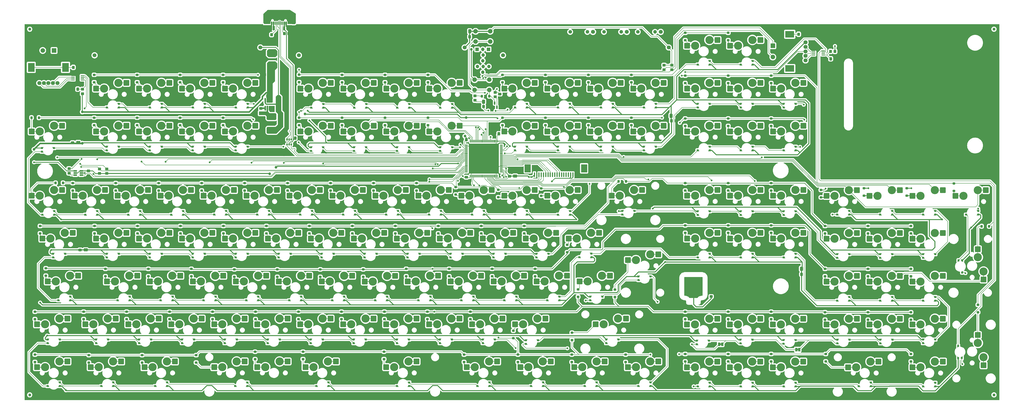
<source format=gbl>
G04 #@! TF.GenerationSoftware,KiCad,Pcbnew,7.0.1*
G04 #@! TF.CreationDate,2023-03-18T22:20:58+01:00*
G04 #@! TF.ProjectId,berlin,6265726c-696e-42e6-9b69-6361645f7063,0.7*
G04 #@! TF.SameCoordinates,Original*
G04 #@! TF.FileFunction,Copper,L2,Bot*
G04 #@! TF.FilePolarity,Positive*
%FSLAX46Y46*%
G04 Gerber Fmt 4.6, Leading zero omitted, Abs format (unit mm)*
G04 Created by KiCad (PCBNEW 7.0.1) date 2023-03-18 22:20:58*
%MOMM*%
%LPD*%
G01*
G04 APERTURE LIST*
G04 Aperture macros list*
%AMRoundRect*
0 Rectangle with rounded corners*
0 $1 Rounding radius*
0 $2 $3 $4 $5 $6 $7 $8 $9 X,Y pos of 4 corners*
0 Add a 4 corners polygon primitive as box body*
4,1,4,$2,$3,$4,$5,$6,$7,$8,$9,$2,$3,0*
0 Add four circle primitives for the rounded corners*
1,1,$1+$1,$2,$3*
1,1,$1+$1,$4,$5*
1,1,$1+$1,$6,$7*
1,1,$1+$1,$8,$9*
0 Add four rect primitives between the rounded corners*
20,1,$1+$1,$2,$3,$4,$5,0*
20,1,$1+$1,$4,$5,$6,$7,0*
20,1,$1+$1,$6,$7,$8,$9,0*
20,1,$1+$1,$8,$9,$2,$3,0*%
%AMFreePoly0*
4,1,30,0.664142,0.394142,0.670000,0.380000,0.664142,0.365858,0.650000,0.360000,0.639861,0.360000,0.634589,0.349456,0.637054,0.347963,0.641840,0.336566,0.639014,0.324533,0.590226,0.244034,0.507054,0.075143,0.438918,-0.100353,0.386337,-0.281120,0.368024,-0.373451,0.364615,-0.379544,0.365871,-0.382599,0.359972,-0.396724,0.345813,-0.402541,-0.525058,-0.400000,-0.532121,-0.397049,
-0.539142,-0.394142,-0.539153,-0.394113,-0.539183,-0.394101,-0.542094,-0.387015,-0.545000,-0.380000,-0.545000,0.380000,-0.539142,0.394142,-0.525000,0.400000,0.650000,0.400000,0.664142,0.394142,0.664142,0.394142,$1*%
%AMFreePoly1*
4,1,30,0.359972,0.396724,0.365871,0.382599,0.360054,0.368440,0.348993,0.363820,0.355759,0.340140,0.360464,0.341185,0.371801,0.336259,0.378079,0.325611,0.398169,0.235096,0.453754,0.058186,0.524322,-0.113298,0.609351,-0.278090,0.658787,-0.356530,0.660798,-0.364473,0.664142,-0.365858,0.670000,-0.380000,0.664142,-0.394142,0.650000,-0.400000,-0.525000,-0.400000,-0.539142,-0.394142,
-0.545000,-0.380000,-0.545000,0.380000,-0.542090,0.387022,-0.539183,0.394101,-0.539153,0.394113,-0.539142,0.394142,-0.532121,0.397049,-0.525058,0.400000,0.345813,0.402541,0.359972,0.396724,0.359972,0.396724,$1*%
%AMFreePoly2*
4,1,31,0.575001,0.424979,0.592678,0.417657,0.600000,0.399978,0.592678,0.382301,0.574999,0.374979,0.559850,0.374979,0.541893,0.339064,0.547469,0.335977,0.554005,0.321977,0.551065,0.306808,0.490426,0.197399,0.393857,-0.033392,0.323058,-0.273344,0.301018,-0.396477,0.299621,-0.399085,0.300000,-0.400000,0.292678,-0.417678,0.275000,-0.425000,-0.200000,-0.425000,-0.319736,-0.407785,
-0.429772,-0.357533,-0.521194,-0.278316,-0.586594,-0.176551,-0.620674,-0.060484,-0.620674,0.060484,-0.586594,0.176551,-0.521194,0.278316,-0.429772,0.357533,-0.319736,0.407785,-0.199999,0.425000,0.575001,0.424979,0.575001,0.424979,$1*%
G04 Aperture macros list end*
G04 #@! TA.AperFunction,SMDPad,CuDef*
%ADD10FreePoly0,180.000000*%
G04 #@! TD*
G04 #@! TA.AperFunction,SMDPad,CuDef*
%ADD11FreePoly1,180.000000*%
G04 #@! TD*
G04 #@! TA.AperFunction,SMDPad,CuDef*
%ADD12FreePoly2,0.000000*%
G04 #@! TD*
G04 #@! TA.AperFunction,SMDPad,CuDef*
%ADD13FreePoly1,0.000000*%
G04 #@! TD*
G04 #@! TA.AperFunction,SMDPad,CuDef*
%ADD14FreePoly0,0.000000*%
G04 #@! TD*
G04 #@! TA.AperFunction,SMDPad,CuDef*
%ADD15FreePoly2,180.000000*%
G04 #@! TD*
G04 #@! TA.AperFunction,ComponentPad*
%ADD16C,1.778000*%
G04 #@! TD*
G04 #@! TA.AperFunction,ComponentPad*
%ADD17RoundRect,0.177800X-0.711200X-0.711200X0.711200X-0.711200X0.711200X0.711200X-0.711200X0.711200X0*%
G04 #@! TD*
G04 #@! TA.AperFunction,ComponentPad*
%ADD18C,1.800000*%
G04 #@! TD*
G04 #@! TA.AperFunction,ComponentPad*
%ADD19R,2.000000X2.000000*%
G04 #@! TD*
G04 #@! TA.AperFunction,ComponentPad*
%ADD20C,2.000000*%
G04 #@! TD*
G04 #@! TA.AperFunction,ComponentPad*
%ADD21R,4.000000X3.000000*%
G04 #@! TD*
G04 #@! TA.AperFunction,ComponentPad*
%ADD22R,3.000000X4.000000*%
G04 #@! TD*
G04 #@! TA.AperFunction,SMDPad,CuDef*
%ADD23FreePoly0,90.000000*%
G04 #@! TD*
G04 #@! TA.AperFunction,SMDPad,CuDef*
%ADD24FreePoly1,90.000000*%
G04 #@! TD*
G04 #@! TA.AperFunction,SMDPad,CuDef*
%ADD25FreePoly2,270.000000*%
G04 #@! TD*
G04 #@! TA.AperFunction,SMDPad,CuDef*
%ADD26FreePoly1,270.000000*%
G04 #@! TD*
G04 #@! TA.AperFunction,WasherPad*
%ADD27C,1.300000*%
G04 #@! TD*
G04 #@! TA.AperFunction,ComponentPad*
%ADD28R,1.750000X1.750000*%
G04 #@! TD*
G04 #@! TA.AperFunction,ComponentPad*
%ADD29C,1.750000*%
G04 #@! TD*
G04 #@! TA.AperFunction,ComponentPad*
%ADD30C,2.700000*%
G04 #@! TD*
G04 #@! TA.AperFunction,SMDPad,CuDef*
%ADD31FreePoly0,270.000000*%
G04 #@! TD*
G04 #@! TA.AperFunction,SMDPad,CuDef*
%ADD32FreePoly2,90.000000*%
G04 #@! TD*
G04 #@! TA.AperFunction,ComponentPad*
%ADD33C,0.800000*%
G04 #@! TD*
G04 #@! TA.AperFunction,ComponentPad*
%ADD34C,7.000000*%
G04 #@! TD*
G04 #@! TA.AperFunction,SMDPad,CuDef*
%ADD35RoundRect,0.250000X-0.350000X0.250000X-0.350000X-0.250000X0.350000X-0.250000X0.350000X0.250000X0*%
G04 #@! TD*
G04 #@! TA.AperFunction,ComponentPad*
%ADD36C,3.600000*%
G04 #@! TD*
G04 #@! TA.AperFunction,SMDPad,CuDef*
%ADD37RoundRect,0.254000X1.016000X1.016000X-1.016000X1.016000X-1.016000X-1.016000X1.016000X-1.016000X0*%
G04 #@! TD*
G04 #@! TA.AperFunction,SMDPad,CuDef*
%ADD38RoundRect,0.250000X0.450000X-0.350000X0.450000X0.350000X-0.450000X0.350000X-0.450000X-0.350000X0*%
G04 #@! TD*
G04 #@! TA.AperFunction,SMDPad,CuDef*
%ADD39RoundRect,0.250000X-0.450000X0.350000X-0.450000X-0.350000X0.450000X-0.350000X0.450000X0.350000X0*%
G04 #@! TD*
G04 #@! TA.AperFunction,SMDPad,CuDef*
%ADD40RoundRect,0.250000X1.450000X-0.400000X1.450000X0.400000X-1.450000X0.400000X-1.450000X-0.400000X0*%
G04 #@! TD*
G04 #@! TA.AperFunction,SMDPad,CuDef*
%ADD41RoundRect,0.250000X0.475000X-0.337500X0.475000X0.337500X-0.475000X0.337500X-0.475000X-0.337500X0*%
G04 #@! TD*
G04 #@! TA.AperFunction,SMDPad,CuDef*
%ADD42RoundRect,0.250000X-0.475000X0.337500X-0.475000X-0.337500X0.475000X-0.337500X0.475000X0.337500X0*%
G04 #@! TD*
G04 #@! TA.AperFunction,SMDPad,CuDef*
%ADD43R,1.487399X0.431000*%
G04 #@! TD*
G04 #@! TA.AperFunction,SMDPad,CuDef*
%ADD44RoundRect,0.254000X1.016000X-1.016000X1.016000X1.016000X-1.016000X1.016000X-1.016000X-1.016000X0*%
G04 #@! TD*
G04 #@! TA.AperFunction,SMDPad,CuDef*
%ADD45RoundRect,0.250000X-0.412500X-0.650000X0.412500X-0.650000X0.412500X0.650000X-0.412500X0.650000X0*%
G04 #@! TD*
G04 #@! TA.AperFunction,SMDPad,CuDef*
%ADD46RoundRect,0.250000X0.650000X-0.412500X0.650000X0.412500X-0.650000X0.412500X-0.650000X-0.412500X0*%
G04 #@! TD*
G04 #@! TA.AperFunction,SMDPad,CuDef*
%ADD47R,1.560000X0.650000*%
G04 #@! TD*
G04 #@! TA.AperFunction,SMDPad,CuDef*
%ADD48RoundRect,0.150000X-0.150000X-0.575000X0.150000X-0.575000X0.150000X0.575000X-0.150000X0.575000X0*%
G04 #@! TD*
G04 #@! TA.AperFunction,SMDPad,CuDef*
%ADD49RoundRect,0.075000X-0.075000X-0.650000X0.075000X-0.650000X0.075000X0.650000X-0.075000X0.650000X0*%
G04 #@! TD*
G04 #@! TA.AperFunction,ComponentPad*
%ADD50O,1.100000X2.200000*%
G04 #@! TD*
G04 #@! TA.AperFunction,ComponentPad*
%ADD51O,1.300000X1.900000*%
G04 #@! TD*
G04 #@! TA.AperFunction,SMDPad,CuDef*
%ADD52RoundRect,0.250000X0.325000X0.450000X-0.325000X0.450000X-0.325000X-0.450000X0.325000X-0.450000X0*%
G04 #@! TD*
G04 #@! TA.AperFunction,SMDPad,CuDef*
%ADD53RoundRect,0.250000X-0.350000X-0.450000X0.350000X-0.450000X0.350000X0.450000X-0.350000X0.450000X0*%
G04 #@! TD*
G04 #@! TA.AperFunction,SMDPad,CuDef*
%ADD54RoundRect,0.250000X0.250000X0.350000X-0.250000X0.350000X-0.250000X-0.350000X0.250000X-0.350000X0*%
G04 #@! TD*
G04 #@! TA.AperFunction,SMDPad,CuDef*
%ADD55R,1.000000X1.500000*%
G04 #@! TD*
G04 #@! TA.AperFunction,SMDPad,CuDef*
%ADD56R,0.650000X1.060000*%
G04 #@! TD*
G04 #@! TA.AperFunction,SMDPad,CuDef*
%ADD57RoundRect,0.325000X0.000000X0.205000X0.000000X-0.205000X0.000000X-0.205000X0.000000X0.205000X0*%
G04 #@! TD*
G04 #@! TA.AperFunction,ComponentPad*
%ADD58R,1.524000X1.524000*%
G04 #@! TD*
G04 #@! TA.AperFunction,ComponentPad*
%ADD59O,1.524000X1.524000*%
G04 #@! TD*
G04 #@! TA.AperFunction,SMDPad,CuDef*
%ADD60R,1.193800X0.304800*%
G04 #@! TD*
G04 #@! TA.AperFunction,SMDPad,CuDef*
%ADD61R,0.304800X1.193800*%
G04 #@! TD*
G04 #@! TA.AperFunction,SMDPad,CuDef*
%ADD62RoundRect,0.250000X0.350000X-0.250000X0.350000X0.250000X-0.350000X0.250000X-0.350000X-0.250000X0*%
G04 #@! TD*
G04 #@! TA.AperFunction,SMDPad,CuDef*
%ADD63R,3.500000X2.350000*%
G04 #@! TD*
G04 #@! TA.AperFunction,SMDPad,CuDef*
%ADD64R,0.650000X2.000000*%
G04 #@! TD*
G04 #@! TA.AperFunction,SMDPad,CuDef*
%ADD65RoundRect,0.250000X-0.337500X-0.475000X0.337500X-0.475000X0.337500X0.475000X-0.337500X0.475000X0*%
G04 #@! TD*
G04 #@! TA.AperFunction,SMDPad,CuDef*
%ADD66RoundRect,0.150000X-0.150000X0.587500X-0.150000X-0.587500X0.150000X-0.587500X0.150000X0.587500X0*%
G04 #@! TD*
G04 #@! TA.AperFunction,SMDPad,CuDef*
%ADD67RoundRect,0.250000X0.350000X0.450000X-0.350000X0.450000X-0.350000X-0.450000X0.350000X-0.450000X0*%
G04 #@! TD*
G04 #@! TA.AperFunction,SMDPad,CuDef*
%ADD68RoundRect,0.250000X0.337500X0.475000X-0.337500X0.475000X-0.337500X-0.475000X0.337500X-0.475000X0*%
G04 #@! TD*
G04 #@! TA.AperFunction,ComponentPad*
%ADD69C,1.600000*%
G04 #@! TD*
G04 #@! TA.AperFunction,ComponentPad*
%ADD70O,1.600000X1.600000*%
G04 #@! TD*
G04 #@! TA.AperFunction,SMDPad,CuDef*
%ADD71R,0.610000X2.000000*%
G04 #@! TD*
G04 #@! TA.AperFunction,SMDPad,CuDef*
%ADD72R,2.680000X3.600000*%
G04 #@! TD*
G04 #@! TA.AperFunction,SMDPad,CuDef*
%ADD73RoundRect,0.250000X0.412500X0.650000X-0.412500X0.650000X-0.412500X-0.650000X0.412500X-0.650000X0*%
G04 #@! TD*
G04 #@! TA.AperFunction,SMDPad,CuDef*
%ADD74RoundRect,0.250000X-0.450000X0.325000X-0.450000X-0.325000X0.450000X-0.325000X0.450000X0.325000X0*%
G04 #@! TD*
G04 #@! TA.AperFunction,SMDPad,CuDef*
%ADD75RoundRect,0.250000X-0.250000X-0.350000X0.250000X-0.350000X0.250000X0.350000X-0.250000X0.350000X0*%
G04 #@! TD*
G04 #@! TA.AperFunction,ViaPad*
%ADD76C,0.800000*%
G04 #@! TD*
G04 #@! TA.AperFunction,ViaPad*
%ADD77C,1.000000*%
G04 #@! TD*
G04 #@! TA.AperFunction,ViaPad*
%ADD78C,1.200000*%
G04 #@! TD*
G04 #@! TA.AperFunction,Conductor*
%ADD79C,0.200000*%
G04 #@! TD*
G04 #@! TA.AperFunction,Conductor*
%ADD80C,0.250000*%
G04 #@! TD*
G04 #@! TA.AperFunction,Conductor*
%ADD81C,0.300000*%
G04 #@! TD*
G04 #@! TA.AperFunction,Conductor*
%ADD82C,0.500000*%
G04 #@! TD*
G04 #@! TA.AperFunction,Conductor*
%ADD83C,0.400000*%
G04 #@! TD*
G04 #@! TA.AperFunction,Conductor*
%ADD84C,0.700000*%
G04 #@! TD*
G04 #@! TA.AperFunction,Conductor*
%ADD85C,0.600000*%
G04 #@! TD*
G04 APERTURE END LIST*
G04 #@! TA.AperFunction,EtchedComponent*
G36*
X376225000Y-179125000D02*
G01*
X375725000Y-179125000D01*
X375725000Y-178525000D01*
X376225000Y-178525000D01*
X376225000Y-179125000D01*
G37*
G04 #@! TD.AperFunction*
G04 #@! TA.AperFunction,EtchedComponent*
G36*
X342075000Y-176775000D02*
G01*
X341575000Y-176775000D01*
X341575000Y-176175000D01*
X342075000Y-176175000D01*
X342075000Y-176775000D01*
G37*
G04 #@! TD.AperFunction*
D10*
X236879500Y-118865500D03*
D11*
X236854100Y-117265500D03*
D12*
X231647100Y-117265500D03*
D13*
X231570900Y-118865500D03*
D10*
X65429500Y-118880000D03*
D11*
X65404100Y-117280000D03*
D12*
X60197100Y-117280000D03*
D13*
X60120900Y-118880000D03*
D10*
X131942000Y-195075000D03*
D11*
X131916600Y-193475000D03*
D12*
X126709600Y-193475000D03*
D13*
X126633400Y-195075000D03*
D14*
X250595500Y-88690500D03*
D13*
X250620900Y-90290500D03*
D15*
X255827900Y-90290500D03*
D11*
X255904100Y-88690500D03*
D10*
X141629500Y-118865500D03*
D11*
X141604100Y-117265500D03*
D12*
X136397100Y-117265500D03*
D13*
X136320900Y-118865500D03*
D14*
X198308000Y-88925000D03*
D13*
X198333400Y-90525000D03*
D15*
X203540400Y-90525000D03*
D11*
X203616600Y-88925000D03*
D10*
X72541500Y-195065500D03*
D11*
X72516100Y-193465500D03*
D12*
X67309100Y-193465500D03*
D13*
X67232900Y-195065500D03*
D10*
X184682500Y-71367500D03*
D11*
X184657100Y-69767500D03*
D12*
X179450100Y-69767500D03*
D13*
X179373900Y-71367500D03*
D10*
X74992000Y-71255000D03*
D11*
X74966600Y-69655000D03*
D12*
X69759600Y-69655000D03*
D13*
X69683400Y-71255000D03*
D16*
X300205000Y-37675000D03*
D17*
X302745000Y-37675000D03*
D14*
X183920500Y-136315500D03*
D13*
X183945900Y-137915500D03*
D15*
X189152900Y-137915500D03*
D11*
X189229100Y-136315500D03*
D10*
X251230500Y-156965500D03*
D11*
X251205100Y-155365500D03*
D12*
X245998100Y-155365500D03*
D13*
X245921900Y-156965500D03*
D10*
X165632500Y-71367500D03*
D11*
X165607100Y-69767500D03*
D12*
X160400100Y-69767500D03*
D13*
X160323900Y-71367500D03*
D18*
X379422000Y-42325000D03*
D19*
X364922000Y-43825000D03*
D20*
X364922000Y-48825000D03*
D18*
X379422000Y-44325000D03*
D20*
X364922000Y-46325000D03*
D18*
X379422000Y-48325000D03*
D21*
X372422000Y-38725000D03*
X372422000Y-53925000D03*
D18*
X379422000Y-50325000D03*
X379422000Y-46325000D03*
D10*
X203642000Y-195075000D03*
D11*
X203616600Y-193475000D03*
D12*
X198409600Y-193475000D03*
D13*
X198333400Y-195075000D03*
D14*
X126770500Y-136315500D03*
D13*
X126795900Y-137915500D03*
D15*
X132002900Y-137915500D03*
D11*
X132079100Y-136315500D03*
D10*
X160679500Y-118865500D03*
D11*
X160654100Y-117265500D03*
D12*
X155447100Y-117265500D03*
D13*
X155370900Y-118865500D03*
D10*
X167918500Y-195065500D03*
D11*
X167893100Y-193465500D03*
D12*
X162686100Y-193465500D03*
D13*
X162609900Y-195065500D03*
D10*
X336955500Y-137915500D03*
D11*
X336930100Y-136315500D03*
D12*
X331723100Y-136315500D03*
D13*
X331646900Y-137915500D03*
D14*
X198271500Y-174415500D03*
D13*
X198296900Y-176015500D03*
D15*
X203503900Y-176015500D03*
D11*
X203580100Y-174415500D03*
D10*
X255929500Y-71240500D03*
D11*
X255904100Y-69640500D03*
D12*
X250697100Y-69640500D03*
D13*
X250620900Y-71240500D03*
D10*
X213130500Y-156965500D03*
D11*
X213105100Y-155365500D03*
D12*
X207898100Y-155365500D03*
D13*
X207821900Y-156965500D03*
D10*
X398804500Y-118865500D03*
D11*
X398779100Y-117265500D03*
D12*
X393572100Y-117265500D03*
D13*
X393495900Y-118865500D03*
D10*
X79780500Y-156965500D03*
D11*
X79755100Y-155365500D03*
D12*
X74548100Y-155365500D03*
D13*
X74471900Y-156965500D03*
D14*
X331621500Y-69640500D03*
D13*
X331646900Y-71240500D03*
D15*
X336853900Y-71240500D03*
D11*
X336930100Y-69640500D03*
D10*
X132142000Y-71255000D03*
D11*
X132116600Y-69655000D03*
D12*
X126909600Y-69655000D03*
D13*
X126833400Y-71255000D03*
D10*
X375055500Y-90290500D03*
D11*
X375030100Y-88690500D03*
D12*
X369823100Y-88690500D03*
D13*
X369746900Y-90290500D03*
D10*
X356005500Y-90290500D03*
D11*
X355980100Y-88690500D03*
D12*
X350773100Y-88690500D03*
D13*
X350696900Y-90290500D03*
D14*
X241070500Y-136315500D03*
D13*
X241095900Y-137915500D03*
D15*
X246302900Y-137915500D03*
D11*
X246379100Y-136315500D03*
D14*
X217458000Y-88925000D03*
D13*
X217483400Y-90525000D03*
D15*
X222690400Y-90525000D03*
D11*
X222766600Y-88925000D03*
D14*
X331621500Y-117392500D03*
D13*
X331646900Y-118992500D03*
D15*
X336853900Y-118992500D03*
D11*
X336930100Y-117392500D03*
D10*
X179729500Y-118865500D03*
D11*
X179704100Y-117265500D03*
D12*
X174497100Y-117265500D03*
D13*
X174420900Y-118865500D03*
D14*
X107720500Y-88690500D03*
D13*
X107745900Y-90290500D03*
D15*
X112952900Y-90290500D03*
D11*
X113029100Y-88690500D03*
D10*
X48792500Y-195065500D03*
D11*
X48767100Y-193465500D03*
D12*
X43560100Y-193465500D03*
D13*
X43483900Y-195065500D03*
D14*
X412520500Y-136442500D03*
D13*
X412545900Y-138042500D03*
D15*
X417752900Y-138042500D03*
D11*
X417829100Y-136442500D03*
D10*
X217829500Y-118865500D03*
D11*
X217804100Y-117265500D03*
D12*
X212597100Y-117265500D03*
D13*
X212520900Y-118865500D03*
D18*
X47750000Y-60433000D03*
D19*
X46250000Y-45933000D03*
D18*
X45750000Y-60433000D03*
D20*
X41250000Y-45933000D03*
X43750000Y-45933000D03*
D18*
X41750000Y-60433000D03*
D22*
X51350000Y-53433000D03*
X36150000Y-53433000D03*
D18*
X39750000Y-60433000D03*
X43750000Y-60433000D03*
D14*
X107720500Y-136315500D03*
D13*
X107745900Y-137915500D03*
D15*
X112952900Y-137915500D03*
D11*
X113029100Y-136315500D03*
D10*
X274979500Y-71240500D03*
D11*
X274954100Y-69640500D03*
D12*
X269747100Y-69640500D03*
D13*
X269670900Y-71240500D03*
D14*
X45871500Y-136315500D03*
D13*
X45896900Y-137915500D03*
D15*
X51103900Y-137915500D03*
D11*
X51180100Y-136315500D03*
D23*
X447105000Y-182572000D03*
D24*
X448705000Y-182546600D03*
D25*
X448705000Y-177339600D03*
D26*
X447105000Y-177263400D03*
D10*
X113092000Y-71255000D03*
D11*
X113066600Y-69655000D03*
D12*
X107859600Y-69655000D03*
D13*
X107783400Y-71255000D03*
D10*
X417854500Y-118865500D03*
D11*
X417829100Y-117265500D03*
D12*
X412622100Y-117265500D03*
D13*
X412545900Y-118865500D03*
D10*
X53491500Y-156965500D03*
D11*
X53466100Y-155365500D03*
D12*
X48259100Y-155365500D03*
D13*
X48182900Y-156965500D03*
D10*
X103529500Y-118880000D03*
D11*
X103504100Y-117280000D03*
D12*
X98297100Y-117280000D03*
D13*
X98220900Y-118880000D03*
D14*
X145820500Y-136315500D03*
D13*
X145845900Y-137915500D03*
D15*
X151052900Y-137915500D03*
D11*
X151129100Y-136315500D03*
D27*
X35475000Y-36475000D03*
D14*
X350671500Y-117392500D03*
D13*
X350696900Y-118992500D03*
D15*
X355903900Y-118992500D03*
D11*
X355980100Y-117392500D03*
D14*
X179094500Y-174415500D03*
D13*
X179119900Y-176015500D03*
D15*
X184326900Y-176015500D03*
D11*
X184403100Y-174415500D03*
D10*
X174903500Y-156965500D03*
D11*
X174878100Y-155365500D03*
D12*
X169671100Y-155365500D03*
D13*
X169594900Y-156965500D03*
D14*
X412618000Y-174495000D03*
D13*
X412643400Y-176095000D03*
D15*
X417850400Y-176095000D03*
D11*
X417926600Y-174495000D03*
D14*
X350588000Y-174495000D03*
D13*
X350613400Y-176095000D03*
D15*
X355820400Y-176095000D03*
D11*
X355896600Y-174495000D03*
D14*
X69620500Y-136315500D03*
D13*
X69645900Y-137915500D03*
D15*
X74852900Y-137915500D03*
D11*
X74929100Y-136315500D03*
D10*
X356005500Y-195192500D03*
D11*
X355980100Y-193592500D03*
D12*
X350773100Y-193592500D03*
D13*
X350696900Y-195192500D03*
D14*
X283996500Y-155365500D03*
D13*
X284021900Y-156965500D03*
D15*
X289228900Y-156965500D03*
D11*
X289305100Y-155365500D03*
D28*
X64221250Y-44575000D03*
D29*
X64221250Y-48075000D03*
X137721250Y-44575000D03*
D30*
X133571250Y-50525000D03*
X68371250Y-50525000D03*
X69571250Y-42125000D03*
X132371250Y-42125000D03*
D14*
X83971500Y-174415500D03*
D13*
X83996900Y-176015500D03*
D15*
X89203900Y-176015500D03*
D11*
X89280100Y-174415500D03*
D14*
X222020500Y-136315500D03*
D13*
X222045900Y-137915500D03*
D15*
X227252900Y-137915500D03*
D11*
X227329100Y-136315500D03*
D10*
X356005500Y-137915500D03*
D11*
X355980100Y-136315500D03*
D12*
X350773100Y-136315500D03*
D13*
X350696900Y-137915500D03*
D16*
X315205000Y-37675000D03*
D17*
X317745000Y-37675000D03*
D14*
X298220500Y-117265500D03*
D13*
X298245900Y-118865500D03*
D15*
X303452900Y-118865500D03*
D11*
X303529100Y-117265500D03*
D14*
X260120500Y-136315500D03*
D13*
X260145900Y-137915500D03*
D15*
X265352900Y-137915500D03*
D11*
X265429100Y-136315500D03*
D14*
X369721500Y-117392500D03*
D13*
X369746900Y-118992500D03*
D15*
X374953900Y-118992500D03*
D11*
X375030100Y-117392500D03*
D10*
X96417500Y-195065500D03*
D11*
X96392100Y-193465500D03*
D12*
X91185100Y-193465500D03*
D13*
X91108900Y-195065500D03*
D31*
X448865000Y-139238000D03*
D26*
X447265000Y-139263400D03*
D32*
X447265000Y-144470400D03*
D24*
X448865000Y-144546600D03*
D10*
X232180500Y-156965500D03*
D11*
X232155100Y-155365500D03*
D12*
X226948100Y-155365500D03*
D13*
X226871900Y-156965500D03*
D10*
X436904500Y-195192500D03*
D11*
X436879100Y-193592500D03*
D12*
X431672100Y-193592500D03*
D13*
X431595900Y-195192500D03*
D10*
X375055500Y-195192500D03*
D11*
X375030100Y-193592500D03*
D12*
X369823100Y-193592500D03*
D13*
X369746900Y-195192500D03*
D16*
X285205000Y-37675000D03*
D17*
X287745000Y-37675000D03*
D10*
X222782500Y-71367500D03*
D11*
X222757100Y-69767500D03*
D12*
X217550100Y-69767500D03*
D13*
X217473900Y-71367500D03*
D14*
X431570500Y-136442500D03*
D13*
X431595900Y-138042500D03*
D15*
X436802900Y-138042500D03*
D11*
X436879100Y-136442500D03*
D10*
X455954500Y-118865500D03*
D11*
X455929100Y-117265500D03*
D12*
X450722100Y-117265500D03*
D13*
X450645900Y-118865500D03*
D10*
X408367000Y-195080000D03*
D11*
X408341600Y-193480000D03*
D12*
X403134600Y-193480000D03*
D13*
X403058400Y-195080000D03*
D33*
X331631155Y-148818845D03*
X329775000Y-153300000D03*
X332400000Y-150675000D03*
X327918845Y-152531155D03*
X327918845Y-148818845D03*
X329775000Y-148050000D03*
X331631155Y-152531155D03*
X327150000Y-150675000D03*
D34*
X329775000Y-150675000D03*
D27*
X462975000Y-198975000D03*
D14*
X431570500Y-174415500D03*
D13*
X431595900Y-176015500D03*
D15*
X436802900Y-176015500D03*
D11*
X436879100Y-174415500D03*
D10*
X193953500Y-156965500D03*
D11*
X193928100Y-155365500D03*
D12*
X188721100Y-155365500D03*
D13*
X188644900Y-156965500D03*
D10*
X436904500Y-118865500D03*
D11*
X436879100Y-117265500D03*
D12*
X431672100Y-117265500D03*
D13*
X431595900Y-118865500D03*
D14*
X291108500Y-174415500D03*
D13*
X291133900Y-176015500D03*
D15*
X296340900Y-176015500D03*
D11*
X296417100Y-174415500D03*
D20*
X233125000Y-37425000D03*
X239625000Y-37425000D03*
X239625000Y-41925000D03*
X233125000Y-41925000D03*
D10*
X436904500Y-157092500D03*
D11*
X436879100Y-155492500D03*
D12*
X431672100Y-155492500D03*
D13*
X431595900Y-157092500D03*
D14*
X269645500Y-88690500D03*
D13*
X269670900Y-90290500D03*
D15*
X274877900Y-90290500D03*
D11*
X274954100Y-88690500D03*
D14*
X103021500Y-174415500D03*
D13*
X103046900Y-176015500D03*
D15*
X108253900Y-176015500D03*
D11*
X108330100Y-174415500D03*
D10*
X284492000Y-137825000D03*
D11*
X284466600Y-136225000D03*
D12*
X279259600Y-136225000D03*
D13*
X279183400Y-137825000D03*
D10*
X375055500Y-137915500D03*
D11*
X375030100Y-136315500D03*
D12*
X369823100Y-136315500D03*
D13*
X369746900Y-137915500D03*
D14*
X369683000Y-174600000D03*
D13*
X369708400Y-176200000D03*
D15*
X374915400Y-176200000D03*
D11*
X374991600Y-174600000D03*
D10*
X270280500Y-156965500D03*
D11*
X270255100Y-155365500D03*
D12*
X265048100Y-155365500D03*
D13*
X264971900Y-156965500D03*
D14*
X140994500Y-174415500D03*
D13*
X141019900Y-176015500D03*
D15*
X146226900Y-176015500D03*
D11*
X146303100Y-174415500D03*
D14*
X369721500Y-69640500D03*
D13*
X369746900Y-71240500D03*
D15*
X374953900Y-71240500D03*
D11*
X375030100Y-69640500D03*
D14*
X64921500Y-174415500D03*
D13*
X64946900Y-176015500D03*
D15*
X70153900Y-176015500D03*
D11*
X70230100Y-174415500D03*
D10*
X294029500Y-71240500D03*
D11*
X294004100Y-69640500D03*
D12*
X288797100Y-69640500D03*
D13*
X288720900Y-71240500D03*
D14*
X43458500Y-174415500D03*
D13*
X43483900Y-176015500D03*
D15*
X48690900Y-176015500D03*
D11*
X48767100Y-174415500D03*
D10*
X263079000Y-195065500D03*
D11*
X263053600Y-193465500D03*
D12*
X257846600Y-193465500D03*
D13*
X257770400Y-195065500D03*
D10*
X98830500Y-156965500D03*
D11*
X98805100Y-155365500D03*
D12*
X93598100Y-155365500D03*
D13*
X93521900Y-156965500D03*
D27*
X35475000Y-198975000D03*
D14*
X179258000Y-88925000D03*
D13*
X179283400Y-90525000D03*
D15*
X184490400Y-90525000D03*
D11*
X184566600Y-88925000D03*
D10*
X46379500Y-118880000D03*
D11*
X46354100Y-117280000D03*
D12*
X41147100Y-117280000D03*
D13*
X41070900Y-118880000D03*
D14*
X393568000Y-174495000D03*
D13*
X393593400Y-176095000D03*
D15*
X398800400Y-176095000D03*
D11*
X398876600Y-174495000D03*
D14*
X331258000Y-174875000D03*
D13*
X331283400Y-176475000D03*
D15*
X336490400Y-176475000D03*
D11*
X336566600Y-174875000D03*
D14*
X307745500Y-88690500D03*
D13*
X307770900Y-90290500D03*
D15*
X312977900Y-90290500D03*
D11*
X313054100Y-88690500D03*
D14*
X88670500Y-136315500D03*
D13*
X88695900Y-137915500D03*
D15*
X93902900Y-137915500D03*
D11*
X93979100Y-136315500D03*
D14*
X126770500Y-88690500D03*
D13*
X126795900Y-90290500D03*
D15*
X132002900Y-90290500D03*
D11*
X132079100Y-88690500D03*
D10*
X255929500Y-118865500D03*
D11*
X255904100Y-117265500D03*
D12*
X250697100Y-117265500D03*
D13*
X250620900Y-118865500D03*
D14*
X305370000Y-146348500D03*
D13*
X305395400Y-147948500D03*
D15*
X310602400Y-147948500D03*
D11*
X310678600Y-146348500D03*
D10*
X336955500Y-195192500D03*
D11*
X336930100Y-193592500D03*
D12*
X331723100Y-193592500D03*
D13*
X331646900Y-195192500D03*
D14*
X40908000Y-89325000D03*
D13*
X40933400Y-90925000D03*
D15*
X46140400Y-90925000D03*
D11*
X46216600Y-89325000D03*
D10*
X313079500Y-71240500D03*
D11*
X313054100Y-69640500D03*
D12*
X307847100Y-69640500D03*
D13*
X307770900Y-71240500D03*
D10*
X94042000Y-71255000D03*
D11*
X94016600Y-69655000D03*
D12*
X88809600Y-69655000D03*
D13*
X88733400Y-71255000D03*
D10*
X122579500Y-118865500D03*
D11*
X122554100Y-117265500D03*
D12*
X117347100Y-117265500D03*
D13*
X117270900Y-118865500D03*
D14*
X255468000Y-174715000D03*
D13*
X255493400Y-176315000D03*
D15*
X260700400Y-176315000D03*
D11*
X260776600Y-174715000D03*
D14*
X393470500Y-136442500D03*
D13*
X393495900Y-138042500D03*
D15*
X398702900Y-138042500D03*
D11*
X398779100Y-136442500D03*
D10*
X336955500Y-90290500D03*
D11*
X336930100Y-88690500D03*
D12*
X331723100Y-88690500D03*
D13*
X331646900Y-90290500D03*
D10*
X117880500Y-156965500D03*
D11*
X117855100Y-155365500D03*
D12*
X112648100Y-155365500D03*
D13*
X112571900Y-156965500D03*
D10*
X239292500Y-195065500D03*
D11*
X239267100Y-193465500D03*
D12*
X234060100Y-193465500D03*
D13*
X233983900Y-195065500D03*
D10*
X136803500Y-156965500D03*
D11*
X136778100Y-155365500D03*
D12*
X131571100Y-155365500D03*
D13*
X131494900Y-156965500D03*
D14*
X202970500Y-136315500D03*
D13*
X202995900Y-137915500D03*
D15*
X208202900Y-137915500D03*
D11*
X208279100Y-136315500D03*
D14*
X88670500Y-88690500D03*
D13*
X88695900Y-90290500D03*
D15*
X93902900Y-90290500D03*
D11*
X93979100Y-88690500D03*
D10*
X286828000Y-195065500D03*
D11*
X286802600Y-193465500D03*
D12*
X281595600Y-193465500D03*
D13*
X281519400Y-195065500D03*
D14*
X164870500Y-136315500D03*
D13*
X164895900Y-137915500D03*
D15*
X170102900Y-137915500D03*
D11*
X170179100Y-136315500D03*
D28*
X245291500Y-44575000D03*
D29*
X245291500Y-48075000D03*
X318791500Y-44575000D03*
D30*
X313441500Y-42125000D03*
X314641500Y-50525000D03*
X249441500Y-50525000D03*
X250641500Y-42125000D03*
D10*
X398804500Y-157092500D03*
D11*
X398779100Y-155492500D03*
D12*
X393572100Y-155492500D03*
D13*
X393495900Y-157092500D03*
D14*
X288695500Y-88690500D03*
D13*
X288720900Y-90290500D03*
D15*
X293927900Y-90290500D03*
D11*
X294004100Y-88690500D03*
D10*
X275017000Y-118880000D03*
D11*
X274991600Y-117280000D03*
D12*
X269784600Y-117280000D03*
D13*
X269708400Y-118880000D03*
D14*
X217321500Y-174415500D03*
D13*
X217346900Y-176015500D03*
D15*
X222553900Y-176015500D03*
D11*
X222630100Y-174415500D03*
D14*
X121944500Y-174415500D03*
D13*
X121969900Y-176015500D03*
D15*
X127176900Y-176015500D03*
D11*
X127253100Y-174415500D03*
D14*
X160208000Y-88925000D03*
D13*
X160233400Y-90525000D03*
D15*
X165440400Y-90525000D03*
D11*
X165516600Y-88925000D03*
D14*
X236371500Y-174415500D03*
D13*
X236396900Y-176015500D03*
D15*
X241603900Y-176015500D03*
D11*
X241680100Y-174415500D03*
D10*
X356005500Y-52190500D03*
D11*
X355980100Y-50590500D03*
D12*
X350773100Y-50590500D03*
D13*
X350696900Y-52190500D03*
D10*
X310666500Y-195065500D03*
D11*
X310641100Y-193465500D03*
D12*
X305434100Y-193465500D03*
D13*
X305357900Y-195065500D03*
D10*
X84479500Y-118880000D03*
D11*
X84454100Y-117280000D03*
D12*
X79247100Y-117280000D03*
D13*
X79170900Y-118880000D03*
D10*
X155853500Y-156965500D03*
D11*
X155828100Y-155365500D03*
D12*
X150621100Y-155365500D03*
D13*
X150544900Y-156965500D03*
D28*
X154804000Y-44575000D03*
D29*
X154804000Y-48075000D03*
X228304000Y-44575000D03*
D30*
X224154000Y-50525000D03*
X158954000Y-50525000D03*
X160154000Y-42125000D03*
X222954000Y-42125000D03*
D10*
X336955500Y-52190500D03*
D11*
X336930100Y-50590500D03*
D12*
X331723100Y-50590500D03*
D13*
X331646900Y-52190500D03*
D10*
X203732500Y-71367500D03*
D11*
X203707100Y-69767500D03*
D12*
X198500100Y-69767500D03*
D13*
X198423900Y-71367500D03*
D14*
X160044500Y-174415500D03*
D13*
X160069900Y-176015500D03*
D15*
X165276900Y-176015500D03*
D11*
X165353100Y-174415500D03*
D14*
X350671500Y-69640500D03*
D13*
X350696900Y-71240500D03*
D15*
X355903900Y-71240500D03*
D11*
X355980100Y-69640500D03*
D27*
X462975000Y-36475000D03*
D10*
X198779500Y-118865500D03*
D11*
X198754100Y-117265500D03*
D12*
X193547100Y-117265500D03*
D13*
X193470900Y-118865500D03*
D10*
X417854500Y-157092500D03*
D11*
X417829100Y-155492500D03*
D12*
X412622100Y-155492500D03*
D13*
X412545900Y-157092500D03*
D14*
X69620500Y-88690500D03*
D13*
X69645900Y-90290500D03*
D15*
X74852900Y-90290500D03*
D11*
X74929100Y-88690500D03*
D35*
X149795000Y-104873000D03*
X149795000Y-108173000D03*
D36*
X168495750Y-148591750D03*
X174845750Y-146051750D03*
D37*
X178401750Y-146051750D03*
X164939750Y-148591750D03*
D35*
X264095000Y-56740000D03*
X264095000Y-60040000D03*
D36*
X284383250Y-127001750D03*
X278033250Y-129541750D03*
D37*
X287939250Y-127001750D03*
X274477250Y-129541750D03*
D35*
X364171000Y-104873000D03*
X364171000Y-108173000D03*
X111695000Y-104873000D03*
X111695000Y-108173000D03*
D38*
X320125000Y-54475000D03*
X320125000Y-52475000D03*
D35*
X302195000Y-75790000D03*
X302195000Y-79090000D03*
D39*
X69625000Y-98575000D03*
X69625000Y-100575000D03*
D35*
X37781000Y-162023000D03*
X37781000Y-165323000D03*
X154875000Y-75790000D03*
X154875000Y-79090000D03*
X243190800Y-107819400D03*
X243190800Y-111119400D03*
D36*
X146270750Y-165101750D03*
X139920750Y-167641750D03*
D37*
X149826750Y-165101750D03*
X136364750Y-167641750D03*
D36*
X274858250Y-79376750D03*
X268508250Y-81916750D03*
D37*
X278414250Y-79376750D03*
X264952250Y-81916750D03*
D40*
X142937000Y-52106000D03*
X142937000Y-47656000D03*
D35*
X54545000Y-104873000D03*
X54545000Y-108173000D03*
D36*
X392333250Y-167673500D03*
X398683250Y-165133500D03*
D37*
X402239250Y-165133500D03*
X388777250Y-167673500D03*
D35*
X192975000Y-75790000D03*
X192975000Y-79090000D03*
D36*
X355820750Y-165133500D03*
X349470750Y-167673500D03*
D37*
X359376750Y-165133500D03*
X345914750Y-167673500D03*
D35*
X364171000Y-57121000D03*
X364171000Y-60421000D03*
D36*
X173258250Y-110491750D03*
X179608250Y-107951750D03*
D37*
X183164250Y-107951750D03*
X169702250Y-110491750D03*
D35*
X245045000Y-75790000D03*
X245045000Y-79090000D03*
X326071000Y-123669000D03*
X326071000Y-126969000D03*
D41*
X248195000Y-101782500D03*
X248195000Y-99707500D03*
D36*
X141508250Y-107951750D03*
X135158250Y-110491750D03*
D37*
X145064250Y-107951750D03*
X131602250Y-110491750D03*
D35*
X40067000Y-123923000D03*
X40067000Y-127223000D03*
D36*
X349502500Y-129510000D03*
X355852500Y-126970000D03*
D37*
X359408500Y-126970000D03*
X345946500Y-129510000D03*
D35*
X206945000Y-104873000D03*
X206945000Y-108173000D03*
X455865000Y-158975000D03*
X455865000Y-162275000D03*
D42*
X229043000Y-102234300D03*
X229043000Y-104309300D03*
D35*
X64070000Y-75790000D03*
X64070000Y-79090000D03*
D36*
X112933250Y-60326750D03*
X106583250Y-62866750D03*
D37*
X116489250Y-60326750D03*
X103027250Y-62866750D03*
D36*
X249458410Y-62866750D03*
X255808410Y-60326750D03*
D37*
X259364410Y-60326750D03*
X245902410Y-62866750D03*
D35*
X116521000Y-162023000D03*
X116521000Y-165323000D03*
D43*
X382992400Y-47934999D03*
X382992400Y-47285001D03*
X382992400Y-46634999D03*
X382992400Y-45985001D03*
X387259600Y-45985001D03*
X387259600Y-46634999D03*
X387259600Y-47285001D03*
X387259600Y-47934999D03*
D36*
X458373250Y-144178500D03*
X455833250Y-137828500D03*
D44*
X458373250Y-147734500D03*
X455833250Y-134272500D03*
D35*
X121347000Y-123923000D03*
X121347000Y-127223000D03*
D36*
X293908250Y-60326750D03*
X287558250Y-62866750D03*
D37*
X297464250Y-60326750D03*
X284002250Y-62866750D03*
D36*
X125635000Y-81915000D03*
X131985000Y-79375000D03*
D37*
X135541000Y-79375000D03*
X122079000Y-81915000D03*
D35*
X251903000Y-181073000D03*
X251903000Y-184373000D03*
D36*
X430433250Y-148623500D03*
X436783250Y-146083500D03*
D37*
X440339250Y-146083500D03*
X426877250Y-148623500D03*
D36*
X336802500Y-41245000D03*
X330452500Y-43785000D03*
D37*
X340358500Y-41245000D03*
X326896500Y-43785000D03*
D36*
X160558250Y-107951750D03*
X154208250Y-110491750D03*
D37*
X164114250Y-107951750D03*
X150652250Y-110491750D03*
D36*
X336802500Y-107920000D03*
X330452500Y-110460000D03*
D37*
X340358500Y-107920000D03*
X326896500Y-110460000D03*
D35*
X326071000Y-76171000D03*
X326071000Y-79471000D03*
D45*
X236712500Y-68675000D03*
X239837500Y-68675000D03*
D39*
X66425000Y-98575000D03*
X66425000Y-100575000D03*
D35*
X159447000Y-123923000D03*
X159447000Y-127223000D03*
X388047000Y-123923000D03*
X388047000Y-127223000D03*
X145223000Y-143227000D03*
X145223000Y-146527000D03*
X262240800Y-107235200D03*
X262240800Y-110535200D03*
D36*
X131983250Y-127001750D03*
X125633250Y-129541750D03*
D37*
X135539250Y-127001750D03*
X122077250Y-129541750D03*
D36*
X262952000Y-184151750D03*
X256602000Y-186691750D03*
D37*
X266508000Y-184151750D03*
X253046000Y-186691750D03*
D35*
X102297000Y-123923000D03*
X102297000Y-127223000D03*
D46*
X56975000Y-86837500D03*
X56975000Y-83712500D03*
D36*
X63720750Y-167641750D03*
X70070750Y-165101750D03*
D37*
X73626750Y-165101750D03*
X60164750Y-167641750D03*
D36*
X265333250Y-127001750D03*
X258983250Y-129541750D03*
D37*
X268889250Y-127001750D03*
X255427250Y-129541750D03*
D35*
X228027000Y-181073000D03*
X228027000Y-184373000D03*
D36*
X120865000Y-186685000D03*
X127215000Y-184145000D03*
D37*
X130771000Y-184145000D03*
X117309000Y-186685000D03*
D36*
X130395750Y-148591750D03*
X136745750Y-146051750D03*
D37*
X140301750Y-146051750D03*
X126839750Y-148591750D03*
D47*
X58341000Y-99429000D03*
X58341000Y-100379000D03*
X58341000Y-101329000D03*
X55641000Y-101329000D03*
X55641000Y-100379000D03*
X55641000Y-99429000D03*
D35*
X73595000Y-104873000D03*
X73595000Y-108173000D03*
D36*
X182783250Y-129541750D03*
X189133250Y-127001750D03*
D37*
X192689250Y-127001750D03*
X179227250Y-129541750D03*
D35*
X183323000Y-143227000D03*
X183323000Y-146527000D03*
X164273000Y-143227000D03*
X164273000Y-146527000D03*
X192721000Y-162023000D03*
X192721000Y-165323000D03*
X130745000Y-104873000D03*
X130745000Y-108173000D03*
D36*
X158970750Y-167641750D03*
X165320750Y-165101750D03*
D37*
X168876750Y-165101750D03*
X155414750Y-167641750D03*
D35*
X426147000Y-180819000D03*
X426147000Y-184119000D03*
X202373000Y-142973000D03*
X202373000Y-146273000D03*
D20*
X232725000Y-58925000D03*
X239225000Y-58925000D03*
X232725000Y-63425000D03*
X239225000Y-63425000D03*
D36*
X260570750Y-165101750D03*
X254220750Y-167641750D03*
D37*
X264126750Y-165101750D03*
X250664750Y-167641750D03*
D35*
X192975000Y-56740000D03*
X192975000Y-60040000D03*
D36*
X312958250Y-60326750D03*
X306608250Y-62866750D03*
D37*
X316514250Y-60326750D03*
X303052250Y-62866750D03*
D35*
X102170000Y-75790000D03*
X102170000Y-79090000D03*
X388047000Y-142973000D03*
X388047000Y-146273000D03*
D36*
X368552500Y-81885000D03*
X374902500Y-79345000D03*
D37*
X378458500Y-79345000D03*
X364996500Y-81885000D03*
D35*
X264095000Y-75790000D03*
X264095000Y-79090000D03*
D41*
X54515000Y-86902500D03*
X54515000Y-84827500D03*
D48*
X142735000Y-33847500D03*
X143535000Y-33847500D03*
D49*
X144735000Y-33847500D03*
X145731000Y-33847500D03*
X146235000Y-33847500D03*
X147235000Y-33847500D03*
D48*
X149235000Y-33847500D03*
X148435000Y-33847500D03*
D49*
X147735000Y-33847500D03*
X146735000Y-33847500D03*
X145235000Y-33847500D03*
X144235000Y-33847500D03*
D50*
X141685000Y-33072500D03*
D51*
X150285000Y-28872500D03*
X141685000Y-28872500D03*
D50*
X150285000Y-33072500D03*
D52*
X56840000Y-53437000D03*
X54790000Y-53437000D03*
D35*
X156625000Y-179775000D03*
X156625000Y-183075000D03*
X426147000Y-162277000D03*
X426147000Y-165577000D03*
D36*
X287558250Y-81916750D03*
X293908250Y-79376750D03*
D37*
X297464250Y-79376750D03*
X284002250Y-81916750D03*
D36*
X68483250Y-81916750D03*
X74833250Y-79376750D03*
D37*
X78389250Y-79376750D03*
X64927250Y-81916750D03*
D53*
X139651000Y-56653000D03*
X141651000Y-56653000D03*
D36*
X72452000Y-184151750D03*
X66102000Y-186691750D03*
D37*
X76008000Y-184151750D03*
X62546000Y-186691750D03*
D54*
X39558000Y-75789000D03*
X36258000Y-75789000D03*
D36*
X239933250Y-129541750D03*
X246283250Y-127001750D03*
D37*
X249839250Y-127001750D03*
X236377250Y-129541750D03*
D36*
X289145750Y-146051750D03*
X282795750Y-148591750D03*
D37*
X292701750Y-146051750D03*
X279239750Y-148591750D03*
D35*
X407097000Y-123923000D03*
X407097000Y-127223000D03*
D36*
X458373250Y-182278500D03*
X455833250Y-175928500D03*
D44*
X458373250Y-185834500D03*
X455833250Y-172372500D03*
D36*
X330425000Y-167675000D03*
X336775000Y-165135000D03*
D37*
X340331000Y-165135000D03*
X326869000Y-167675000D03*
D55*
X375325000Y-178825000D03*
X376625000Y-178825000D03*
D35*
X345121000Y-123669000D03*
X345121000Y-126969000D03*
X345121000Y-162023000D03*
X345121000Y-165323000D03*
D56*
X149541000Y-85441000D03*
D57*
X150491000Y-85441000D03*
X151441000Y-85441000D03*
X151441000Y-87641000D03*
X150491000Y-87641000D03*
X149541000Y-87641000D03*
D35*
X135375000Y-179825000D03*
X135375000Y-183125000D03*
X211771000Y-162023000D03*
X211771000Y-165323000D03*
D58*
X238885500Y-45410600D03*
X233809500Y-45410600D03*
D59*
X236345500Y-45410600D03*
X233936500Y-47950600D03*
X239012500Y-47950600D03*
X236472500Y-47950600D03*
X233809500Y-50490600D03*
X238885500Y-50490600D03*
X236345500Y-50490600D03*
X233936500Y-53030600D03*
X239012500Y-53030600D03*
X236472500Y-53030600D03*
X238885500Y-55570600D03*
X233809500Y-55570600D03*
X236345500Y-55570600D03*
D35*
X88073000Y-142973000D03*
X88073000Y-146273000D03*
D60*
X244540000Y-87949999D03*
X244540000Y-88450001D03*
X244540000Y-88950000D03*
X244540000Y-89449999D03*
X244540000Y-89950000D03*
X244540000Y-90449999D03*
X244540000Y-90950001D03*
X244540000Y-91450000D03*
X244540000Y-91949999D03*
X244540000Y-92450000D03*
X244540000Y-92949999D03*
X244540000Y-93449998D03*
X244540000Y-93950000D03*
X244540000Y-94449999D03*
X244540000Y-94950001D03*
X244540000Y-95450000D03*
X244540000Y-95949999D03*
X244540000Y-96450000D03*
X244540000Y-96949999D03*
X244540000Y-97450001D03*
X244540000Y-97950000D03*
X244540000Y-98449999D03*
X244540000Y-98950000D03*
X244540000Y-99449999D03*
X244540000Y-99950001D03*
D61*
X242790001Y-101700000D03*
X242289999Y-101700000D03*
X241790000Y-101700000D03*
X241290001Y-101700000D03*
X240790000Y-101700000D03*
X240290001Y-101700000D03*
X239789999Y-101700000D03*
X239290000Y-101700000D03*
X238790001Y-101700000D03*
X238290000Y-101700000D03*
X237790001Y-101700000D03*
X237289999Y-101700000D03*
X236790000Y-101700000D03*
X236290001Y-101700000D03*
X235789999Y-101700000D03*
X235290000Y-101700000D03*
X234789999Y-101700000D03*
X234290000Y-101700000D03*
X233790001Y-101700000D03*
X233289999Y-101700000D03*
X232790000Y-101700000D03*
X232289999Y-101700000D03*
X231790000Y-101700000D03*
X231290001Y-101700000D03*
X230789999Y-101700000D03*
D60*
X229040000Y-99950001D03*
X229040000Y-99449999D03*
X229040000Y-98950000D03*
X229040000Y-98450001D03*
X229040000Y-97950000D03*
X229040000Y-97450001D03*
X229040000Y-96949999D03*
X229040000Y-96450000D03*
X229040000Y-95950001D03*
X229040000Y-95450000D03*
X229040000Y-94950001D03*
X229040000Y-94449999D03*
X229040000Y-93950000D03*
X229040000Y-93450001D03*
X229040000Y-92949999D03*
X229040000Y-92450000D03*
X229040000Y-91949999D03*
X229040000Y-91450000D03*
X229040000Y-90950001D03*
X229040000Y-90449999D03*
X229040000Y-89950000D03*
X229040000Y-89449999D03*
X229040000Y-88950000D03*
X229040000Y-88450001D03*
X229040000Y-87949999D03*
D61*
X230789999Y-86200000D03*
X231290001Y-86200000D03*
X231790000Y-86200000D03*
X232289999Y-86200000D03*
X232790000Y-86200000D03*
X233289999Y-86200000D03*
X233790001Y-86200000D03*
X234290000Y-86200000D03*
X234789999Y-86200000D03*
X235290000Y-86200000D03*
X235789999Y-86200000D03*
X236290001Y-86200000D03*
X236790000Y-86200000D03*
X237289999Y-86200000D03*
X237790001Y-86200000D03*
X238290000Y-86200000D03*
X238790001Y-86200000D03*
X239290000Y-86200000D03*
X239789999Y-86200000D03*
X240290001Y-86200000D03*
X240790000Y-86200000D03*
X241290001Y-86200000D03*
X241790000Y-86200000D03*
X242289999Y-86200000D03*
X242790001Y-86200000D03*
D35*
X140397000Y-123923000D03*
X140397000Y-127223000D03*
D45*
X145692500Y-71926000D03*
X148817500Y-71926000D03*
D36*
X155795750Y-146051750D03*
X149445750Y-148591750D03*
D37*
X159351750Y-146051750D03*
X145889750Y-148591750D03*
D62*
X278573000Y-155417000D03*
X278573000Y-152117000D03*
D41*
X61479000Y-101562500D03*
X61479000Y-99487500D03*
D35*
X326071000Y-57121000D03*
X326071000Y-60421000D03*
D36*
X251045750Y-146051750D03*
X244695750Y-148591750D03*
D37*
X254601750Y-146051750D03*
X241139750Y-148591750D03*
D36*
X411383250Y-167673500D03*
X417733250Y-165133500D03*
D37*
X421289250Y-165133500D03*
X407827250Y-167673500D03*
D36*
X303433250Y-107951750D03*
X297083250Y-110491750D03*
D37*
X306989250Y-107951750D03*
X293527250Y-110491750D03*
D35*
X245045000Y-56740000D03*
X245045000Y-60040000D03*
X405369800Y-107133600D03*
X405369800Y-110433600D03*
X126173000Y-143227000D03*
X126173000Y-146527000D03*
D36*
X216216000Y-62866750D03*
X222566000Y-60326750D03*
D37*
X226122000Y-60326750D03*
X212660000Y-62866750D03*
D36*
X87533250Y-81916750D03*
X93883250Y-79376750D03*
D37*
X97439250Y-79376750D03*
X83977250Y-81916750D03*
D35*
X92645000Y-104873000D03*
X92645000Y-108173000D03*
X121220000Y-56740000D03*
X121220000Y-60040000D03*
X326065250Y-162034500D03*
X326065250Y-165334500D03*
D36*
X53402000Y-146051750D03*
X47052000Y-148591750D03*
D37*
X56958000Y-146051750D03*
X43496000Y-148591750D03*
D63*
X142683000Y-75304000D03*
X142683000Y-81354000D03*
D35*
X283145000Y-56740000D03*
X283145000Y-60040000D03*
D46*
X60275000Y-134537500D03*
X60275000Y-131412500D03*
D35*
X37781000Y-181073000D03*
X37781000Y-184373000D03*
X388375000Y-180825000D03*
X388375000Y-184125000D03*
D54*
X460817000Y-124049000D03*
X457517000Y-124049000D03*
D36*
X417733250Y-107983500D03*
X411383250Y-110523500D03*
D37*
X421289250Y-107983500D03*
X407827250Y-110523500D03*
D35*
X216597000Y-123923000D03*
X216597000Y-127223000D03*
D64*
X139878800Y-68135400D03*
X140828800Y-68135400D03*
X141778800Y-68135400D03*
X141778800Y-71555400D03*
X140828800Y-71555400D03*
X139878800Y-71555400D03*
D36*
X161352000Y-186691750D03*
X167702000Y-184151750D03*
D37*
X171258000Y-184151750D03*
X157796000Y-186691750D03*
D65*
X390565500Y-49627000D03*
X392640500Y-49627000D03*
D66*
X241625000Y-69287500D03*
X243525000Y-69287500D03*
X242575000Y-71162500D03*
D36*
X44670750Y-129541750D03*
X51020750Y-127001750D03*
D37*
X54576750Y-127001750D03*
X41114750Y-129541750D03*
D36*
X122458250Y-107951750D03*
X116108250Y-110491750D03*
D37*
X126014250Y-107951750D03*
X112552250Y-110491750D03*
D36*
X201833250Y-129541750D03*
X208183250Y-127001750D03*
D37*
X211739250Y-127001750D03*
X198277250Y-129541750D03*
D36*
X184466106Y-60326750D03*
X178116106Y-62866750D03*
D37*
X188022106Y-60326750D03*
X174560106Y-62866750D03*
D35*
X259523000Y-142973000D03*
X259523000Y-146273000D03*
X364171000Y-180819000D03*
X364171000Y-184119000D03*
D46*
X250655000Y-101717500D03*
X250655000Y-98592500D03*
D67*
X142692400Y-38882800D03*
X140692400Y-38882800D03*
D68*
X243415500Y-82951800D03*
X241340500Y-82951800D03*
D36*
X48639500Y-165101750D03*
X42289500Y-167641750D03*
D37*
X52195500Y-165101750D03*
X38733500Y-167641750D03*
D35*
X426147000Y-123923000D03*
X426147000Y-127223000D03*
D36*
X106583250Y-129541750D03*
X112933250Y-127001750D03*
D37*
X116489250Y-127001750D03*
X103027250Y-129541750D03*
D35*
X326071000Y-180819000D03*
X326071000Y-184119000D03*
D62*
X249875000Y-173765000D03*
X249875000Y-170465000D03*
D36*
X249458250Y-81916750D03*
X255808250Y-79376750D03*
D37*
X259364250Y-79376750D03*
X245902250Y-81916750D03*
D35*
X299655000Y-181073000D03*
X299655000Y-184373000D03*
X64070000Y-56740000D03*
X64070000Y-60040000D03*
X42607000Y-142719000D03*
X42607000Y-146019000D03*
D36*
X430433250Y-110523500D03*
X436783250Y-107983500D03*
D37*
X440339250Y-107983500D03*
X426877250Y-110523500D03*
D62*
X275895000Y-174655000D03*
X275895000Y-171355000D03*
D36*
X165416090Y-60326750D03*
X159066090Y-62866750D03*
D37*
X168972090Y-60326750D03*
X155510090Y-62866750D03*
D36*
X355852500Y-79345000D03*
X349502500Y-81885000D03*
D37*
X359408500Y-79345000D03*
X345946500Y-81885000D03*
D52*
X378404000Y-38705000D03*
X376354000Y-38705000D03*
D38*
X232875000Y-68075000D03*
X232875000Y-66075000D03*
D35*
X85279000Y-181327000D03*
X85279000Y-184627000D03*
D36*
X230408250Y-110491750D03*
X236758250Y-107951750D03*
D37*
X240314250Y-107951750D03*
X226852250Y-110491750D03*
D36*
X197065000Y-186685000D03*
X203415000Y-184145000D03*
D37*
X206971000Y-184145000D03*
X193509000Y-186685000D03*
D36*
X92295750Y-148591750D03*
X98645750Y-146051750D03*
D37*
X102201750Y-146051750D03*
X88739750Y-148591750D03*
D36*
X398683250Y-146083500D03*
X392333250Y-148623500D03*
D37*
X402239250Y-146083500D03*
X388777250Y-148623500D03*
D36*
X211358250Y-110491750D03*
X217708250Y-107951750D03*
D37*
X221264250Y-107951750D03*
X207802250Y-110491750D03*
D36*
X74833250Y-60326750D03*
X68483250Y-62866750D03*
D37*
X78389250Y-60326750D03*
X64927250Y-62866750D03*
D36*
X310577000Y-136526750D03*
X304227000Y-139066750D03*
D37*
X314133000Y-136526750D03*
X300671000Y-139066750D03*
D35*
X407097000Y-142973000D03*
X407097000Y-146273000D03*
D36*
X241520750Y-165101750D03*
X235170750Y-167641750D03*
D37*
X245076750Y-165101750D03*
X231614750Y-167641750D03*
D41*
X57815000Y-134602500D03*
X57815000Y-132527500D03*
D69*
X275075000Y-37675000D03*
D70*
X282695000Y-37675000D03*
D65*
X153151700Y-84856800D03*
X155226700Y-84856800D03*
D36*
X46258250Y-79376750D03*
X39908250Y-81916750D03*
D37*
X49814250Y-79376750D03*
X36352250Y-81916750D03*
D36*
X146275000Y-184135000D03*
X139925000Y-186675000D03*
D37*
X149831000Y-184135000D03*
X136369000Y-186675000D03*
D45*
X145692500Y-67026000D03*
X148817500Y-67026000D03*
D35*
X107123000Y-142973000D03*
X107123000Y-146273000D03*
X230821000Y-162023000D03*
X230821000Y-165323000D03*
X302195000Y-56740000D03*
X302195000Y-60040000D03*
D36*
X216120750Y-167641750D03*
X222470750Y-165101750D03*
D37*
X226026750Y-165101750D03*
X212564750Y-167641750D03*
D36*
X187540000Y-148610000D03*
X193890000Y-146070000D03*
D37*
X197446000Y-146070000D03*
X183984000Y-148610000D03*
D36*
X392333250Y-110523500D03*
X398683250Y-107983500D03*
D37*
X402239250Y-107983500D03*
X388777250Y-110523500D03*
D35*
X109275000Y-181325000D03*
X109275000Y-184625000D03*
D71*
X259265000Y-101105000D03*
X260265000Y-101105000D03*
X261265000Y-101105000D03*
X262265000Y-101105000D03*
X263265000Y-101105000D03*
X264265000Y-101105000D03*
X265265000Y-101105000D03*
X266265000Y-101105000D03*
X267265000Y-101105000D03*
X268265000Y-101105000D03*
X269265000Y-101105000D03*
X270265000Y-101105000D03*
X271265000Y-101105000D03*
X272265000Y-101105000D03*
X273265000Y-101105000D03*
X274265000Y-101105000D03*
X275265000Y-101105000D03*
X276265000Y-101105000D03*
X277265000Y-101105000D03*
X278265000Y-101105000D03*
D72*
X256275000Y-98305000D03*
X281255000Y-98305000D03*
D73*
X141959500Y-59025000D03*
X138834500Y-59025000D03*
D36*
X197166000Y-81916750D03*
X203516000Y-79376750D03*
D37*
X207072000Y-79376750D03*
X193610000Y-81916750D03*
D36*
X170083250Y-127001750D03*
X163733250Y-129541750D03*
D37*
X173639250Y-127001750D03*
X160177250Y-129541750D03*
D36*
X144683250Y-129541750D03*
X151033250Y-127001750D03*
D37*
X154589250Y-127001750D03*
X141127250Y-129541750D03*
D36*
X89914500Y-186691750D03*
X96264500Y-184151750D03*
D37*
X99820500Y-184151750D03*
X86358500Y-186691750D03*
D36*
X417733250Y-127033500D03*
X411383250Y-129573500D03*
D37*
X421289250Y-127033500D03*
X407827250Y-129573500D03*
D36*
X231995750Y-146051750D03*
X225645750Y-148591750D03*
D37*
X235551750Y-146051750D03*
X222089750Y-148591750D03*
D35*
X345121000Y-104873000D03*
X345121000Y-108173000D03*
X154621000Y-162023000D03*
X154621000Y-165323000D03*
D43*
X54612400Y-59053999D03*
X54612400Y-58404001D03*
X54612400Y-57753999D03*
X54612400Y-57104001D03*
X58879600Y-57104001D03*
X58879600Y-57753999D03*
X58879600Y-58404001D03*
X58879600Y-59053999D03*
D35*
X187895000Y-104873000D03*
X187895000Y-108173000D03*
D36*
X274858250Y-60326750D03*
X268508250Y-62866750D03*
D37*
X278414250Y-60326750D03*
X264952250Y-62866750D03*
D35*
X83120000Y-56740000D03*
X83120000Y-60040000D03*
D69*
X290075000Y-37675000D03*
D70*
X297695000Y-37675000D03*
D35*
X173925000Y-56740000D03*
X173925000Y-60040000D03*
D36*
X355852500Y-107920000D03*
X349502500Y-110460000D03*
D37*
X359408500Y-107920000D03*
X345946500Y-110460000D03*
D36*
X374902500Y-60295000D03*
X368552500Y-62835000D03*
D37*
X378458500Y-60295000D03*
X364996500Y-62835000D03*
D67*
X150337800Y-38375000D03*
X148337800Y-38375000D03*
D35*
X345121000Y-76171000D03*
X345121000Y-79471000D03*
D36*
X336802500Y-60295000D03*
X330452500Y-62835000D03*
D37*
X340358500Y-60295000D03*
X326896500Y-62835000D03*
D36*
X220883250Y-129541750D03*
X227233250Y-127001750D03*
D37*
X230789250Y-127001750D03*
X217327250Y-129541750D03*
D36*
X417733250Y-146083500D03*
X411383250Y-148623500D03*
D37*
X421289250Y-146083500D03*
X407827250Y-148623500D03*
D36*
X280414500Y-186691750D03*
X286764500Y-184151750D03*
D37*
X290320500Y-184151750D03*
X276858500Y-186691750D03*
D35*
X275779000Y-181073000D03*
X275779000Y-184373000D03*
X83247000Y-123923000D03*
X83247000Y-127223000D03*
D62*
X294915000Y-155525000D03*
X294915000Y-152225000D03*
D35*
X345121000Y-180819000D03*
X345121000Y-184119000D03*
D39*
X52921000Y-98443000D03*
X52921000Y-100443000D03*
D35*
X388047000Y-162277000D03*
X388047000Y-165577000D03*
D36*
X222566000Y-79376750D03*
X216216000Y-81916750D03*
D37*
X226122000Y-79376750D03*
X212660000Y-81916750D03*
D36*
X455833250Y-107983500D03*
X449483250Y-110523500D03*
D37*
X459389250Y-107983500D03*
X445927250Y-110523500D03*
D35*
X424267400Y-107133600D03*
X424267400Y-110433600D03*
D36*
X48639500Y-184151750D03*
X42289500Y-186691750D03*
D37*
X52195500Y-184151750D03*
X38733500Y-186691750D03*
D36*
X268508250Y-110491750D03*
X274858250Y-107951750D03*
D37*
X278414250Y-107951750D03*
X264952250Y-110491750D03*
D39*
X241825000Y-64525000D03*
X241825000Y-66525000D03*
D36*
X306608250Y-81916750D03*
X312958250Y-79376750D03*
D37*
X316514250Y-79376750D03*
X303052250Y-81916750D03*
D68*
X230512500Y-39875000D03*
X228437500Y-39875000D03*
D36*
X178116000Y-81916750D03*
X184466000Y-79376750D03*
D37*
X188022000Y-79376750D03*
X174560000Y-81916750D03*
D35*
X345121000Y-57121000D03*
X345121000Y-60421000D03*
D36*
X310577000Y-184151750D03*
X304227000Y-186691750D03*
D37*
X314133000Y-184151750D03*
X300671000Y-186691750D03*
D74*
X152462000Y-33666800D03*
X152462000Y-35716800D03*
D36*
X74833250Y-127001750D03*
X68483250Y-129541750D03*
D37*
X78389250Y-127001750D03*
X64927250Y-129541750D03*
D36*
X46258250Y-107951750D03*
X39908250Y-110491750D03*
D37*
X49814250Y-107951750D03*
X36352250Y-110491750D03*
D73*
X377617500Y-142955000D03*
X374492500Y-142955000D03*
D36*
X197070750Y-167641750D03*
X203420750Y-165101750D03*
D37*
X206976750Y-165101750D03*
X193514750Y-167641750D03*
D36*
X58958250Y-110491750D03*
X65308250Y-107951750D03*
D37*
X68864250Y-107951750D03*
X55402250Y-110491750D03*
D68*
X56725500Y-63089000D03*
X54650500Y-63089000D03*
D35*
X102170000Y-56740000D03*
X102170000Y-60040000D03*
X254697000Y-123923000D03*
X254697000Y-127223000D03*
D36*
X374870750Y-184183500D03*
X368520750Y-186723500D03*
D37*
X378426750Y-184183500D03*
X364964750Y-186723500D03*
D35*
X61657000Y-181327000D03*
X61657000Y-184627000D03*
D45*
X145692500Y-69526000D03*
X148817500Y-69526000D03*
D35*
X197547000Y-123923000D03*
X197547000Y-127223000D03*
X345121000Y-38071000D03*
X345121000Y-41371000D03*
X59371000Y-162023000D03*
X59371000Y-165323000D03*
X445175000Y-105025000D03*
X445175000Y-108325000D03*
D68*
X229013700Y-85542600D03*
X226938700Y-85542600D03*
D35*
X212025000Y-56740000D03*
X212025000Y-60040000D03*
D67*
X392476000Y-46325000D03*
X390476000Y-46325000D03*
D69*
X305075000Y-37675000D03*
D70*
X312695000Y-37675000D03*
D35*
X168845000Y-104873000D03*
X168845000Y-108173000D03*
D36*
X374865000Y-165120000D03*
X368515000Y-167660000D03*
D37*
X378421000Y-165120000D03*
X364959000Y-167660000D03*
D36*
X120870750Y-167641750D03*
X127220750Y-165101750D03*
D37*
X130776750Y-165101750D03*
X117314750Y-167641750D03*
D35*
X83120000Y-75790000D03*
X83120000Y-79090000D03*
X386319800Y-107921000D03*
X386319800Y-111221000D03*
X407097000Y-162277000D03*
X407097000Y-165577000D03*
X154875000Y-56725000D03*
X154875000Y-60025000D03*
D36*
X165416000Y-79376750D03*
X159066000Y-81916750D03*
D37*
X168972000Y-79376750D03*
X155510000Y-81916750D03*
D67*
X238679000Y-70836000D03*
X236679000Y-70836000D03*
D36*
X112933250Y-79376750D03*
X106583250Y-81916750D03*
D37*
X116489250Y-79376750D03*
X103027250Y-81916750D03*
D54*
X141793000Y-54453000D03*
X138493000Y-54453000D03*
D36*
X392333250Y-129573500D03*
X398683250Y-127033500D03*
D37*
X402239250Y-127033500D03*
X388777250Y-129573500D03*
D36*
X255808250Y-107951750D03*
X249458250Y-110491750D03*
D37*
X259364250Y-107951750D03*
X245902250Y-110491750D03*
D36*
X78008250Y-110491750D03*
X84358250Y-107951750D03*
D37*
X87914250Y-107951750D03*
X74452250Y-110491750D03*
D36*
X87533250Y-129541750D03*
X93883250Y-127001750D03*
D37*
X97439250Y-127001750D03*
X83977250Y-129541750D03*
D55*
X342475000Y-176475000D03*
X341175000Y-176475000D03*
D74*
X337581500Y-153225500D03*
X337581500Y-155275500D03*
D36*
X336770750Y-184183500D03*
X330420750Y-186723500D03*
D37*
X340326750Y-184183500D03*
X326864750Y-186723500D03*
D35*
X364171000Y-123669000D03*
X364171000Y-126969000D03*
D68*
X377682500Y-145415000D03*
X375607500Y-145415000D03*
D36*
X270095750Y-146051750D03*
X263745750Y-148591750D03*
D37*
X273651750Y-146051750D03*
X260189750Y-148591750D03*
D35*
X69023000Y-142973000D03*
X69023000Y-146273000D03*
X135571000Y-162023000D03*
X135571000Y-165323000D03*
D36*
X436783250Y-165133500D03*
X430433250Y-167673500D03*
D37*
X440339250Y-165133500D03*
X426877250Y-167673500D03*
D36*
X232789500Y-186691750D03*
X239139500Y-184151750D03*
D37*
X242695500Y-184151750D03*
X229233500Y-186691750D03*
D36*
X125633250Y-62866750D03*
X131983250Y-60326750D03*
D37*
X135539250Y-60326750D03*
X122077250Y-62866750D03*
D42*
X137984000Y-71703500D03*
X137984000Y-73778500D03*
D35*
X426147000Y-142973000D03*
X426147000Y-146273000D03*
X283145000Y-75790000D03*
X283145000Y-79090000D03*
D36*
X87533250Y-62866750D03*
X93883250Y-60326750D03*
D37*
X97439250Y-60326750D03*
X83977250Y-62866750D03*
D36*
X374902500Y-107920000D03*
X368552500Y-110460000D03*
D37*
X378458500Y-107920000D03*
X364996500Y-110460000D03*
D35*
X97471000Y-162023000D03*
X97471000Y-165323000D03*
D36*
X89120750Y-165101750D03*
X82770750Y-167641750D03*
D37*
X92676750Y-165101750D03*
X79214750Y-167641750D03*
D36*
X178020750Y-167641750D03*
X184370750Y-165101750D03*
D37*
X187926750Y-165101750D03*
X174464750Y-167641750D03*
D36*
X79595750Y-146051750D03*
X73245750Y-148591750D03*
D37*
X83151750Y-146051750D03*
X69689750Y-148591750D03*
D36*
X430433250Y-129573500D03*
X436783250Y-127033500D03*
D37*
X440339250Y-127033500D03*
X426877250Y-129573500D03*
D75*
X235925000Y-66275000D03*
X239225000Y-66275000D03*
D36*
X408208250Y-184183500D03*
X401858250Y-186723500D03*
D37*
X411764250Y-184183500D03*
X398302250Y-186723500D03*
D36*
X117695750Y-146051750D03*
X111345750Y-148591750D03*
D37*
X121251750Y-146051750D03*
X107789750Y-148591750D03*
D36*
X296289500Y-165101750D03*
X289939500Y-167641750D03*
D37*
X299845500Y-165101750D03*
X286383500Y-167641750D03*
D36*
X374902500Y-126970000D03*
X368552500Y-129510000D03*
D37*
X378458500Y-126970000D03*
X364996500Y-129510000D03*
D45*
X319812500Y-74975000D03*
X322937500Y-74975000D03*
D36*
X203516000Y-60326750D03*
X197166000Y-62866750D03*
D37*
X207072000Y-60326750D03*
X193610000Y-62866750D03*
D42*
X243875000Y-65287500D03*
X243875000Y-67362500D03*
D35*
X173925000Y-75790000D03*
X173925000Y-79090000D03*
X235647000Y-123923000D03*
X235647000Y-127223000D03*
D73*
X230537500Y-37415000D03*
X227412500Y-37415000D03*
D36*
X212945750Y-146051750D03*
X206595750Y-148591750D03*
D37*
X216501750Y-146051750D03*
X203039750Y-148591750D03*
D36*
X430433250Y-186723500D03*
X436783250Y-184183500D03*
D37*
X440339250Y-184183500D03*
X426877250Y-186723500D03*
D35*
X364165250Y-162009500D03*
X364165250Y-165309500D03*
D36*
X336802500Y-79345000D03*
X330452500Y-81885000D03*
D37*
X340358500Y-79345000D03*
X326896500Y-81885000D03*
D35*
X364171000Y-76171000D03*
X364171000Y-79471000D03*
D65*
X319947500Y-77215000D03*
X322022500Y-77215000D03*
D35*
X64197000Y-123923000D03*
X64197000Y-127223000D03*
X326071000Y-38071000D03*
X326071000Y-41371000D03*
X212025000Y-75790000D03*
X212025000Y-79090000D03*
D36*
X355820750Y-184183500D03*
X349470750Y-186723500D03*
D37*
X359376750Y-184183500D03*
X345914750Y-186723500D03*
D54*
X299800000Y-104105000D03*
X296500000Y-104105000D03*
D35*
X221423000Y-142973000D03*
X221423000Y-146273000D03*
D36*
X198658250Y-107951750D03*
X192308250Y-110491750D03*
D37*
X202214250Y-107951750D03*
X188752250Y-110491750D03*
D38*
X58863000Y-65132000D03*
X58863000Y-63132000D03*
D36*
X101820750Y-167641750D03*
X108170750Y-165101750D03*
D37*
X111726750Y-165101750D03*
X98264750Y-167641750D03*
D35*
X326071000Y-104873000D03*
X326071000Y-108173000D03*
D36*
X336802500Y-126970000D03*
X330452500Y-129510000D03*
D37*
X340358500Y-126970000D03*
X326896500Y-129510000D03*
D35*
X240473000Y-142973000D03*
X240473000Y-146273000D03*
D38*
X316725000Y-54475000D03*
X316725000Y-52475000D03*
D36*
X349502500Y-62835000D03*
X355852500Y-60295000D03*
D37*
X359408500Y-60295000D03*
X345946500Y-62835000D03*
D35*
X224318600Y-106651000D03*
X224318600Y-109951000D03*
X192525000Y-179775000D03*
X192525000Y-183075000D03*
X173671000Y-162023000D03*
X173671000Y-165323000D03*
X178497000Y-123923000D03*
X178497000Y-127223000D03*
D54*
X50225000Y-104775000D03*
X46925000Y-104775000D03*
D36*
X97058250Y-110491750D03*
X103408250Y-107951750D03*
D37*
X106964250Y-107951750D03*
X93502250Y-110491750D03*
D35*
X121220000Y-75790000D03*
X121220000Y-79090000D03*
X78421000Y-162023000D03*
X78421000Y-165323000D03*
D62*
X273747000Y-135605000D03*
X273747000Y-132305000D03*
D36*
X349502500Y-43785000D03*
X355852500Y-41245000D03*
D37*
X359408500Y-41245000D03*
X345946500Y-43785000D03*
D76*
X234875000Y-80925000D03*
X236510600Y-58225500D03*
X377015000Y-88785000D03*
X236128200Y-57321800D03*
X58275000Y-97675000D03*
X378635000Y-70025000D03*
X147975000Y-88675000D03*
X329827500Y-195192500D03*
X282005000Y-157015000D03*
X57875000Y-96275000D03*
X283675000Y-105175000D03*
X134825000Y-69675000D03*
X273825000Y-178275000D03*
X329025000Y-176475000D03*
X155722576Y-72745265D03*
X235825000Y-83375000D03*
X455975000Y-116175000D03*
X59775000Y-71675000D03*
X450305000Y-144885000D03*
X246075000Y-91675000D03*
X250875000Y-178195000D03*
X236575000Y-82525000D03*
X233325000Y-80076250D03*
X58475000Y-94116420D03*
X154725000Y-86775000D03*
X391375000Y-118875000D03*
X234280378Y-80169622D03*
X298775000Y-93275000D03*
X448955000Y-185305000D03*
X313825000Y-157575000D03*
X226225000Y-88925000D03*
X248347000Y-98141000D03*
X291655000Y-157325000D03*
X274001000Y-126843000D03*
X232475000Y-70725000D03*
X240225000Y-70625000D03*
X39825000Y-116205000D03*
X209739000Y-83663000D03*
X148275000Y-59375000D03*
X377525000Y-176075000D03*
X55875000Y-55775000D03*
X242685000Y-88055000D03*
X59875000Y-100375000D03*
X227275000Y-70725000D03*
X230915000Y-88055000D03*
X166805000Y-91405000D03*
X257575000Y-91135000D03*
X135875000Y-72615000D03*
X381495000Y-95945000D03*
X276735000Y-91125000D03*
X262063000Y-67534000D03*
X264349000Y-115540000D03*
X338575000Y-176675000D03*
X228916000Y-116302000D03*
X323023000Y-126208000D03*
X143575000Y-71475000D03*
X240225000Y-71575000D03*
X295365000Y-135215000D03*
X230915000Y-99845000D03*
X190689000Y-83663000D03*
X242685000Y-99845000D03*
X148025000Y-86625000D03*
X240600000Y-81885000D03*
X247925000Y-69325000D03*
X243875000Y-102075000D03*
X297365000Y-138215000D03*
X185975000Y-91415000D03*
X287971000Y-175738000D03*
X381775000Y-44875000D03*
X246725000Y-69325000D03*
X143064000Y-72360000D03*
X429065000Y-117105000D03*
X204295000Y-91395000D03*
X226503000Y-83346500D03*
X293365000Y-138215000D03*
X230625000Y-104825000D03*
X381495000Y-94495000D03*
X148275000Y-60375000D03*
X148175000Y-92507500D03*
X382525000Y-43975000D03*
X135185000Y-74305000D03*
X224265000Y-90385000D03*
X264065000Y-176545000D03*
X295295000Y-91185000D03*
X290675000Y-158175000D03*
D77*
X286320000Y-97252000D03*
D76*
X148321800Y-36589600D03*
X141514600Y-46172600D03*
X143445000Y-46172600D03*
X143622800Y-36596800D03*
X143622800Y-35696800D03*
X148321800Y-35689600D03*
X142479800Y-46172600D03*
X144410200Y-46172600D03*
X237275000Y-64725000D03*
X136675000Y-56775000D03*
X237603422Y-58085822D03*
X154875000Y-54475000D03*
X237575000Y-80875000D03*
X47675000Y-93475000D03*
X65375000Y-94275000D03*
X315783000Y-75790000D03*
X154875000Y-73275000D03*
X324547000Y-57145400D03*
X134555000Y-76551000D03*
X407248400Y-107133600D03*
X378925000Y-76665000D03*
X388301000Y-107285000D03*
X323683400Y-78049600D03*
X309775000Y-103275000D03*
X426298400Y-107133600D03*
X212654997Y-104166237D03*
X214005000Y-124955000D03*
X214044769Y-142972000D03*
X212721991Y-103168982D03*
X232455000Y-105915000D03*
X310645000Y-181085000D03*
X243245000Y-173515000D03*
X323335000Y-180875000D03*
X95693000Y-95425000D03*
X115275000Y-95625000D03*
X133825000Y-95825000D03*
X148125000Y-95875000D03*
X225296505Y-103880673D03*
X234775000Y-105951500D03*
X252487200Y-107056400D03*
X272299200Y-106534700D03*
X337775000Y-103675000D03*
X356875000Y-103975000D03*
X360068872Y-93398872D03*
X242575000Y-63075000D03*
X251775500Y-94250501D03*
X230278378Y-84871622D03*
X226501218Y-87748782D03*
X225452189Y-96125000D03*
X242875000Y-76075000D03*
D78*
X231224500Y-45410600D03*
X228425000Y-83975000D03*
D76*
X256785000Y-102195000D03*
X266950000Y-104140000D03*
X246675000Y-98275000D03*
X248375980Y-88475000D03*
X227420464Y-101725464D03*
D78*
X228975000Y-75725000D03*
X146875000Y-74202500D03*
X146875000Y-75375000D03*
X141875000Y-100675000D03*
X157505000Y-74165000D03*
D76*
X257775000Y-102195000D03*
D78*
X144675000Y-97875000D03*
D76*
X239815000Y-84375000D03*
X238775000Y-72625000D03*
X45020000Y-134590000D03*
D78*
X58775000Y-73225000D03*
D76*
X51522000Y-196922000D03*
D78*
X37400000Y-89886000D03*
D76*
X158675000Y-72675000D03*
X311720000Y-116175000D03*
X296607000Y-117318000D03*
X317155000Y-139945000D03*
X141375000Y-65975000D03*
X37400000Y-95601000D03*
X392475000Y-43975000D03*
D78*
X58786000Y-87175000D03*
D76*
X159435000Y-77015000D03*
X439935000Y-121015000D03*
X452795000Y-124605000D03*
X40067000Y-157958000D03*
X49355000Y-121015000D03*
X43213021Y-172636979D03*
X85075000Y-95275000D03*
X215325000Y-96514020D03*
X244975020Y-101443364D03*
X216325000Y-96514031D03*
X245675000Y-102275000D03*
X165525000Y-96114500D03*
X246675000Y-102075000D03*
X214125000Y-98375500D03*
X214843400Y-162023000D03*
X63675000Y-100775000D03*
X241997000Y-72741000D03*
X247077000Y-88489000D03*
X247331000Y-72233000D03*
X326071000Y-55469000D03*
D79*
X274991600Y-117280000D02*
X275770000Y-117280000D01*
X235032000Y-66275000D02*
X235925000Y-66275000D01*
X375030100Y-193592500D02*
X375772600Y-194335000D01*
X217804100Y-117265500D02*
X218065500Y-117265500D01*
X144683250Y-129541750D02*
X141127250Y-129541750D01*
X216120750Y-167641750D02*
X212564750Y-167641750D01*
X321075000Y-82995000D02*
X315379500Y-88690500D01*
X284466600Y-136225000D02*
X288425000Y-136225000D01*
X426877250Y-110523500D02*
X430433250Y-110523500D01*
X455929100Y-116220900D02*
X455929100Y-117265500D01*
X234796900Y-174415500D02*
X222630100Y-174415500D01*
X61275000Y-58375000D02*
X60004001Y-57104001D01*
D80*
X61657000Y-184627000D02*
X61657000Y-185802750D01*
D79*
X83996900Y-176015500D02*
X82396900Y-174415500D01*
X426877250Y-129573500D02*
X426877250Y-127953250D01*
X103504100Y-117280000D02*
X105089600Y-118865500D01*
X240790000Y-101700000D02*
X240790000Y-102496900D01*
X122077250Y-62866750D02*
X125633250Y-62866750D01*
D80*
X426147000Y-147893250D02*
X426877250Y-148623500D01*
D79*
X236510600Y-58225500D02*
X236510600Y-58188694D01*
X350613400Y-176095000D02*
X349745000Y-176095000D01*
X79755100Y-155365500D02*
X81355100Y-156965500D01*
X147975000Y-88675000D02*
X147959500Y-88690500D01*
X274954100Y-69640500D02*
X276554100Y-71240500D01*
X41265500Y-195065500D02*
X43483900Y-195065500D01*
X83977250Y-127573250D02*
X83627000Y-127223000D01*
D80*
X302195000Y-62009500D02*
X303052250Y-62866750D01*
D79*
X430778400Y-194375000D02*
X431595900Y-195192500D01*
X229030001Y-94440000D02*
X229040000Y-94449999D01*
X447265000Y-139263400D02*
X451416600Y-135111800D01*
D80*
X212025000Y-81281750D02*
X212660000Y-81916750D01*
X251903000Y-184373000D02*
X251903000Y-185548750D01*
D79*
X198296900Y-176015500D02*
X196696900Y-174415500D01*
X63555000Y-71255000D02*
X61275000Y-68975000D01*
X226852250Y-110491750D02*
X224859350Y-110491750D01*
X288425000Y-136225000D02*
X290555000Y-134095000D01*
X260145900Y-137915500D02*
X258545900Y-136315500D01*
D80*
X64197000Y-128811500D02*
X64927250Y-129541750D01*
D79*
X112914600Y-88695000D02*
X123945000Y-88695000D01*
D80*
X117314750Y-167641750D02*
X120870750Y-167641750D01*
D81*
X388079750Y-111221000D02*
X388777250Y-110523500D01*
D80*
X107123000Y-147925000D02*
X107789750Y-148591750D01*
X426877250Y-186723500D02*
X430433250Y-186723500D01*
D79*
X160069900Y-176015500D02*
X158469900Y-174415500D01*
X226664600Y-73675000D02*
X248186400Y-73675000D01*
D80*
X407097000Y-128843250D02*
X407827250Y-129573500D01*
X64927250Y-129541750D02*
X68483250Y-129541750D01*
D79*
X426877250Y-167673500D02*
X426877250Y-167197250D01*
X269670900Y-90290500D02*
X257504100Y-90290500D01*
D80*
X345946500Y-129510000D02*
X349502500Y-129510000D01*
D79*
X336930100Y-50590500D02*
X338530100Y-52190500D01*
D80*
X345121000Y-128684500D02*
X345946500Y-129510000D01*
X326071000Y-184119000D02*
X326071000Y-185929750D01*
D79*
X163295900Y-136315500D02*
X151129100Y-136315500D01*
X43092000Y-61775000D02*
X41750000Y-60433000D01*
X366495000Y-174495000D02*
X355896600Y-174495000D01*
D80*
X326896500Y-81885000D02*
X330452500Y-81885000D01*
D79*
X328662400Y-93275000D02*
X331646900Y-90290500D01*
X198333400Y-90525000D02*
X186166600Y-90525000D01*
X239495900Y-136315500D02*
X227329100Y-136315500D01*
D80*
X54545000Y-108173000D02*
X54545000Y-109634500D01*
D79*
X83977250Y-81916750D02*
X83977250Y-79947250D01*
X233193880Y-194275480D02*
X233983900Y-195065500D01*
X103027250Y-62866750D02*
X103027250Y-60897250D01*
D80*
X276858500Y-186691750D02*
X280414500Y-186691750D01*
D79*
X222757100Y-69767500D02*
X226664600Y-73675000D01*
X155414750Y-166116750D02*
X154621000Y-165323000D01*
D80*
X212660000Y-81916750D02*
X216216000Y-81916750D01*
D79*
X42034500Y-137915500D02*
X39275000Y-140675000D01*
X281512000Y-124938000D02*
X281447489Y-124873489D01*
X69645900Y-90290500D02*
X68720500Y-90290500D01*
X455975000Y-116175000D02*
X455929100Y-116220900D01*
X155414750Y-167641750D02*
X155414750Y-166116750D01*
X411043400Y-174495000D02*
X398858600Y-174495000D01*
D80*
X426147000Y-185993250D02*
X426877250Y-186723500D01*
D79*
X386135000Y-103855000D02*
X461245000Y-103855000D01*
X338832500Y-195192500D02*
X350696900Y-195192500D01*
X282795750Y-148591750D02*
X279239750Y-148591750D01*
X125633250Y-129541750D02*
X122077250Y-129541750D01*
X64927250Y-62866750D02*
X68483250Y-62866750D01*
D80*
X251903000Y-185548750D02*
X253046000Y-186691750D01*
X245045000Y-79090000D02*
X245045000Y-81059500D01*
X364171000Y-81059500D02*
X364996500Y-81885000D01*
D79*
X263053600Y-193465500D02*
X263071928Y-193465500D01*
X96361428Y-71255000D02*
X107783400Y-71255000D01*
X192525000Y-185601000D02*
X193609000Y-186685000D01*
X368200000Y-176200000D02*
X366495000Y-174495000D01*
X350696900Y-118992500D02*
X349096900Y-117392500D01*
D80*
X36352250Y-110652250D02*
X36352250Y-110491750D01*
D79*
X369708400Y-176200000D02*
X368200000Y-176200000D01*
X112552250Y-110491750D02*
X112552250Y-109030250D01*
X307770900Y-90290500D02*
X295604100Y-90290500D01*
D80*
X145889750Y-148591750D02*
X149445750Y-148591750D01*
X62546000Y-186691750D02*
X66102000Y-186691750D01*
D79*
X176478100Y-156965500D02*
X188644900Y-156965500D01*
D80*
X183989750Y-148591750D02*
X187545750Y-148591750D01*
D79*
X125833880Y-194275480D02*
X126633400Y-195075000D01*
X155722576Y-72745265D02*
X156315476Y-72745265D01*
X255427250Y-129541750D02*
X255427250Y-127953250D01*
X154208250Y-110491750D02*
X150652250Y-110491750D01*
X263265000Y-103485000D02*
X263265000Y-101105000D01*
X321125000Y-54475000D02*
X321975000Y-53625000D01*
X186166600Y-90525000D02*
X184566600Y-88925000D01*
X61275000Y-68975000D02*
X61275000Y-58375000D01*
X39275000Y-151375000D02*
X44865500Y-156965500D01*
X331646900Y-118992500D02*
X329919900Y-117265500D01*
X447105000Y-169665000D02*
X447105000Y-177133400D01*
X264952250Y-110491750D02*
X262240800Y-110491750D01*
X205216600Y-90525000D02*
X203616600Y-88925000D01*
X331125000Y-178625000D02*
X339025000Y-178625000D01*
X235170750Y-167641750D02*
X231614750Y-167641750D01*
D80*
X364171000Y-62009500D02*
X364996500Y-62835000D01*
D79*
X326896500Y-43785000D02*
X326896500Y-42196500D01*
X65404100Y-117280000D02*
X67004100Y-118880000D01*
X97202080Y-194275480D02*
X125833880Y-194275480D01*
X241625000Y-68025000D02*
X239875000Y-66275000D01*
X233755100Y-156965500D02*
X245921900Y-156965500D01*
X177773900Y-69767500D02*
X179373900Y-71367500D01*
X115881428Y-71275000D02*
X126813400Y-71275000D01*
X162254100Y-118865500D02*
X174420900Y-118865500D01*
X157428100Y-156965500D02*
X169594900Y-156965500D01*
X154725000Y-86775000D02*
X158475000Y-90525000D01*
X236790000Y-82740000D02*
X236790000Y-86200000D01*
X122077250Y-81916750D02*
X122077250Y-79947250D01*
X330452500Y-62835000D02*
X326896500Y-62835000D01*
X324709500Y-71240500D02*
X321075000Y-74875000D01*
X318085000Y-186355000D02*
X310974500Y-193465500D01*
X78008250Y-110491750D02*
X74452250Y-110491750D01*
X249236400Y-91675000D02*
X250620900Y-90290500D01*
X381812001Y-47934999D02*
X382992400Y-47934999D01*
X239225000Y-66275000D02*
X239225000Y-63425000D01*
X49867580Y-194565980D02*
X49872409Y-194565981D01*
X431595900Y-176015500D02*
X430075400Y-174495000D01*
X74452250Y-110491750D02*
X74452250Y-109030250D01*
X106790500Y-90290500D02*
X107745900Y-90290500D01*
D80*
X206945000Y-109634500D02*
X207802250Y-110491750D01*
D79*
X349470750Y-167673500D02*
X345914750Y-167673500D01*
X58275000Y-97675000D02*
X65525000Y-97675000D01*
X179119900Y-176015500D02*
X177519900Y-174415500D01*
D80*
X212025000Y-79090000D02*
X212025000Y-81281750D01*
X61657000Y-185802750D02*
X62546000Y-186691750D01*
X174560106Y-62866750D02*
X178116106Y-62866750D01*
D79*
X355980100Y-136315500D02*
X357580100Y-137915500D01*
X64927250Y-81916750D02*
X64927250Y-79947250D01*
X103027250Y-62866750D02*
X106583250Y-62866750D01*
X155510000Y-79725000D02*
X154875000Y-79090000D01*
D80*
X388777250Y-167673500D02*
X392333250Y-167673500D01*
D79*
X321975000Y-53625000D02*
X321975000Y-40409994D01*
D80*
X92645000Y-109634500D02*
X93502250Y-110491750D01*
D79*
X234290000Y-81510000D02*
X234290000Y-86200000D01*
X134805000Y-69655000D02*
X132116600Y-69655000D01*
D80*
X345121000Y-79471000D02*
X345121000Y-81059500D01*
D79*
X122554100Y-117265500D02*
X124154100Y-118865500D01*
X98264750Y-166116750D02*
X97471000Y-165323000D01*
D80*
X37781000Y-184373000D02*
X37781000Y-185739250D01*
X192975000Y-79090000D02*
X192975000Y-81281750D01*
D79*
X74116100Y-195065500D02*
X91108900Y-195065500D01*
X391375000Y-118875000D02*
X393486400Y-118875000D01*
D80*
X388047000Y-147893250D02*
X388777250Y-148623500D01*
X345121000Y-62009500D02*
X345946500Y-62835000D01*
D79*
X392645000Y-176095000D02*
X391150000Y-174600000D01*
X156315476Y-72745265D02*
X157693241Y-71367500D01*
X230325000Y-43725000D02*
X230325000Y-61025000D01*
X154875000Y-62231660D02*
X154875000Y-60025000D01*
D80*
X407097000Y-127223000D02*
X407097000Y-128843250D01*
D79*
X53466100Y-155365500D02*
X55066100Y-156965500D01*
D80*
X264095000Y-62009500D02*
X264952250Y-62866750D01*
D79*
X200463600Y-118975000D02*
X212411400Y-118975000D01*
X313825000Y-157575000D02*
X312275000Y-156025000D01*
X385385000Y-103105000D02*
X386135000Y-103855000D01*
X44865500Y-156965500D02*
X48182900Y-156965500D01*
X295604100Y-71240500D02*
X307770900Y-71240500D01*
X393593400Y-176095000D02*
X392645000Y-176095000D01*
X37825000Y-90925000D02*
X34875000Y-93875000D01*
X109275000Y-184625000D02*
X111335000Y-186685000D01*
D80*
X264095000Y-79090000D02*
X264095000Y-81059500D01*
D79*
X236377250Y-127953250D02*
X235647000Y-127223000D01*
D80*
X364171000Y-126969000D02*
X364171000Y-128684500D01*
D79*
X52921000Y-100468000D02*
X53782000Y-101329000D01*
X220445900Y-136315500D02*
X208279100Y-136315500D01*
D80*
X364171000Y-60421000D02*
X364171000Y-62009500D01*
D79*
X131916600Y-193475000D02*
X133507100Y-195065500D01*
X226551219Y-96663787D02*
X226551220Y-96155463D01*
X117855100Y-155365500D02*
X119455100Y-156965500D01*
X321975000Y-40409994D02*
X325309994Y-37075000D01*
X410945900Y-136442500D02*
X398779100Y-136442500D01*
X368552500Y-62835000D02*
X364996500Y-62835000D01*
X83977250Y-60897250D02*
X83120000Y-60040000D01*
X105275000Y-88775000D02*
X106790500Y-90290500D01*
X329919900Y-117265500D02*
X303529100Y-117265500D01*
X130395750Y-148591750D02*
X126839750Y-148591750D01*
X103027250Y-79947250D02*
X102170000Y-79090000D01*
X282054500Y-156965500D02*
X284021900Y-156965500D01*
X233125000Y-41925000D02*
X232125000Y-41925000D01*
X174878100Y-155365500D02*
X176478100Y-156965500D01*
D80*
X388047000Y-127223000D02*
X388047000Y-128843250D01*
D79*
X261385000Y-103875000D02*
X241675000Y-103875000D01*
D80*
X173925000Y-81281750D02*
X174560000Y-81916750D01*
D79*
X379422000Y-50325000D02*
X381812001Y-47934999D01*
X50371928Y-195065500D02*
X67232900Y-195065500D01*
X294004100Y-69640500D02*
X295604100Y-71240500D01*
D80*
X264952250Y-62866750D02*
X268508250Y-62866750D01*
D79*
X213105100Y-155365500D02*
X214705100Y-156965500D01*
X94761428Y-69655000D02*
X96361428Y-71255000D01*
X393486400Y-118875000D02*
X393495900Y-118865500D01*
X384965000Y-130065000D02*
X384965000Y-126825000D01*
D80*
X42607000Y-146019000D02*
X42607000Y-147702750D01*
X283145000Y-62009500D02*
X284002250Y-62866750D01*
D79*
X388425000Y-46325000D02*
X388115001Y-46634999D01*
D80*
X42607000Y-147702750D02*
X43496000Y-148591750D01*
D79*
X246075000Y-91675000D02*
X249236400Y-91675000D01*
D80*
X173925000Y-60040000D02*
X173925000Y-62231644D01*
X245045000Y-62009340D02*
X245902410Y-62866750D01*
X69689750Y-148591750D02*
X73245750Y-148591750D01*
D79*
X336930100Y-193592500D02*
X337232500Y-193592500D01*
X286802600Y-193465500D02*
X288402600Y-195065500D01*
X393495900Y-138042500D02*
X392942500Y-138042500D01*
X384965000Y-126825000D02*
X375532500Y-117392500D01*
X388115001Y-46634999D02*
X387259600Y-46634999D01*
X226551220Y-96155463D02*
X228266683Y-94440000D01*
X451416600Y-135111800D02*
X451416600Y-119636200D01*
D81*
X424267400Y-110433600D02*
X426787350Y-110433600D01*
D79*
X100411928Y-156965500D02*
X112571900Y-156965500D01*
X451416600Y-119636200D02*
X450645900Y-118865500D01*
X288255000Y-173275000D02*
X290995500Y-176015500D01*
X330452500Y-129510000D02*
X326896500Y-129510000D01*
X286383500Y-167641750D02*
X282670250Y-171355000D01*
X317725000Y-53475000D02*
X320875000Y-53475000D01*
X156625000Y-185520750D02*
X156625000Y-183075000D01*
X378835000Y-139215000D02*
X378835000Y-152385000D01*
X141127250Y-129541750D02*
X141127250Y-127953250D01*
X321075000Y-74875000D02*
X321075000Y-82995000D01*
X311548500Y-146348500D02*
X310678600Y-146348500D01*
X48429001Y-57753999D02*
X45750000Y-60433000D01*
X46354100Y-117280000D02*
X47954100Y-118880000D01*
X293527250Y-110491750D02*
X293527250Y-107077750D01*
X241825000Y-66525000D02*
X242575000Y-67275000D01*
D80*
X197547000Y-128811500D02*
X198277250Y-129541750D01*
D79*
X375030100Y-136315500D02*
X375935500Y-136315500D01*
X455833250Y-124588750D02*
X455833250Y-134272500D01*
X141019900Y-176015500D02*
X139419900Y-174415500D01*
X139419900Y-174415500D02*
X127253100Y-174415500D01*
X239789999Y-101700000D02*
X239789999Y-102689999D01*
X135375000Y-186201000D02*
X135859000Y-186685000D01*
X76655000Y-69655000D02*
X77755480Y-70755480D01*
X163733250Y-129541750D02*
X160177250Y-129541750D01*
X456373000Y-124049000D02*
X455833250Y-124588750D01*
D80*
X364171000Y-185929750D02*
X364964750Y-186723500D01*
D79*
X212411400Y-118975000D02*
X212520900Y-118865500D01*
X93979100Y-88690500D02*
X94063600Y-88775000D01*
X138378100Y-156965500D02*
X150544900Y-156965500D01*
X378835000Y-152385000D02*
X383542500Y-157092500D01*
X409236600Y-194375000D02*
X430778400Y-194375000D01*
D80*
X364171000Y-108173000D02*
X364171000Y-109634500D01*
D79*
X276554100Y-71240500D02*
X288720900Y-71240500D01*
X315165000Y-134095000D02*
X318985500Y-137915500D01*
D80*
X260189750Y-148591750D02*
X263745750Y-148591750D01*
X212025000Y-62231750D02*
X212660000Y-62866750D01*
X259523000Y-147925000D02*
X260189750Y-148591750D01*
D79*
X368146900Y-117392500D02*
X355980100Y-117392500D01*
X261665000Y-174715000D02*
X263105000Y-173275000D01*
D80*
X211771000Y-165323000D02*
X211771000Y-166848000D01*
D79*
X54207000Y-98443000D02*
X52946000Y-98443000D01*
X125560500Y-90310500D02*
X126665900Y-90310500D01*
D80*
X192975000Y-81281750D02*
X193610000Y-81916750D01*
D79*
X157796000Y-186691750D02*
X156625000Y-185520750D01*
X39750000Y-60433000D02*
X41592000Y-62275000D01*
X35075000Y-188875000D02*
X41265500Y-195065500D01*
X236396900Y-176015500D02*
X234796900Y-174415500D01*
X233125000Y-41925000D02*
X239625000Y-41925000D01*
X48475000Y-61775000D02*
X43092000Y-61775000D01*
D80*
X38733500Y-186691750D02*
X42289500Y-186691750D01*
D79*
X39275000Y-140675000D02*
X39275000Y-151375000D01*
X380461999Y-47285001D02*
X382992400Y-47285001D01*
X429995900Y-136442500D02*
X417829100Y-136442500D01*
X160177250Y-129541750D02*
X160177250Y-127953250D01*
X298245900Y-118865500D02*
X287584500Y-118865500D01*
X54612400Y-58404001D02*
X51845999Y-58404001D01*
D80*
X130745000Y-109634500D02*
X131602250Y-110491750D01*
X302195000Y-79090000D02*
X302195000Y-81059500D01*
D79*
X88695900Y-90290500D02*
X87590500Y-90290500D01*
D80*
X264095000Y-60040000D02*
X264095000Y-62009500D01*
D79*
X68050000Y-96975000D02*
X69625000Y-98550000D01*
X111335000Y-186685000D02*
X120415000Y-186685000D01*
X315379500Y-88690500D02*
X313054100Y-88690500D01*
X217327250Y-129541750D02*
X217327250Y-127953250D01*
X378635000Y-70025000D02*
X378185000Y-69575000D01*
X242475000Y-56675000D02*
X244025000Y-55125000D01*
X430075400Y-174495000D02*
X417926600Y-174495000D01*
X155828100Y-155365500D02*
X157428100Y-156965500D01*
X438492500Y-155492500D02*
X442875000Y-159875000D01*
X310974500Y-193465500D02*
X310641100Y-193465500D01*
X107745900Y-137915500D02*
X106145900Y-136315500D01*
D80*
X173925000Y-62231644D02*
X174560106Y-62866750D01*
D79*
X51845999Y-58404001D02*
X48475000Y-61775000D01*
X350696900Y-71240500D02*
X349096900Y-69640500D01*
X274477250Y-129541750D02*
X278033250Y-129541750D01*
X173671000Y-166213000D02*
X173671000Y-165323000D01*
D80*
X283145000Y-81059500D02*
X284002250Y-81916750D01*
D79*
X216216000Y-62866750D02*
X212660000Y-62866750D01*
X262265000Y-101105000D02*
X262265000Y-102995000D01*
X103027250Y-129541750D02*
X103027250Y-127953250D01*
D80*
X426147000Y-184119000D02*
X426147000Y-185993250D01*
D79*
X377015000Y-88785000D02*
X375124600Y-88785000D01*
X450305000Y-144885000D02*
X449966600Y-144546600D01*
X135859000Y-186685000D02*
X139415000Y-186685000D01*
X383542500Y-157092500D02*
X393495900Y-157092500D01*
D80*
X192975000Y-62231750D02*
X193610000Y-62866750D01*
D79*
X398779100Y-155492500D02*
X400379100Y-157092500D01*
D80*
X43496000Y-148591750D02*
X47052000Y-148591750D01*
D79*
X239933250Y-129541750D02*
X236377250Y-129541750D01*
X379422000Y-44325000D02*
X381731999Y-46634999D01*
X126795900Y-137915500D02*
X125195900Y-136315500D01*
X64927250Y-79947250D02*
X64070000Y-79090000D01*
X217327250Y-127953250D02*
X216597000Y-127223000D01*
D80*
X345121000Y-41371000D02*
X345121000Y-42959500D01*
D79*
X49872409Y-194565981D02*
X50371928Y-195065500D01*
D80*
X364171000Y-128684500D02*
X364996500Y-129510000D01*
D79*
X448955000Y-185305000D02*
X448705000Y-185055000D01*
X437775500Y-117265500D02*
X442375000Y-121865000D01*
X251205100Y-155365500D02*
X252805100Y-156965500D01*
D80*
X326071000Y-126969000D02*
X326071000Y-128684500D01*
D79*
X231614750Y-166116750D02*
X230821000Y-165323000D01*
X52096001Y-59053999D02*
X54612400Y-59053999D01*
X379422000Y-48325000D02*
X380461999Y-47285001D01*
X60575000Y-70875000D02*
X60575000Y-58475000D01*
X345946500Y-108998500D02*
X345121000Y-108173000D01*
X59853999Y-57753999D02*
X58879600Y-57753999D01*
X419429100Y-157092500D02*
X431595900Y-157092500D01*
X242575000Y-67275000D02*
X242575000Y-71162500D01*
D80*
X229233500Y-186691750D02*
X232789500Y-186691750D01*
D79*
X197070750Y-167641750D02*
X193514750Y-167641750D01*
D80*
X259523000Y-146273000D02*
X259523000Y-147925000D01*
D79*
X411383250Y-110523500D02*
X407827250Y-110523500D01*
X239267100Y-193465500D02*
X239271928Y-193465500D01*
X192525000Y-183075000D02*
X192525000Y-185601000D01*
X196696900Y-174415500D02*
X184403100Y-174415500D01*
X270953000Y-127758741D02*
X270953000Y-132558000D01*
X326896500Y-110460000D02*
X326896500Y-108998500D01*
X179227250Y-129541750D02*
X179227250Y-127953250D01*
X457225000Y-154055000D02*
X457225000Y-159545000D01*
D80*
X173925000Y-79090000D02*
X173925000Y-81281750D01*
D81*
X407737350Y-110433600D02*
X407827250Y-110523500D01*
D79*
X408341600Y-193480000D02*
X409236600Y-194375000D01*
X83977250Y-81916750D02*
X87533250Y-81916750D01*
X312275000Y-156025000D02*
X312275000Y-147075000D01*
X145845900Y-137915500D02*
X144245900Y-136315500D01*
X231614750Y-167641750D02*
X231614750Y-166116750D01*
X248186400Y-73675000D02*
X250620900Y-71240500D01*
X182345900Y-136315500D02*
X170179100Y-136315500D01*
X155510000Y-81916750D02*
X159066000Y-81916750D01*
D80*
X283145000Y-60040000D02*
X283145000Y-62009500D01*
X283145000Y-79090000D02*
X283145000Y-81059500D01*
D79*
X203616600Y-193475000D02*
X204417080Y-194275480D01*
X174464750Y-167641750D02*
X174464750Y-167006750D01*
X287558250Y-62866750D02*
X284002250Y-62866750D01*
D80*
X126173000Y-147925000D02*
X126839750Y-148591750D01*
D79*
X103027250Y-60897250D02*
X102170000Y-60040000D01*
D80*
X126173000Y-146527000D02*
X126173000Y-147925000D01*
D79*
X357580100Y-137915500D02*
X369746900Y-137915500D01*
X39034500Y-176015500D02*
X35075000Y-179975000D01*
X193928100Y-155365500D02*
X195528100Y-156965500D01*
X88695900Y-137915500D02*
X87095900Y-136315500D01*
X241095900Y-137915500D02*
X239495900Y-136315500D01*
X183945900Y-137915500D02*
X182345900Y-136315500D01*
X385385000Y-47115000D02*
X385385000Y-103105000D01*
X74944600Y-88675000D02*
X74929100Y-88690500D01*
X87533250Y-129541750D02*
X83977250Y-129541750D01*
X326896500Y-61246500D02*
X326071000Y-60421000D01*
X69645900Y-137915500D02*
X68045900Y-136315500D01*
D80*
X37781000Y-185739250D02*
X38733500Y-186691750D01*
D79*
X300671000Y-139066750D02*
X300671000Y-144409000D01*
X455833250Y-175928500D02*
X455833250Y-172372500D01*
X290555000Y-134095000D02*
X315165000Y-134095000D01*
X364922000Y-41672000D02*
X364922000Y-43825000D01*
X368146900Y-69640500D02*
X355980100Y-69640500D01*
D80*
X326071000Y-81059500D02*
X326896500Y-81885000D01*
D79*
X329025000Y-176475000D02*
X331283400Y-176475000D01*
X305395400Y-147948500D02*
X299441500Y-147948500D01*
X150652250Y-110491750D02*
X150652250Y-109030250D01*
X262495840Y-104254160D02*
X263265000Y-103485000D01*
X436879100Y-155492500D02*
X438492500Y-155492500D01*
X363175000Y-41025000D02*
X363175000Y-47078000D01*
X417829100Y-155492500D02*
X419429100Y-157092500D01*
X198754100Y-117265500D02*
X200463600Y-118975000D01*
X135158250Y-110491750D02*
X131602250Y-110491750D01*
D80*
X364171000Y-184119000D02*
X364171000Y-185929750D01*
D79*
X72516100Y-193465500D02*
X74116100Y-195065500D01*
X63720750Y-167641750D02*
X60164750Y-167641750D01*
X455833250Y-172372500D02*
X455833250Y-162306750D01*
X330452500Y-43785000D02*
X326896500Y-43785000D01*
X372422000Y-38725000D02*
X376334000Y-38725000D01*
X281447489Y-124873489D02*
X273838252Y-124873489D01*
X400379100Y-157092500D02*
X412545900Y-157092500D01*
X445175000Y-109771250D02*
X445927250Y-110523500D01*
X417829100Y-117265500D02*
X419429100Y-118865500D01*
X79214750Y-167641750D02*
X79214750Y-166116750D01*
X288720900Y-90290500D02*
X276554100Y-90290500D01*
X169502600Y-195075000D02*
X198333400Y-195075000D01*
X348525000Y-174875000D02*
X344075000Y-174875000D01*
X69683400Y-71255000D02*
X63555000Y-71255000D01*
X321325000Y-39825000D02*
X325275000Y-35875000D01*
D80*
X85279000Y-184627000D02*
X85279000Y-185612250D01*
X388047000Y-128843250D02*
X388777250Y-129573500D01*
D79*
X239271928Y-193465500D02*
X240871928Y-195065500D01*
X375124600Y-88785000D02*
X375030100Y-88690500D01*
X463345000Y-147935000D02*
X457225000Y-154055000D01*
X83977250Y-62866750D02*
X87533250Y-62866750D01*
X250664750Y-169357250D02*
X249871000Y-170151000D01*
D81*
X405369800Y-110433600D02*
X407737350Y-110433600D01*
D79*
X272944500Y-155365500D02*
X275505000Y-152805000D01*
X318085000Y-178445000D02*
X318085000Y-186355000D01*
X77761909Y-70755481D02*
X78261428Y-71255000D01*
X245274600Y-111119400D02*
X245902250Y-110491750D01*
D80*
X36375000Y-110675000D02*
X36352250Y-110652250D01*
X168845000Y-109634500D02*
X169702250Y-110491750D01*
D79*
X98805100Y-155365500D02*
X99905580Y-156465980D01*
X386514999Y-45985001D02*
X385385000Y-47115000D01*
X155510090Y-62866750D02*
X154875000Y-62231660D01*
D80*
X197547000Y-127223000D02*
X197547000Y-128811500D01*
D79*
X226950739Y-96829274D02*
X226950740Y-96320949D01*
X236128200Y-57321800D02*
X236775000Y-56675000D01*
D80*
X245045000Y-60040000D02*
X245045000Y-62009340D01*
X36352250Y-110491750D02*
X39908250Y-110491750D01*
X388777250Y-148623500D02*
X392333250Y-148623500D01*
D79*
X250875000Y-178195000D02*
X247095500Y-174415500D01*
X202995900Y-137915500D02*
X201395900Y-136315500D01*
X67004100Y-118880000D02*
X79170900Y-118880000D01*
D80*
X55402250Y-110491750D02*
X58958250Y-110491750D01*
D79*
X83627000Y-127223000D02*
X83247000Y-127223000D01*
X287584500Y-118865500D02*
X281512000Y-124938000D01*
D80*
X345121000Y-166879750D02*
X345914750Y-167673500D01*
D79*
X376334000Y-38725000D02*
X376354000Y-38705000D01*
X240290001Y-102490001D02*
X240290001Y-101700000D01*
X355980100Y-193592500D02*
X357580100Y-195192500D01*
D80*
X121347000Y-128811500D02*
X122077250Y-129541750D01*
D79*
X364165250Y-166866250D02*
X364959000Y-167660000D01*
X218065500Y-117265500D02*
X219665500Y-118865500D01*
X226950740Y-96320949D02*
X228321688Y-94950001D01*
X158970750Y-167641750D02*
X155414750Y-167641750D01*
D80*
X245902250Y-110491750D02*
X249458250Y-110491750D01*
X345121000Y-81059500D02*
X345946500Y-81885000D01*
X212025000Y-60040000D02*
X212025000Y-62231750D01*
D79*
X158475000Y-90525000D02*
X160233400Y-90525000D01*
D80*
X59371000Y-166848000D02*
X60164750Y-167641750D01*
X211771000Y-166848000D02*
X212564750Y-167641750D01*
D79*
X78261428Y-71255000D02*
X88733400Y-71255000D01*
X64927250Y-81916750D02*
X68483250Y-81916750D01*
X224859350Y-110491750D02*
X224318600Y-109951000D01*
X234280378Y-80169622D02*
X233790001Y-80659999D01*
X304227000Y-139066750D02*
X300671000Y-139066750D01*
X412545900Y-138042500D02*
X410945900Y-136442500D01*
X232155100Y-155365500D02*
X233755100Y-156965500D01*
X364165250Y-165309500D02*
X364165250Y-166866250D01*
X316075000Y-55125000D02*
X317725000Y-53475000D01*
X378775000Y-40775000D02*
X383875000Y-40775000D01*
X99905580Y-156465980D02*
X99912409Y-156465981D01*
X60575000Y-58475000D02*
X59853999Y-57753999D01*
X141604100Y-117265500D02*
X143204100Y-118865500D01*
X79214750Y-166116750D02*
X78421000Y-165323000D01*
X375772600Y-194335000D02*
X402313400Y-194335000D01*
X143204100Y-118865500D02*
X155370900Y-118865500D01*
X442875000Y-168419600D02*
X436879100Y-174415500D01*
X244025000Y-55125000D02*
X316075000Y-55125000D01*
D80*
X54545000Y-109634500D02*
X55402250Y-110491750D01*
D79*
X293527250Y-107077750D02*
X296500000Y-104105000D01*
D80*
X174560000Y-81916750D02*
X178116000Y-81916750D01*
D79*
X412643400Y-176095000D02*
X411043400Y-174495000D01*
D80*
X245902410Y-62866750D02*
X249458410Y-62866750D01*
X85279000Y-185612250D02*
X86358500Y-186691750D01*
D79*
X375325000Y-178825000D02*
X370825000Y-178825000D01*
X370825000Y-178825000D02*
X368200000Y-176200000D01*
X233790001Y-80659999D02*
X233790001Y-86200000D01*
D80*
X121347000Y-127223000D02*
X121347000Y-128811500D01*
D79*
X103046900Y-176015500D02*
X101446900Y-174415500D01*
D80*
X116521000Y-165323000D02*
X116521000Y-166848000D01*
D79*
X349096900Y-117392500D02*
X336930100Y-117392500D01*
X96392100Y-193465500D02*
X97202080Y-194275480D01*
X236290001Y-83840001D02*
X236290001Y-86200000D01*
D80*
X183323000Y-146527000D02*
X183323000Y-147925000D01*
D79*
X273838252Y-124873489D02*
X270953000Y-127758741D01*
D80*
X198277250Y-129541750D02*
X201833250Y-129541750D01*
D79*
X426147000Y-166467000D02*
X426147000Y-165577000D01*
X257518600Y-118880000D02*
X269708400Y-118880000D01*
X392942500Y-138042500D02*
X384965000Y-130065000D01*
D80*
X302195000Y-81059500D02*
X303052250Y-81916750D01*
D79*
X101446900Y-174415500D02*
X89280100Y-174415500D01*
X426877250Y-127953250D02*
X426147000Y-127223000D01*
X217483400Y-90525000D02*
X205216600Y-90525000D01*
X337232500Y-193592500D02*
X338832500Y-195192500D01*
X283675000Y-109375000D02*
X283675000Y-105175000D01*
X64927250Y-60897250D02*
X64070000Y-60040000D01*
X234875000Y-80925000D02*
X234290000Y-81510000D01*
X241139750Y-148591750D02*
X241139750Y-146939750D01*
X344075000Y-174875000D02*
X336566600Y-174875000D01*
X193514750Y-167641750D02*
X193514750Y-166116750D01*
X241675000Y-103875000D02*
X240290001Y-102490001D01*
X378185000Y-69575000D02*
X375095600Y-69575000D01*
X57875000Y-96275000D02*
X58575000Y-96975000D01*
X375532500Y-117392500D02*
X375030100Y-117392500D01*
X167893100Y-193465500D02*
X169502600Y-195075000D01*
D80*
X69023000Y-147925000D02*
X69689750Y-148591750D01*
D79*
X53782000Y-101329000D02*
X55641000Y-101329000D01*
X58475000Y-94116420D02*
X58475000Y-94175000D01*
X121220000Y-60040000D02*
X121220000Y-62009500D01*
X224305493Y-99474519D02*
X226950739Y-96829274D01*
X160177250Y-127953250D02*
X159447000Y-127223000D01*
D80*
X145223000Y-147925000D02*
X145889750Y-148591750D01*
X299655000Y-184373000D02*
X299655000Y-185675750D01*
D79*
X436879100Y-117265500D02*
X437775500Y-117265500D01*
D80*
X345946500Y-62835000D02*
X349502500Y-62835000D01*
D79*
X448705000Y-185055000D02*
X448705000Y-182626600D01*
X59775000Y-71675000D02*
X60575000Y-70875000D01*
X36375000Y-107293000D02*
X38893000Y-104775000D01*
D80*
X388047000Y-166943250D02*
X388777250Y-167673500D01*
D79*
X219665500Y-118865500D02*
X231570900Y-118865500D01*
X375935500Y-136315500D02*
X378835000Y-139215000D01*
X342475000Y-176475000D02*
X344075000Y-174875000D01*
X268508250Y-110491750D02*
X264952250Y-110491750D01*
X45896900Y-137915500D02*
X42034500Y-137915500D01*
D80*
X300671000Y-186691750D02*
X304227000Y-186691750D01*
D79*
X195528100Y-156965500D02*
X207821900Y-156965500D01*
D80*
X345121000Y-60421000D02*
X345121000Y-62009500D01*
D79*
X275895000Y-171355000D02*
X282670250Y-171355000D01*
D80*
X345121000Y-126969000D02*
X345121000Y-128684500D01*
D79*
X273825000Y-178275000D02*
X255525000Y-178275000D01*
X243190800Y-111119400D02*
X245274600Y-111119400D01*
X85975000Y-88675000D02*
X74944600Y-88675000D01*
X35075000Y-179975000D02*
X35075000Y-188875000D01*
D80*
X228027000Y-185485250D02*
X229233500Y-186691750D01*
D79*
X120369900Y-174415500D02*
X108330100Y-174415500D01*
D80*
X326071000Y-128684500D02*
X326896500Y-129510000D01*
X164273000Y-147925000D02*
X164939750Y-148591750D01*
D79*
X122077250Y-81916750D02*
X125633250Y-81916750D01*
X237624294Y-57075000D02*
X242626200Y-57075000D01*
X36150000Y-53433000D02*
X51350000Y-53433000D01*
X275505000Y-152805000D02*
X275505000Y-140345000D01*
X239875000Y-66275000D02*
X239225000Y-66275000D01*
D80*
X364171000Y-79471000D02*
X364171000Y-81059500D01*
D79*
X236854100Y-117265500D02*
X238454100Y-118865500D01*
D80*
X407097000Y-165577000D02*
X407097000Y-166943250D01*
D79*
X253940346Y-104384630D02*
X254070817Y-104254159D01*
X54786000Y-53433000D02*
X54790000Y-53437000D01*
X297045000Y-150345000D02*
X297045000Y-153205000D01*
X179704100Y-117265500D02*
X181304100Y-118865500D01*
X70150000Y-99075000D02*
X224140006Y-99075000D01*
X388425000Y-45325000D02*
X388425000Y-46325000D01*
X457517000Y-124049000D02*
X456373000Y-124049000D01*
X363175000Y-47078000D02*
X364922000Y-48825000D01*
X401858250Y-186723500D02*
X398302250Y-186723500D01*
X39908250Y-81916750D02*
X36352250Y-81916750D01*
D80*
X326071000Y-185929750D02*
X326864750Y-186723500D01*
D79*
X391150000Y-174600000D02*
X374991600Y-174600000D01*
D80*
X93502250Y-110491750D02*
X97058250Y-110491750D01*
D79*
X40260000Y-118880000D02*
X41070900Y-118880000D01*
X445175000Y-108325000D02*
X445175000Y-109771250D01*
X164895900Y-137915500D02*
X163295900Y-136315500D01*
D80*
X69023000Y-146273000D02*
X69023000Y-147925000D01*
D79*
X320125000Y-54475000D02*
X321125000Y-54475000D01*
X167116600Y-90525000D02*
X165516600Y-88925000D01*
X147959500Y-88690500D02*
X132079100Y-88690500D01*
X103027250Y-127953250D02*
X102297000Y-127223000D01*
D80*
X284002250Y-81916750D02*
X287558250Y-81916750D01*
X364964750Y-186723500D02*
X368520750Y-186723500D01*
D79*
X215873900Y-69767500D02*
X217473900Y-71367500D01*
X264671928Y-195065500D02*
X281519400Y-195065500D01*
X103027250Y-81916750D02*
X103027250Y-79947250D01*
X203707100Y-69767500D02*
X215873900Y-69767500D01*
X279239750Y-148591750D02*
X279239750Y-151450250D01*
X179227250Y-127953250D02*
X178497000Y-127223000D01*
X134825000Y-69675000D02*
X134805000Y-69655000D01*
D80*
X187895000Y-108173000D02*
X187895000Y-109634500D01*
D79*
X83977250Y-129541750D02*
X83977250Y-127573250D01*
X220883250Y-129541750D02*
X217327250Y-129541750D01*
X144245900Y-136315500D02*
X132079100Y-136315500D01*
X314055500Y-174415500D02*
X318085000Y-178445000D01*
X267195500Y-136315500D02*
X265429100Y-136315500D01*
X336930100Y-88690500D02*
X349096900Y-88690500D01*
X124154100Y-118865500D02*
X136320900Y-118865500D01*
X241625000Y-69287500D02*
X241625000Y-68025000D01*
X158469900Y-174415500D02*
X146303100Y-174415500D01*
X83977250Y-79947250D02*
X83120000Y-79090000D01*
X155510090Y-62866750D02*
X159066090Y-62866750D01*
D80*
X116521000Y-166848000D02*
X117314750Y-167641750D01*
D79*
X123945000Y-88695000D02*
X125560500Y-90310500D01*
X274477250Y-131574750D02*
X273747000Y-132305000D01*
X411383250Y-129573500D02*
X407827250Y-129573500D01*
D80*
X407827250Y-167673500D02*
X411383250Y-167673500D01*
D79*
X161352000Y-186691750D02*
X157796000Y-186691750D01*
X51350000Y-53433000D02*
X54786000Y-53433000D01*
X224140006Y-99075000D02*
X226551219Y-96663787D01*
D80*
X202373000Y-146273000D02*
X202373000Y-147925000D01*
X345121000Y-165323000D02*
X345121000Y-166879750D01*
D79*
X217346900Y-176015500D02*
X215746900Y-174415500D01*
X74966600Y-69655000D02*
X76655000Y-69655000D01*
D80*
X226852250Y-110491750D02*
X230408250Y-110491750D01*
D79*
X81355100Y-156965500D02*
X93521900Y-156965500D01*
X336930100Y-136315500D02*
X338530100Y-137915500D01*
D80*
X40067000Y-127223000D02*
X40067000Y-128494000D01*
D79*
X390973500Y-186723500D02*
X388375000Y-184125000D01*
D80*
X303052250Y-81916750D02*
X306608250Y-81916750D01*
X245902250Y-81916750D02*
X249458250Y-81916750D01*
D79*
X40933400Y-90925000D02*
X37825000Y-90925000D01*
X345946500Y-110460000D02*
X345946500Y-108998500D01*
X99912409Y-156465981D02*
X100411928Y-156965500D01*
X330452500Y-110460000D02*
X326896500Y-110460000D01*
X349470750Y-186723500D02*
X345914750Y-186723500D01*
X234832000Y-66075000D02*
X235032000Y-66275000D01*
D80*
X245045000Y-81059500D02*
X245902250Y-81916750D01*
D79*
X182783250Y-129541750D02*
X179227250Y-129541750D01*
X257546928Y-71240500D02*
X269670900Y-71240500D01*
X192308250Y-110491750D02*
X188752250Y-110491750D01*
X34875000Y-113495000D02*
X40260000Y-118880000D01*
D80*
X253046000Y-186691750D02*
X256602000Y-186691750D01*
D79*
X430433250Y-129573500D02*
X426877250Y-129573500D01*
X278025000Y-137825000D02*
X279183400Y-137825000D01*
X296417100Y-174415500D02*
X314055500Y-174415500D01*
X240871928Y-195065500D02*
X257770400Y-195065500D01*
D80*
X107789750Y-148591750D02*
X111345750Y-148591750D01*
D79*
X236575000Y-82525000D02*
X236790000Y-82740000D01*
X226225000Y-88925000D02*
X222766600Y-88925000D01*
X52946000Y-98443000D02*
X52921000Y-98418000D01*
X297045000Y-153205000D02*
X295845000Y-154405000D01*
D80*
X364996500Y-81885000D02*
X368552500Y-81885000D01*
D79*
X222089750Y-146939750D02*
X221423000Y-146273000D01*
X338530100Y-52190500D02*
X350696900Y-52190500D01*
X257004580Y-70740980D02*
X257047409Y-70740981D01*
X349502500Y-110460000D02*
X345946500Y-110460000D01*
X369746900Y-118992500D02*
X368146900Y-117392500D01*
D80*
X37781000Y-166689250D02*
X38733500Y-167641750D01*
D79*
X282005000Y-157015000D02*
X282054500Y-156965500D01*
X321325000Y-53025000D02*
X321325000Y-39825000D01*
D80*
X326071000Y-79471000D02*
X326071000Y-81059500D01*
X388777250Y-129573500D02*
X392333250Y-129573500D01*
D79*
X141127250Y-127953250D02*
X140397000Y-127223000D01*
X442375000Y-130946600D02*
X436879100Y-136442500D01*
D80*
X299655000Y-185675750D02*
X300671000Y-186691750D01*
D79*
X119455100Y-156965500D02*
X131494900Y-156965500D01*
X34875000Y-93875000D02*
X34875000Y-113495000D01*
X331646900Y-195192500D02*
X329827500Y-195192500D01*
X113066600Y-69655000D02*
X114261428Y-69655000D01*
X297083250Y-110491750D02*
X293527250Y-110491750D01*
X94063600Y-88775000D02*
X105275000Y-88775000D01*
X369746900Y-71240500D02*
X368146900Y-69640500D01*
X264952250Y-81916750D02*
X268508250Y-81916750D01*
X355980100Y-50590500D02*
X356990500Y-50590500D01*
X457225000Y-159545000D02*
X447105000Y-169665000D01*
X36375000Y-110675000D02*
X36375000Y-107293000D01*
X135375000Y-183125000D02*
X135375000Y-186201000D01*
X184657100Y-69767500D02*
X196823900Y-69767500D01*
X320875000Y-53475000D02*
X321325000Y-53025000D01*
X242626200Y-57075000D02*
X244176200Y-55525000D01*
X44670750Y-129541750D02*
X41114750Y-129541750D01*
X197166000Y-62866750D02*
X193610000Y-62866750D01*
X106583250Y-129541750D02*
X103027250Y-129541750D01*
X228266683Y-94440000D02*
X229030001Y-94440000D01*
X174464750Y-167006750D02*
X173671000Y-166213000D01*
D80*
X302195000Y-60040000D02*
X302195000Y-62009500D01*
D79*
X139920750Y-167641750D02*
X136364750Y-167641750D01*
X326065250Y-165334500D02*
X326065250Y-166891250D01*
X254070817Y-104254159D02*
X262495840Y-104254160D01*
X215746900Y-174415500D02*
X203580100Y-174415500D01*
X181304100Y-118865500D02*
X193470900Y-118865500D01*
X318985500Y-137915500D02*
X331646900Y-137915500D01*
X252805100Y-156965500D02*
X264971900Y-156965500D01*
X402313400Y-194335000D02*
X403058400Y-195080000D01*
X125195900Y-136315500D02*
X113029100Y-136315500D01*
X361459500Y-88690500D02*
X363059500Y-90290500D01*
D80*
X407097000Y-146273000D02*
X407097000Y-147893250D01*
D79*
X270255100Y-155365500D02*
X272944500Y-155365500D01*
X240790000Y-102496900D02*
X241768100Y-103475000D01*
X201395900Y-136315500D02*
X189229100Y-136315500D01*
X116108250Y-110491750D02*
X112552250Y-110491750D01*
X136364750Y-166116750D02*
X135571000Y-165323000D01*
X36258000Y-75789000D02*
X36258000Y-81822500D01*
D80*
X364171000Y-109634500D02*
X364996500Y-110460000D01*
D79*
X398779100Y-117265500D02*
X400379100Y-118865500D01*
X276554100Y-90290500D02*
X274954100Y-88690500D01*
X87590500Y-90290500D02*
X85975000Y-88675000D01*
X295845000Y-154405000D02*
X290265600Y-154405000D01*
X106145900Y-136315500D02*
X93979100Y-136315500D01*
X74452250Y-109030250D02*
X73595000Y-108173000D01*
X338530100Y-137915500D02*
X350696900Y-137915500D01*
X204417080Y-194275480D02*
X233193880Y-194275480D01*
X63346900Y-174415500D02*
X48767100Y-174415500D01*
D80*
X345946500Y-81885000D02*
X349502500Y-81885000D01*
X192975000Y-60040000D02*
X192975000Y-62231750D01*
D79*
X238454100Y-118865500D02*
X250620900Y-118865500D01*
X339025000Y-178625000D02*
X341175000Y-176475000D01*
X275770000Y-117280000D02*
X283675000Y-109375000D01*
X298775000Y-93275000D02*
X328662400Y-93275000D01*
X114261428Y-69655000D02*
X115881428Y-71275000D01*
X442875000Y-159875000D02*
X442875000Y-168419600D01*
X359125000Y-35875000D02*
X364922000Y-41672000D01*
X295604100Y-90290500D02*
X294004100Y-88690500D01*
X255427250Y-127953250D02*
X254697000Y-127223000D01*
D80*
X164939750Y-148591750D02*
X168495750Y-148591750D01*
D79*
X312275000Y-147075000D02*
X311548500Y-146348500D01*
X155510000Y-81916750D02*
X155510000Y-79725000D01*
X58575000Y-96975000D02*
X68050000Y-96975000D01*
X230325000Y-61025000D02*
X232725000Y-63425000D01*
X263105000Y-173275000D02*
X288255000Y-173275000D01*
D80*
X183323000Y-147925000D02*
X183989750Y-148591750D01*
D79*
X233289999Y-80111251D02*
X233289999Y-86200000D01*
X255904100Y-117265500D02*
X257518600Y-118880000D01*
X193514750Y-166116750D02*
X192721000Y-165323000D01*
X376625000Y-178825000D02*
X380850000Y-174600000D01*
D80*
X202373000Y-147925000D02*
X203039750Y-148591750D01*
X86358500Y-186691750D02*
X89914500Y-186691750D01*
D79*
X349096900Y-88690500D02*
X350696900Y-90290500D01*
X263071928Y-193465500D02*
X264671928Y-195065500D01*
D80*
X59371000Y-165323000D02*
X59371000Y-166848000D01*
D79*
X300671000Y-144409000D02*
X294915000Y-150165000D01*
X121220000Y-62009500D02*
X122077250Y-62866750D01*
X257504100Y-90290500D02*
X255904100Y-88690500D01*
X355980100Y-88690500D02*
X361459500Y-88690500D01*
D80*
X264095000Y-81059500D02*
X264952250Y-81916750D01*
D79*
X82396900Y-174415500D02*
X70230100Y-174415500D01*
D80*
X275779000Y-184373000D02*
X275779000Y-185612250D01*
D79*
X325275000Y-35875000D02*
X359125000Y-35875000D01*
X250664750Y-167641750D02*
X254220750Y-167641750D01*
D80*
X388047000Y-165577000D02*
X388047000Y-166943250D01*
D79*
X222045900Y-137915500D02*
X220445900Y-136315500D01*
X254445000Y-176315000D02*
X255493400Y-176315000D01*
X321425000Y-57275000D02*
X326509500Y-52190500D01*
X419429100Y-118865500D02*
X431595900Y-118865500D01*
X65525000Y-97675000D02*
X67324519Y-99474519D01*
D80*
X107123000Y-146273000D02*
X107123000Y-147925000D01*
D79*
X290995500Y-176015500D02*
X291133900Y-176015500D01*
D80*
X388047000Y-146273000D02*
X388047000Y-147893250D01*
D79*
X244695750Y-148591750D02*
X241139750Y-148591750D01*
X375095600Y-69575000D02*
X375030100Y-69640500D01*
X349745000Y-176095000D02*
X348525000Y-174875000D01*
D80*
X130745000Y-108173000D02*
X130745000Y-109634500D01*
D79*
X279239750Y-151450250D02*
X278573000Y-152117000D01*
X250664750Y-167641750D02*
X250664750Y-169357250D01*
X179283400Y-90525000D02*
X167116600Y-90525000D01*
X349096900Y-69640500D02*
X336930100Y-69640500D01*
X68720500Y-90290500D02*
X67755000Y-89325000D01*
D80*
X303052250Y-62866750D02*
X306608250Y-62866750D01*
D79*
X47954100Y-118880000D02*
X60120900Y-118880000D01*
X254005000Y-176755000D02*
X254445000Y-176315000D01*
X112552250Y-109030250D02*
X111695000Y-108173000D01*
X48767100Y-193465500D02*
X49867580Y-194565980D01*
D81*
X386319800Y-111221000D02*
X388079750Y-111221000D01*
D79*
X42289500Y-167641750D02*
X38733500Y-167641750D01*
X359225000Y-37075000D02*
X363175000Y-41025000D01*
X235825000Y-83375000D02*
X236290001Y-83840001D01*
X430433250Y-167673500D02*
X426877250Y-167673500D01*
D80*
X37781000Y-165323000D02*
X37781000Y-166689250D01*
D79*
X357580100Y-195192500D02*
X369746900Y-195192500D01*
X426877250Y-167197250D02*
X426147000Y-166467000D01*
X430433250Y-148623500D02*
X426877250Y-148623500D01*
X294915000Y-150165000D02*
X294915000Y-152203000D01*
X247095500Y-174415500D02*
X241680100Y-174415500D01*
X38893000Y-104775000D02*
X46925000Y-104775000D01*
D80*
X345946500Y-43785000D02*
X349502500Y-43785000D01*
D79*
X225645750Y-148591750D02*
X222089750Y-148591750D01*
D80*
X164273000Y-146527000D02*
X164273000Y-147925000D01*
D79*
X58475000Y-94175000D02*
X54207000Y-98443000D01*
X290265600Y-154405000D02*
X289305100Y-155365500D01*
X329025000Y-176525000D02*
X331125000Y-178625000D01*
X326896500Y-42196500D02*
X326071000Y-41371000D01*
D80*
X193610000Y-81916750D02*
X197166000Y-81916750D01*
D79*
X257047409Y-70740981D02*
X257546928Y-71240500D01*
X449966600Y-144546600D02*
X448865000Y-144546600D01*
X105089600Y-118865500D02*
X117270900Y-118865500D01*
X326509500Y-52190500D02*
X331646900Y-52190500D01*
D80*
X275779000Y-185612250D02*
X276858500Y-186691750D01*
D79*
X233325000Y-80076250D02*
X233289999Y-80111251D01*
D80*
X88073000Y-147925000D02*
X88739750Y-148591750D01*
D79*
X236510600Y-58188694D02*
X237624294Y-57075000D01*
X387259600Y-45985001D02*
X386514999Y-45985001D01*
X206595750Y-148591750D02*
X203039750Y-148591750D01*
D81*
X426787350Y-110433600D02*
X426877250Y-110523500D01*
D79*
X239789999Y-102689999D02*
X241484630Y-104384630D01*
X326896500Y-62835000D02*
X326896500Y-61246500D01*
X136778100Y-155365500D02*
X138378100Y-156965500D01*
D80*
X407097000Y-166943250D02*
X407827250Y-167673500D01*
D79*
X165607100Y-69767500D02*
X177773900Y-69767500D01*
X274477250Y-129541750D02*
X274477250Y-131574750D01*
X288402600Y-195065500D02*
X305357900Y-195065500D01*
X150652250Y-109030250D02*
X149795000Y-108173000D01*
D80*
X207802250Y-110491750D02*
X211358250Y-110491750D01*
D79*
X232125000Y-41925000D02*
X230325000Y-43725000D01*
X228321688Y-94950001D02*
X229040000Y-94950001D01*
D80*
X145223000Y-146527000D02*
X145223000Y-147925000D01*
D79*
X196823900Y-69767500D02*
X198423900Y-71367500D01*
X345914750Y-186723500D02*
X345914750Y-184912750D01*
X255904100Y-69640500D02*
X257004580Y-70740980D01*
X463345000Y-105955000D02*
X463345000Y-147935000D01*
X84454100Y-117280000D02*
X86054100Y-118880000D01*
X299441500Y-147948500D02*
X297045000Y-150345000D01*
X319075000Y-55525000D02*
X320125000Y-54475000D01*
X461245000Y-103855000D02*
X463345000Y-105955000D01*
X160654100Y-117265500D02*
X162254100Y-118865500D01*
D80*
X88739750Y-148591750D02*
X92295750Y-148591750D01*
X64197000Y-127223000D02*
X64197000Y-128811500D01*
D79*
X48875000Y-62275000D02*
X52096001Y-59053999D01*
X133507100Y-195065500D02*
X162609900Y-195065500D01*
X241768100Y-103475000D02*
X260925000Y-103475000D01*
X319059500Y-69640500D02*
X321425000Y-67275000D01*
D80*
X326864750Y-186723500D02*
X330420750Y-186723500D01*
D79*
X214705100Y-156965500D02*
X226871900Y-156965500D01*
X239225000Y-63425000D02*
X232725000Y-63425000D01*
X126813400Y-71275000D02*
X126833400Y-71255000D01*
X258545900Y-136315500D02*
X246379100Y-136315500D01*
X64946900Y-176015500D02*
X63346900Y-174415500D01*
X94016600Y-69655000D02*
X94761428Y-69655000D01*
X232875000Y-66075000D02*
X234832000Y-66075000D01*
D80*
X426147000Y-146273000D02*
X426147000Y-147893250D01*
X92645000Y-108173000D02*
X92645000Y-109634500D01*
D79*
X87095900Y-136315500D02*
X74929100Y-136315500D01*
X67755000Y-89325000D02*
X46216600Y-89325000D01*
X41592000Y-62275000D02*
X48875000Y-62275000D01*
X455833250Y-162306750D02*
X455865000Y-162275000D01*
X103027250Y-81916750D02*
X106583250Y-81916750D01*
X400379100Y-118865500D02*
X412545900Y-118865500D01*
X325309994Y-37075000D02*
X359225000Y-37075000D01*
X241139750Y-146939750D02*
X240473000Y-146273000D01*
X261265000Y-103135000D02*
X261265000Y-101105000D01*
X98264750Y-167641750D02*
X98264750Y-166116750D01*
X236775000Y-56675000D02*
X242475000Y-56675000D01*
X255427250Y-129541750D02*
X258983250Y-129541750D01*
X82770750Y-167641750D02*
X79214750Y-167641750D01*
D80*
X364996500Y-129510000D02*
X368552500Y-129510000D01*
D79*
X83977250Y-62866750D02*
X83977250Y-60897250D01*
D80*
X168845000Y-108173000D02*
X168845000Y-109634500D01*
X206945000Y-108173000D02*
X206945000Y-109634500D01*
D79*
X122077250Y-79947250D02*
X121220000Y-79090000D01*
X270953000Y-132558000D02*
X267195500Y-136315500D01*
X121969900Y-176015500D02*
X120369900Y-174415500D01*
X326896500Y-108998500D02*
X326071000Y-108173000D01*
X383875000Y-40775000D02*
X388425000Y-45325000D01*
X157693241Y-71367500D02*
X160323900Y-71367500D01*
X381731999Y-46634999D02*
X382992400Y-46634999D01*
X177519900Y-174415500D02*
X165353100Y-174415500D01*
X356990500Y-50590500D02*
X359925000Y-53525000D01*
D80*
X40067000Y-128494000D02*
X41114750Y-129541750D01*
D79*
X359925000Y-53525000D02*
X366025000Y-53525000D01*
X67324519Y-99474519D02*
X224305493Y-99474519D01*
X236377250Y-129541750D02*
X236377250Y-127953250D01*
X345914750Y-184912750D02*
X345121000Y-184119000D01*
X43483900Y-176015500D02*
X39034500Y-176015500D01*
D80*
X345121000Y-42959500D02*
X345946500Y-43785000D01*
D79*
X60004001Y-57104001D02*
X58879600Y-57104001D01*
D80*
X169702250Y-110491750D02*
X173258250Y-110491750D01*
D79*
X398302250Y-186723500D02*
X390973500Y-186723500D01*
X136364750Y-167641750D02*
X136364750Y-166116750D01*
X77755480Y-70755480D02*
X77761909Y-70755481D01*
X178020750Y-167641750D02*
X174464750Y-167641750D01*
X331646900Y-71240500D02*
X324709500Y-71240500D01*
D80*
X407097000Y-147893250D02*
X407827250Y-148623500D01*
D79*
X275505000Y-140345000D02*
X278025000Y-137825000D01*
X54612400Y-57753999D02*
X48429001Y-57753999D01*
X36258000Y-81822500D02*
X36352250Y-81916750D01*
X321425000Y-67275000D02*
X321425000Y-57275000D01*
X455833250Y-137828500D02*
X455833250Y-134272500D01*
D80*
X187895000Y-109634500D02*
X188752250Y-110491750D01*
D79*
X244176200Y-55525000D02*
X319075000Y-55525000D01*
X366025000Y-53525000D02*
X378775000Y-40775000D01*
X329025000Y-176475000D02*
X329025000Y-176525000D01*
X260925000Y-103475000D02*
X261265000Y-103135000D01*
X222089750Y-148591750D02*
X222089750Y-146939750D01*
X326065250Y-166891250D02*
X326859000Y-167685000D01*
D80*
X407827250Y-148623500D02*
X411383250Y-148623500D01*
D79*
X68045900Y-136315500D02*
X51180100Y-136315500D01*
X255525000Y-178275000D02*
X254005000Y-176755000D01*
X241484630Y-104384630D02*
X253940346Y-104384630D01*
X86054100Y-118880000D02*
X98220900Y-118880000D01*
X431595900Y-138042500D02*
X429995900Y-136442500D01*
X260776600Y-174715000D02*
X261665000Y-174715000D01*
X262265000Y-102995000D02*
X261385000Y-103875000D01*
D80*
X228027000Y-184373000D02*
X228027000Y-185485250D01*
D79*
X449483250Y-110523500D02*
X445927250Y-110523500D01*
X55066100Y-156965500D02*
X74471900Y-156965500D01*
D80*
X88073000Y-146273000D02*
X88073000Y-147925000D01*
D79*
X313054100Y-69640500D02*
X319059500Y-69640500D01*
X101820750Y-167641750D02*
X98264750Y-167641750D01*
X442375000Y-121865000D02*
X442375000Y-130946600D01*
X64927250Y-62866750D02*
X64927250Y-60897250D01*
X368552500Y-110460000D02*
X364996500Y-110460000D01*
D80*
X388777250Y-110523500D02*
X392333250Y-110523500D01*
D79*
X363059500Y-90290500D02*
X369746900Y-90290500D01*
X151441000Y-85441000D02*
X151441000Y-53305000D01*
X146002790Y-32822980D02*
X145731000Y-33094770D01*
X145731000Y-33094770D02*
X145731000Y-33297500D01*
X146467210Y-32822980D02*
X146002790Y-32822980D01*
X146735000Y-48599000D02*
X146735000Y-33090770D01*
X146735000Y-33090770D02*
X146467210Y-32822980D01*
X151441000Y-53305000D02*
X146735000Y-48599000D01*
X146239000Y-48839000D02*
X146239000Y-36229000D01*
X149541000Y-85441000D02*
X149541000Y-84959000D01*
X145235000Y-35225000D02*
X145235000Y-33297500D01*
X146235000Y-33297500D02*
X146235000Y-36225000D01*
X150975000Y-83525000D02*
X150975000Y-82325000D01*
X150975000Y-81205850D02*
X150975000Y-53575000D01*
X150975000Y-53575000D02*
X146239000Y-48839000D01*
X149541000Y-84959000D02*
X150975000Y-83525000D01*
X150455850Y-81805850D02*
X150455850Y-81725000D01*
X146239000Y-36229000D02*
X145235000Y-35225000D01*
X150715425Y-81465400D02*
G75*
G03*
X150975000Y-81205850I-25J259600D01*
G01*
X150974975Y-82325000D02*
G75*
G03*
X150715425Y-82065425I-259575J0D01*
G01*
X150455775Y-81805850D02*
G75*
G03*
X150715425Y-82065425I259625J50D01*
G01*
X150715425Y-81465450D02*
G75*
G03*
X150455850Y-81725000I-25J-259550D01*
G01*
D82*
X149235000Y-33297500D02*
X149235000Y-35149000D01*
D79*
X242685000Y-99845000D02*
X242289999Y-100240001D01*
D82*
X149802800Y-35716800D02*
X152462000Y-35716800D01*
D79*
X229040000Y-88450001D02*
X230519999Y-88450001D01*
D81*
X55645999Y-57104001D02*
X54612400Y-57104001D01*
D79*
X246850001Y-97450001D02*
X248195000Y-98795000D01*
X226951200Y-83794700D02*
X226951200Y-85542600D01*
X226503000Y-83346500D02*
X226951200Y-83794700D01*
X242289999Y-86200000D02*
X242289999Y-83888799D01*
X230096800Y-104296800D02*
X229043000Y-104296800D01*
D81*
X55875000Y-55775000D02*
X55875000Y-56875000D01*
D79*
X244540000Y-97450001D02*
X246850001Y-97450001D01*
X242338090Y-102596411D02*
X242289999Y-102548320D01*
X248195000Y-98795000D02*
X248195000Y-99720000D01*
D82*
X142735000Y-33297500D02*
X142735000Y-35149000D01*
D79*
X226951200Y-87209521D02*
X228143589Y-88401910D01*
X230519999Y-88450001D02*
X230915000Y-88055000D01*
X242289999Y-100240001D02*
X242289999Y-101700000D01*
X231290001Y-101700000D02*
X231290001Y-100220001D01*
X228191680Y-88450001D02*
X229040000Y-88450001D01*
X148025000Y-86625000D02*
X150008000Y-86625000D01*
X242685000Y-99845000D02*
X242685000Y-98456678D01*
X243353589Y-102596411D02*
X242338090Y-102596411D01*
D81*
X381775000Y-45575000D02*
X381775000Y-44875000D01*
X55875000Y-56875000D02*
X55645999Y-57104001D01*
D82*
X142735000Y-36815200D02*
X140667400Y-38882800D01*
D79*
X242289999Y-102548320D02*
X242289999Y-101700000D01*
X230625000Y-104825000D02*
X230096800Y-104296800D01*
X230625000Y-104825000D02*
X231290001Y-104159999D01*
X231290001Y-104159999D02*
X231290001Y-101700000D01*
X59871000Y-100379000D02*
X59875000Y-100375000D01*
X228143589Y-88401910D02*
X228191680Y-88450001D01*
X249247500Y-98667500D02*
X250655000Y-98667500D01*
X242289999Y-83888799D02*
X241353000Y-82951800D01*
D82*
X149235000Y-35149000D02*
X149802800Y-35716800D01*
D79*
X226951200Y-85542600D02*
X226951200Y-87209521D01*
X243691677Y-97450001D02*
X244540000Y-97450001D01*
X248195000Y-99720000D02*
X249247500Y-98667500D01*
X231290001Y-100220001D02*
X230915000Y-99845000D01*
D81*
X382185001Y-45985001D02*
X381775000Y-45575000D01*
X58341000Y-100379000D02*
X59871000Y-100379000D01*
D79*
X241353000Y-82638000D02*
X241353000Y-82951800D01*
D81*
X382992400Y-45985001D02*
X382185001Y-45985001D01*
D79*
X242289999Y-87659999D02*
X242685000Y-88055000D01*
X242289999Y-86200000D02*
X242289999Y-87659999D01*
X150491000Y-86142000D02*
X150491000Y-85441000D01*
X243875000Y-102075000D02*
X243353589Y-102596411D01*
D82*
X142735000Y-35149000D02*
X142735000Y-36815200D01*
D79*
X240600000Y-81885000D02*
X241353000Y-82638000D01*
X242685000Y-98456678D02*
X243691677Y-97450001D01*
X150008000Y-86625000D02*
X150491000Y-86142000D01*
D81*
X152284200Y-85999800D02*
X152284200Y-85686006D01*
D79*
X143535000Y-35609000D02*
X143622800Y-35696800D01*
X148423400Y-35580800D02*
X148412400Y-35580800D01*
D81*
X151104000Y-86545000D02*
X151739000Y-86545000D01*
D82*
X148423400Y-35588000D02*
X148423400Y-35580800D01*
D81*
X152284200Y-85686006D02*
X152284200Y-52484200D01*
D82*
X148435000Y-33297500D02*
X148435000Y-35576400D01*
D79*
X150491000Y-87641000D02*
X150491000Y-87479206D01*
D82*
X148435000Y-35576400D02*
X148423400Y-35588000D01*
D81*
X152284200Y-85686006D02*
X153113406Y-84856800D01*
X149312400Y-49512400D02*
X149312400Y-37580200D01*
X150491000Y-87158000D02*
X151104000Y-86545000D01*
X153113406Y-84856800D02*
X153164200Y-84856800D01*
X152284200Y-52484200D02*
X149312400Y-49512400D01*
X151739000Y-86545000D02*
X152284200Y-85999800D01*
D82*
X143535000Y-33297500D02*
X143535000Y-35609000D01*
D81*
X150491000Y-87479206D02*
X150491000Y-87158000D01*
D82*
X148321800Y-35689600D02*
X148321800Y-36589600D01*
D81*
X149312400Y-37580200D02*
X148321800Y-36589600D01*
D79*
X224502983Y-92784520D02*
X226837504Y-90449999D01*
X226837504Y-90449999D02*
X229040000Y-90449999D01*
X149541000Y-87641000D02*
X149541000Y-88371000D01*
X153954520Y-92784520D02*
X224502983Y-92784520D01*
X149541000Y-88371000D02*
X153954520Y-92784520D01*
X224335000Y-92275000D02*
X154357876Y-92275000D01*
X226660000Y-89950000D02*
X224335000Y-92275000D01*
X154357876Y-92275000D02*
X152661222Y-90578346D01*
X151867404Y-89732596D02*
X151441000Y-89306192D01*
X152575000Y-89425000D02*
X152267404Y-89732596D01*
X151441000Y-89306192D02*
X151441000Y-87641000D01*
X153075000Y-90024998D02*
X153075000Y-89425000D01*
X152661222Y-90438776D02*
X153075000Y-90024998D01*
X152267404Y-89732596D02*
X151867404Y-89732596D01*
X229040000Y-89950000D02*
X226660000Y-89950000D01*
X152661222Y-90578346D02*
X152661222Y-90438776D01*
X153075000Y-89425000D02*
X152575000Y-89425000D01*
X64070000Y-56740000D02*
X83120000Y-56740000D01*
X215190000Y-56740000D02*
X212025000Y-56740000D01*
X173925000Y-56740000D02*
X192975000Y-56740000D01*
X264095000Y-56740000D02*
X283145000Y-56740000D01*
X326071000Y-38071000D02*
X325579000Y-38071000D01*
X237275000Y-64725000D02*
X231411531Y-64725000D01*
X192975000Y-56740000D02*
X212025000Y-56740000D01*
X102170000Y-56740000D02*
X83120000Y-56740000D01*
X244310000Y-57475000D02*
X245045000Y-56740000D01*
X245045000Y-56740000D02*
X264095000Y-56740000D01*
X238214244Y-57475000D02*
X244310000Y-57475000D01*
X154875000Y-54475000D02*
X154875000Y-56725000D01*
X322575000Y-54375000D02*
X320210000Y-56740000D01*
X102170000Y-56740000D02*
X121220000Y-56740000D01*
X326071000Y-38071000D02*
X345121000Y-38071000D01*
X237575000Y-80875000D02*
X237790001Y-81090001D01*
X322575000Y-41075000D02*
X322575000Y-54375000D01*
X121220000Y-56740000D02*
X136640000Y-56740000D01*
X325579000Y-38071000D02*
X322575000Y-41075000D01*
X136640000Y-56740000D02*
X136675000Y-56775000D01*
X237790001Y-81090001D02*
X237790001Y-86200000D01*
X320210000Y-56740000D02*
X302195000Y-56740000D01*
X231411531Y-64725000D02*
X230611531Y-63925000D01*
X173910000Y-56725000D02*
X173925000Y-56740000D01*
X222375000Y-63925000D02*
X215190000Y-56740000D01*
X237603422Y-58085822D02*
X238214244Y-57475000D01*
X154875000Y-56725000D02*
X173910000Y-56725000D01*
X283145000Y-56740000D02*
X302195000Y-56740000D01*
X230611531Y-63925000D02*
X222375000Y-63925000D01*
X52195500Y-165101750D02*
X48639500Y-165101750D01*
X225199365Y-93416920D02*
X227666284Y-90950001D01*
X53402000Y-146051750D02*
X56958000Y-146051750D01*
X227666284Y-90950001D02*
X229040000Y-90950001D01*
X46258250Y-107951750D02*
X49814250Y-107951750D01*
X48639500Y-184151750D02*
X52195500Y-184151750D01*
X47733080Y-93416920D02*
X225199365Y-93416920D01*
X54576750Y-127001750D02*
X51020750Y-127001750D01*
X46258250Y-79376750D02*
X49814250Y-79376750D01*
X74833250Y-60326750D02*
X78389250Y-60326750D01*
X227731291Y-91450000D02*
X229040000Y-91450000D01*
X70070750Y-165101750D02*
X73626750Y-165101750D01*
X72452000Y-184151750D02*
X76008000Y-184151750D01*
X65308250Y-107951750D02*
X68864250Y-107951750D01*
X74833250Y-127001750D02*
X78389250Y-127001750D01*
X225364851Y-93816440D02*
X227731291Y-91450000D01*
X79595750Y-146051750D02*
X83151750Y-146051750D01*
X65375000Y-94275000D02*
X65833560Y-93816440D01*
X65833560Y-93816440D02*
X225364851Y-93816440D01*
X74833250Y-79376750D02*
X78389250Y-79376750D01*
X243560000Y-77275000D02*
X245045000Y-75790000D01*
X462723000Y-106353000D02*
X462723000Y-122143000D01*
X154875000Y-73275000D02*
X154875000Y-75790000D01*
X462723000Y-122143000D02*
X462723000Y-126081000D01*
X83120000Y-75790000D02*
X102170000Y-75790000D01*
X364171000Y-57121000D02*
X379132600Y-57121000D01*
X64069000Y-75789000D02*
X64070000Y-75790000D01*
X102170000Y-75790000D02*
X121220000Y-75790000D01*
X324571400Y-57121000D02*
X326071000Y-57121000D01*
X245045000Y-75790000D02*
X264095000Y-75790000D01*
X39558000Y-75789000D02*
X64069000Y-75789000D01*
X226975000Y-77275000D02*
X238285000Y-77275000D01*
X384535000Y-104354154D02*
X385155446Y-104974600D01*
X238290000Y-86200000D02*
X238290000Y-77280000D01*
X345121000Y-57121000D02*
X364171000Y-57121000D01*
X212025000Y-75790000D02*
X212040000Y-75775000D01*
X462723000Y-147671000D02*
X462723000Y-126081000D01*
X238290000Y-77280000D02*
X238285000Y-77275000D01*
X324547000Y-57145400D02*
X324571400Y-57121000D01*
X461344600Y-104974600D02*
X462723000Y-106353000D01*
X461961000Y-122905000D02*
X462723000Y-122143000D01*
X302195000Y-75790000D02*
X283145000Y-75790000D01*
X455865000Y-158975000D02*
X455865000Y-154529000D01*
X225475000Y-75775000D02*
X226975000Y-77275000D01*
X173925000Y-75790000D02*
X192975000Y-75790000D01*
X264095000Y-75790000D02*
X283145000Y-75790000D01*
X173925000Y-75790000D02*
X154875000Y-75790000D01*
X379132600Y-57121000D02*
X384535000Y-62523400D01*
X384535000Y-62523400D02*
X384535000Y-104354154D01*
X302195000Y-75790000D02*
X315783000Y-75790000D01*
X121220000Y-75790000D02*
X133794000Y-75790000D01*
X64070000Y-75790000D02*
X83120000Y-75790000D01*
X212040000Y-75775000D02*
X225475000Y-75775000D01*
X326071000Y-57121000D02*
X345121000Y-57121000D01*
X192975000Y-75790000D02*
X212025000Y-75790000D01*
X133794000Y-75790000D02*
X134555000Y-76551000D01*
X238285000Y-77275000D02*
X243560000Y-77275000D01*
X460817000Y-124049000D02*
X461961000Y-122905000D01*
X385155446Y-104974600D02*
X461344600Y-104974600D01*
X455865000Y-154529000D02*
X462723000Y-147671000D01*
X237652239Y-105852239D02*
X238182230Y-106382230D01*
X295609514Y-102475480D02*
X293915765Y-104169229D01*
X50225000Y-104775000D02*
X54447000Y-104775000D01*
D80*
X378431000Y-76171000D02*
X364171000Y-76171000D01*
D79*
X222540600Y-104873000D02*
X206945000Y-104873000D01*
X260707439Y-105852239D02*
X254732761Y-105852239D01*
X238182230Y-106382230D02*
X241753630Y-106382230D01*
X293915765Y-104169229D02*
X275671613Y-104169229D01*
X111695000Y-104873000D02*
X92645000Y-104873000D01*
X252765600Y-107819400D02*
X243190800Y-107819400D01*
X111695000Y-104873000D02*
X130745000Y-104873000D01*
D80*
X387665000Y-107921000D02*
X386319800Y-107921000D01*
D79*
X235089842Y-106651000D02*
X235888603Y-105852239D01*
X325945000Y-76297000D02*
X326071000Y-76171000D01*
X54447000Y-104775000D02*
X54545000Y-104873000D01*
X326071000Y-76171000D02*
X345121000Y-76171000D01*
X149795000Y-104873000D02*
X168845000Y-104873000D01*
X275671613Y-104169229D02*
X272606642Y-107234200D01*
X272606642Y-107234200D02*
X262089400Y-107234200D01*
X235888603Y-105852239D02*
X237652239Y-105852239D01*
X73595000Y-104873000D02*
X54545000Y-104873000D01*
D81*
X424267400Y-107133600D02*
X426298400Y-107133600D01*
D79*
X241753630Y-106382230D02*
X243190800Y-107819400D01*
X229040000Y-99449999D02*
X228141680Y-99449999D01*
X308798440Y-103275000D02*
X307998920Y-102475480D01*
X364171000Y-76171000D02*
X345121000Y-76171000D01*
D81*
X405369800Y-107133600D02*
X407248400Y-107133600D01*
D79*
X224318600Y-106651000D02*
X235089842Y-106651000D01*
X224318600Y-106651000D02*
X222540600Y-104873000D01*
X307998920Y-102475480D02*
X295609514Y-102475480D01*
X224597011Y-106372589D02*
X224318600Y-106651000D01*
X228141680Y-99449999D02*
X224596989Y-102994690D01*
X254732761Y-105852239D02*
X252765600Y-107819400D01*
X187895000Y-104873000D02*
X168845000Y-104873000D01*
D80*
X378925000Y-76665000D02*
X378431000Y-76171000D01*
D79*
X187895000Y-104873000D02*
X206945000Y-104873000D01*
X323683400Y-78049600D02*
X325436000Y-76297000D01*
D80*
X388301000Y-107285000D02*
X387665000Y-107921000D01*
D79*
X130745000Y-104873000D02*
X149795000Y-104873000D01*
X224596989Y-103883730D02*
X224597011Y-103883752D01*
X325436000Y-76297000D02*
X325945000Y-76297000D01*
X73595000Y-104873000D02*
X92645000Y-104873000D01*
X309775000Y-103275000D02*
X308798440Y-103275000D01*
X262089400Y-107234200D02*
X260707439Y-105852239D01*
X224597011Y-103883752D02*
X224597011Y-106372589D01*
X326071000Y-76297000D02*
X326071000Y-76171000D01*
X224596989Y-102994690D02*
X224596989Y-103883730D01*
D80*
X178497000Y-123923000D02*
X197547000Y-123923000D01*
X83247000Y-123923000D02*
X64197000Y-123923000D01*
D79*
X291875000Y-106775000D02*
X291875000Y-113635000D01*
D80*
X364171000Y-104873000D02*
X345121000Y-104873000D01*
D79*
X298570000Y-102875000D02*
X295775000Y-102875000D01*
D80*
X102297000Y-123923000D02*
X121347000Y-123923000D01*
D79*
X299800000Y-104105000D02*
X310115000Y-104105000D01*
X212973000Y-123923000D02*
X209560200Y-123923000D01*
X222860436Y-104166237D02*
X228076673Y-98950000D01*
X316215000Y-102825000D02*
X318263000Y-104873000D01*
D80*
X216597000Y-123923000D02*
X209560200Y-123923000D01*
D79*
X212654997Y-104166237D02*
X222860436Y-104166237D01*
D80*
X382325000Y-108225000D02*
X382325000Y-118327000D01*
X140397000Y-123923000D02*
X121347000Y-123923000D01*
X140397000Y-123923000D02*
X159447000Y-123923000D01*
X378973000Y-104873000D02*
X382325000Y-108225000D01*
X209560200Y-123923000D02*
X197547000Y-123923000D01*
D79*
X214005000Y-124955000D02*
X212973000Y-123923000D01*
X310115000Y-104105000D02*
X311395000Y-102825000D01*
X299800000Y-104105000D02*
X298570000Y-102875000D01*
X318263000Y-104873000D02*
X326071000Y-104873000D01*
D80*
X407097000Y-123923000D02*
X388047000Y-123923000D01*
X254697000Y-123923000D02*
X268647000Y-123923000D01*
X40067000Y-123923000D02*
X64197000Y-123923000D01*
D79*
X295775000Y-102875000D02*
X291875000Y-106775000D01*
D80*
X326071000Y-104873000D02*
X345121000Y-104873000D01*
X387921000Y-123923000D02*
X388047000Y-123923000D01*
X382325000Y-118327000D02*
X387921000Y-123923000D01*
D79*
X291875000Y-113635000D02*
X281587000Y-123923000D01*
D80*
X216597000Y-123923000D02*
X235647000Y-123923000D01*
X254697000Y-123923000D02*
X235647000Y-123923000D01*
X364171000Y-104873000D02*
X378973000Y-104873000D01*
X426147000Y-123923000D02*
X407097000Y-123923000D01*
D79*
X281587000Y-123923000D02*
X268647000Y-123923000D01*
X228076673Y-98950000D02*
X229040000Y-98950000D01*
D80*
X159447000Y-123923000D02*
X178497000Y-123923000D01*
D79*
X311395000Y-102825000D02*
X316215000Y-102825000D01*
D80*
X83247000Y-123923000D02*
X102297000Y-123923000D01*
X314645000Y-125315000D02*
X295087000Y-125315000D01*
X126173000Y-143227000D02*
X145223000Y-143227000D01*
X381355000Y-136407000D02*
X387921000Y-142973000D01*
X214045769Y-142973000D02*
X221423000Y-142973000D01*
X214043769Y-142973000D02*
X202373000Y-142973000D01*
X326071000Y-123669000D02*
X316291000Y-123669000D01*
X126173000Y-143227000D02*
X107377000Y-143227000D01*
D79*
X227899999Y-98450001D02*
X229040000Y-98450001D01*
D80*
X289495000Y-130907000D02*
X289495000Y-133955000D01*
X68769000Y-142719000D02*
X69023000Y-142973000D01*
X221423000Y-142973000D02*
X240473000Y-142973000D01*
X274877000Y-134475000D02*
X273747000Y-135605000D01*
X316291000Y-123669000D02*
X314645000Y-125315000D01*
X364171000Y-123669000D02*
X379049000Y-123669000D01*
X381355000Y-125975000D02*
X381355000Y-136407000D01*
X345121000Y-123669000D02*
X364171000Y-123669000D01*
X267015000Y-142973000D02*
X273747000Y-136241000D01*
X107377000Y-143227000D02*
X107123000Y-142973000D01*
X214044769Y-142972000D02*
X214043769Y-142973000D01*
X289495000Y-133955000D02*
X288975000Y-134475000D01*
X387921000Y-142973000D02*
X388047000Y-142973000D01*
X42607000Y-142719000D02*
X68769000Y-142719000D01*
X259523000Y-142973000D02*
X267015000Y-142973000D01*
X183323000Y-143227000D02*
X202119000Y-143227000D01*
X88073000Y-142973000D02*
X107123000Y-142973000D01*
X273747000Y-136241000D02*
X273747000Y-135605000D01*
X326071000Y-123669000D02*
X345121000Y-123669000D01*
D79*
X223181018Y-103168982D02*
X227899999Y-98450001D01*
D80*
X295087000Y-125315000D02*
X289495000Y-130907000D01*
X69023000Y-142973000D02*
X88073000Y-142973000D01*
D79*
X212721991Y-103168982D02*
X223181018Y-103168982D01*
D80*
X214044769Y-142972000D02*
X214045769Y-142973000D01*
X288975000Y-134475000D02*
X274877000Y-134475000D01*
X240473000Y-142973000D02*
X259523000Y-142973000D01*
X145223000Y-143227000D02*
X164273000Y-143227000D01*
X407097000Y-142973000D02*
X426147000Y-142973000D01*
X407097000Y-142973000D02*
X388047000Y-142973000D01*
X202119000Y-143227000D02*
X202373000Y-142973000D01*
X379049000Y-123669000D02*
X381355000Y-125975000D01*
X164273000Y-143227000D02*
X183323000Y-143227000D01*
D79*
X251903000Y-181073000D02*
X246443000Y-181073000D01*
X37781000Y-181073000D02*
X61403000Y-181073000D01*
X243245000Y-173515000D02*
X243495000Y-173765000D01*
X323335000Y-180875000D02*
X323391000Y-180819000D01*
X226729000Y-179775000D02*
X228027000Y-181073000D01*
X250185000Y-173765000D02*
X251903000Y-175483000D01*
X243495000Y-173765000D02*
X250185000Y-173765000D01*
X231790000Y-105250000D02*
X231790000Y-101700000D01*
X61403000Y-181073000D02*
X61657000Y-181327000D01*
X251903000Y-175483000D02*
X251903000Y-181073000D01*
X110829000Y-179775000D02*
X226729000Y-179775000D01*
X426147000Y-180819000D02*
X424241000Y-178913000D01*
X310633000Y-181073000D02*
X299655000Y-181073000D01*
X228027000Y-181073000D02*
X246443000Y-181073000D01*
X424241000Y-178913000D02*
X390287000Y-178913000D01*
X323391000Y-180819000D02*
X326071000Y-180819000D01*
X85279000Y-181327000D02*
X109277000Y-181327000D01*
X232455000Y-105915000D02*
X231790000Y-105250000D01*
X390287000Y-178913000D02*
X388381000Y-180819000D01*
X275895000Y-178013000D02*
X278955000Y-181073000D01*
X388301000Y-180819000D02*
X386903000Y-180819000D01*
X246443000Y-181073000D02*
X249743000Y-181073000D01*
X275895000Y-174655000D02*
X275895000Y-178013000D01*
X345121000Y-180819000D02*
X364171000Y-180819000D01*
X310645000Y-181085000D02*
X310633000Y-181073000D01*
X386903000Y-180819000D02*
X364171000Y-180819000D01*
X388381000Y-180819000D02*
X386903000Y-180819000D01*
X251903000Y-181073000D02*
X275779000Y-181073000D01*
X85279000Y-181327000D02*
X61657000Y-181327000D01*
X109277000Y-181327000D02*
X110829000Y-179775000D01*
X278955000Y-181073000D02*
X275779000Y-181073000D01*
X345121000Y-180819000D02*
X326071000Y-180819000D01*
X249743000Y-181073000D02*
X251903000Y-181073000D01*
X299655000Y-181073000D02*
X278955000Y-181073000D01*
X225530337Y-94215960D02*
X227796298Y-91949999D01*
X92676750Y-165101750D02*
X89120750Y-165101750D01*
X93883250Y-79376750D02*
X97439250Y-79376750D01*
X227796298Y-91949999D02*
X229040000Y-91949999D01*
X102201750Y-146051750D02*
X98645750Y-146051750D01*
X96902040Y-94215960D02*
X225530337Y-94215960D01*
X93883250Y-60326750D02*
X97439250Y-60326750D01*
X95693000Y-95425000D02*
X96902040Y-94215960D01*
X87914250Y-107951750D02*
X84358250Y-107951750D01*
X96264500Y-184151750D02*
X99820500Y-184151750D01*
X97439250Y-127001750D02*
X93883250Y-127001750D01*
X227861303Y-92450000D02*
X229040000Y-92450000D01*
X115275000Y-95625000D02*
X116284520Y-94615480D01*
X111726750Y-165101750D02*
X108170750Y-165101750D01*
X130321000Y-184145000D02*
X126765000Y-184145000D01*
X116489250Y-127001750D02*
X112933250Y-127001750D01*
X117695750Y-146051750D02*
X121251750Y-146051750D01*
X112933250Y-79376750D02*
X116489250Y-79376750D01*
X116284520Y-94615480D02*
X225695823Y-94615480D01*
X103408250Y-107951750D02*
X106964250Y-107951750D01*
X225695823Y-94615480D02*
X227861303Y-92450000D01*
X112933250Y-60326750D02*
X116489250Y-60326750D01*
X225861309Y-95015000D02*
X227926310Y-92949999D01*
X136745750Y-146051750D02*
X140301750Y-146051750D01*
X135539250Y-127001750D02*
X131983250Y-127001750D01*
X126014250Y-107951750D02*
X122458250Y-107951750D01*
X127220750Y-165101750D02*
X130776750Y-165101750D01*
X149831000Y-184135000D02*
X146275000Y-184135000D01*
X131983250Y-79376750D02*
X135539250Y-79376750D01*
X133825000Y-95825000D02*
X134635000Y-95015000D01*
X134635000Y-95015000D02*
X225861309Y-95015000D01*
X227926310Y-92949999D02*
X229040000Y-92949999D01*
X131983250Y-60326750D02*
X135539250Y-60326750D01*
X155795750Y-146051750D02*
X159351750Y-146051750D01*
X165416090Y-60326750D02*
X168972090Y-60326750D01*
X228026670Y-93450001D02*
X229040000Y-93450001D01*
X145064250Y-107951750D02*
X141508250Y-107951750D01*
X226061671Y-95415000D02*
X228026670Y-93450001D01*
X148125000Y-95875000D02*
X148585000Y-95415000D01*
X154589250Y-127001750D02*
X151033250Y-127001750D01*
X165416000Y-79376750D02*
X168972000Y-79376750D01*
X148585000Y-95415000D02*
X226061671Y-95415000D01*
X149826750Y-165101750D02*
X146270750Y-165101750D01*
X167702000Y-184151750D02*
X171258000Y-184151750D01*
X223436908Y-81475000D02*
X228633000Y-81475000D01*
X184466000Y-79376750D02*
X187037750Y-76805000D01*
X187037750Y-76805000D02*
X216851000Y-76805000D01*
X168876750Y-165101750D02*
X165320750Y-165101750D01*
X231790000Y-84632000D02*
X231790000Y-86200000D01*
X184466106Y-60326750D02*
X188022106Y-60326750D01*
X173639250Y-127001750D02*
X170083250Y-127001750D01*
X207071000Y-184145000D02*
X203515000Y-184145000D01*
X223435647Y-81476261D02*
X223436908Y-81475000D01*
X221522261Y-81476261D02*
X223435647Y-81476261D01*
X178401750Y-146051750D02*
X174845750Y-146051750D01*
X228633000Y-81475000D02*
X231790000Y-84632000D01*
X216851000Y-76805000D02*
X221522261Y-81476261D01*
X164114250Y-107951750D02*
X160558250Y-107951750D01*
X184466000Y-79376750D02*
X188022000Y-79376750D01*
X221159780Y-81875780D02*
X223601134Y-81875780D01*
X179608250Y-107951750D02*
X183164250Y-107951750D01*
X216851000Y-77567000D02*
X221159780Y-81875780D01*
X205325750Y-77567000D02*
X216851000Y-77567000D01*
X203516000Y-60326750D02*
X207072000Y-60326750D01*
X242695500Y-184151750D02*
X239139500Y-184151750D01*
X228270520Y-81874520D02*
X231290001Y-84894001D01*
X187926750Y-165101750D02*
X184370750Y-165101750D01*
X223601134Y-81875780D02*
X223602394Y-81874520D01*
X203516000Y-79376750D02*
X207072000Y-79376750D01*
X203516000Y-79376750D02*
X205325750Y-77567000D01*
X192689250Y-127001750D02*
X189133250Y-127001750D01*
X223602394Y-81874520D02*
X228270520Y-81874520D01*
X197451750Y-146051750D02*
X193895750Y-146051750D01*
X231290001Y-84894001D02*
X231290001Y-86200000D01*
X237289999Y-82189999D02*
X234476750Y-79376750D01*
X202214250Y-107951750D02*
X198658250Y-107951750D01*
X208183250Y-127001750D02*
X211739250Y-127001750D01*
X206976750Y-165101750D02*
X203420750Y-165101750D01*
X262952000Y-184151750D02*
X266508000Y-184151750D01*
X216501750Y-146051750D02*
X212945750Y-146051750D01*
X222566000Y-79376750D02*
X226122000Y-79376750D01*
X222566000Y-60326750D02*
X226122000Y-60326750D01*
X234476750Y-79376750D02*
X226122000Y-79376750D01*
X237289999Y-86200000D02*
X237289999Y-82189999D01*
X286764500Y-184151750D02*
X290320500Y-184151750D01*
X225296505Y-102860180D02*
X228206684Y-99950001D01*
X228206684Y-99950001D02*
X229040000Y-99950001D01*
X255808250Y-79376750D02*
X259364250Y-79376750D01*
X235551750Y-146051750D02*
X231995750Y-146051750D01*
X230789250Y-127001750D02*
X227233250Y-127001750D01*
X217708250Y-107951750D02*
X221264250Y-107951750D01*
X255808410Y-60326750D02*
X259364410Y-60326750D01*
X225296505Y-103880673D02*
X225296505Y-102860180D01*
X226026750Y-165101750D02*
X222470750Y-165101750D01*
X310577000Y-184151750D02*
X314133000Y-184151750D01*
X236758250Y-107951750D02*
X240314250Y-107951750D01*
X274858250Y-79376750D02*
X278414250Y-79376750D01*
X245076750Y-165101750D02*
X241520750Y-165101750D01*
X274858250Y-60326750D02*
X278414250Y-60326750D01*
X249839250Y-127001750D02*
X246283250Y-127001750D01*
X254601750Y-146051750D02*
X251045750Y-146051750D01*
X232289999Y-103466499D02*
X232289999Y-101700000D01*
X234775000Y-105951500D02*
X232289999Y-103466499D01*
X252487200Y-107056400D02*
X244460800Y-107056400D01*
X240362710Y-105982710D02*
X237289999Y-102909999D01*
X255808250Y-107951750D02*
X259364250Y-107951750D01*
X265333250Y-127001750D02*
X268889250Y-127001750D01*
X293908250Y-60326750D02*
X297464250Y-60326750D01*
X270095750Y-146051750D02*
X273651750Y-146051750D01*
X293908250Y-79376750D02*
X297464250Y-79376750D01*
X244460800Y-107056400D02*
X243387110Y-105982710D01*
X237289999Y-102909999D02*
X237289999Y-101700000D01*
X243387110Y-105982710D02*
X240362710Y-105982710D01*
X289145750Y-146051750D02*
X292701750Y-146051750D01*
X278414250Y-107951750D02*
X274858250Y-107951750D01*
X312958250Y-60326750D02*
X316514250Y-60326750D01*
X310577000Y-136526750D02*
X314133000Y-136526750D01*
X312958250Y-79376750D02*
X316514250Y-79376750D01*
X303433250Y-107951750D02*
X306989250Y-107951750D01*
X284383250Y-127001750D02*
X287939250Y-127001750D01*
X238290000Y-102993800D02*
X240879390Y-105583190D01*
X261842383Y-105452719D02*
X262600984Y-106211320D01*
X271975820Y-106211320D02*
X272299200Y-106534700D01*
X254436804Y-105583190D02*
X254567275Y-105452719D01*
X240879390Y-105583190D02*
X254436804Y-105583190D01*
X262600984Y-106211320D02*
X271975820Y-106211320D01*
X254567275Y-105452719D02*
X261842383Y-105452719D01*
X238290000Y-101700000D02*
X238290000Y-102993800D01*
X336175960Y-102075960D02*
X295444028Y-102075960D01*
X336770750Y-184183500D02*
X340326750Y-184183500D01*
X295444028Y-102075960D02*
X293750279Y-103769709D01*
X273464036Y-105811800D02*
X262766470Y-105811800D01*
X254271318Y-105183670D02*
X241044876Y-105183670D01*
X340346000Y-165095000D02*
X336815000Y-165095000D01*
X262766470Y-105811800D02*
X262007869Y-105053199D01*
X254401789Y-105053199D02*
X254271318Y-105183670D01*
X238790001Y-102928795D02*
X238790001Y-101700000D01*
X275506127Y-103769709D02*
X273464036Y-105811800D01*
X241044876Y-105183670D02*
X238790001Y-102928795D01*
X293750279Y-103769709D02*
X275506127Y-103769709D01*
X336802500Y-79345000D02*
X340358500Y-79345000D01*
X337775000Y-103675000D02*
X336175960Y-102075960D01*
X340358500Y-107920000D02*
X336802500Y-107920000D01*
X340358500Y-41245000D02*
X336802500Y-41245000D01*
X340358500Y-126970000D02*
X336802500Y-126970000D01*
X340453000Y-60375000D02*
X336897000Y-60375000D01*
X262007869Y-105053199D02*
X254401789Y-105053199D01*
X275340641Y-103370189D02*
X273298550Y-105412280D01*
X293584793Y-103370189D02*
X275340641Y-103370189D01*
X355852500Y-60295000D02*
X359408500Y-60295000D01*
X295278542Y-101676440D02*
X293584793Y-103370189D01*
X359408500Y-107920000D02*
X355852500Y-107920000D01*
X356875000Y-103975000D02*
X354576440Y-101676440D01*
X262173356Y-104653680D02*
X254236303Y-104653679D01*
X254105832Y-104784150D02*
X241210362Y-104784150D01*
X355820750Y-165133500D02*
X359376750Y-165133500D01*
X355852500Y-126970000D02*
X359408500Y-126970000D01*
X241210362Y-104784150D02*
X239290000Y-102863788D01*
X359376750Y-184183500D02*
X355820750Y-184183500D01*
X239290000Y-102863788D02*
X239290000Y-101700000D01*
X262931956Y-105412280D02*
X262173356Y-104653680D01*
X355852500Y-41245000D02*
X359408500Y-41245000D01*
X254236303Y-104653679D02*
X254105832Y-104784150D01*
X354576440Y-101676440D02*
X295278542Y-101676440D01*
X355852500Y-79345000D02*
X359408500Y-79345000D01*
X273298550Y-105412280D02*
X262931956Y-105412280D01*
X359493233Y-93974511D02*
X298485252Y-93974511D01*
X249932756Y-92450000D02*
X244540000Y-92450000D01*
X374902500Y-79345000D02*
X378458500Y-79345000D01*
X374902500Y-126970000D02*
X378458500Y-126970000D01*
X374870750Y-184183500D02*
X378426750Y-184183500D01*
X296585741Y-92075000D02*
X250307756Y-92075000D01*
X378458500Y-107920000D02*
X374902500Y-107920000D01*
X374902500Y-60295000D02*
X378458500Y-60295000D01*
X298485252Y-93974511D02*
X296585741Y-92075000D01*
X250307756Y-92075000D02*
X249932756Y-92450000D01*
X378421000Y-165120000D02*
X374865000Y-165120000D01*
X360068872Y-93398872D02*
X359493233Y-93974511D01*
X406124750Y-115425000D02*
X398683250Y-107983500D01*
X296089283Y-93273560D02*
X297988794Y-95173071D01*
X244540000Y-93950000D02*
X250901748Y-93950000D01*
X398683250Y-146083500D02*
X402239250Y-146083500D01*
X455833250Y-107983500D02*
X459389250Y-107983500D01*
X398683250Y-107983500D02*
X402239250Y-107983500D01*
X297988794Y-95173071D02*
X373617465Y-95173071D01*
X373617465Y-95173071D02*
X384759394Y-106315000D01*
X411764250Y-184183500D02*
X408208250Y-184183500D01*
X251578188Y-93273560D02*
X296089283Y-93273560D01*
X397014750Y-106315000D02*
X398683250Y-107983500D01*
X250901748Y-93950000D02*
X251578188Y-93273560D01*
X398683250Y-127033500D02*
X402239250Y-127033500D01*
X398683250Y-165133500D02*
X402239250Y-165133500D01*
X384759394Y-106315000D02*
X397014750Y-106315000D01*
X454841500Y-115425000D02*
X406124750Y-115425000D01*
X455833250Y-114433250D02*
X454841500Y-115425000D01*
X455833250Y-107983500D02*
X455833250Y-114433250D01*
X298154279Y-94773550D02*
X296254769Y-92874040D01*
X417733250Y-146083500D02*
X421289250Y-146083500D01*
X436783250Y-184183500D02*
X440339250Y-184183500D01*
X251412702Y-92874040D02*
X250836744Y-93449998D01*
X296254769Y-92874040D02*
X251412702Y-92874040D01*
X417733250Y-127033500D02*
X421289250Y-127033500D01*
X384893389Y-105883989D02*
X373782951Y-94773551D01*
X430775000Y-144875000D02*
X423175000Y-144875000D01*
X457632750Y-148475000D02*
X434375000Y-148475000D01*
X417733250Y-165133500D02*
X421289250Y-165133500D01*
X423175000Y-144875000D02*
X421966500Y-146083500D01*
X434375000Y-148475000D02*
X430775000Y-144875000D01*
X373782951Y-94773551D02*
X298154279Y-94773550D01*
X458373250Y-144178500D02*
X458373250Y-147734500D01*
X421966500Y-146083500D02*
X421289250Y-146083500D01*
X250836744Y-93449998D02*
X244540000Y-93449998D01*
X417733250Y-107983500D02*
X415633739Y-105883989D01*
X415633739Y-105883989D02*
X384893389Y-105883989D01*
X421289250Y-107983500D02*
X417733250Y-107983500D01*
X458373250Y-147734500D02*
X457632750Y-148475000D01*
X440339250Y-127033500D02*
X436783250Y-127033500D01*
X251247216Y-92474520D02*
X250771737Y-92949999D01*
X436783250Y-107983500D02*
X440339250Y-107983500D01*
X436783250Y-146083500D02*
X440339250Y-146083500D01*
X373989871Y-94374031D02*
X298319766Y-94374031D01*
X250771737Y-92949999D02*
X244540000Y-92949999D01*
X434284219Y-105484469D02*
X385100309Y-105484469D01*
X296420255Y-92474520D02*
X251247216Y-92474520D01*
X385100309Y-105484469D02*
X373989871Y-94374031D01*
X458373250Y-182278500D02*
X458373250Y-185834500D01*
X436783250Y-107983500D02*
X434284219Y-105484469D01*
X298319766Y-94374031D02*
X296420255Y-92474520D01*
X440339250Y-165133500D02*
X436783250Y-165133500D01*
X241825000Y-64525000D02*
X241825000Y-63825000D01*
X241825000Y-63825000D02*
X242575000Y-63075000D01*
X251269499Y-94250501D02*
X251070001Y-94449999D01*
X251775500Y-94250501D02*
X251269499Y-94250501D01*
X243112500Y-64525000D02*
X243875000Y-65287500D01*
X251070001Y-94449999D02*
X244540000Y-94449999D01*
X241825000Y-64525000D02*
X243112500Y-64525000D01*
X230278378Y-84871622D02*
X230789999Y-85383243D01*
X230789999Y-85383243D02*
X230789999Y-86200000D01*
X228243100Y-89449999D02*
X229040000Y-89449999D01*
X226501218Y-87748782D02*
X226541883Y-87748782D01*
X226541883Y-87748782D02*
X228243100Y-89449999D01*
D81*
X275265000Y-102295000D02*
X274770000Y-102790000D01*
D79*
X239625000Y-37425000D02*
X241375000Y-35675000D01*
D81*
X144575000Y-44575000D02*
X145767500Y-45767500D01*
X276265000Y-102325000D02*
X275800000Y-102790000D01*
X274770000Y-102790000D02*
X268300000Y-102790000D01*
D79*
X242790001Y-83564799D02*
X242790001Y-86200000D01*
X246400981Y-90449999D02*
X244540000Y-90449999D01*
X241790000Y-101700000D02*
X241790000Y-102613327D01*
D81*
X267585000Y-103505000D02*
X266950000Y-104140000D01*
D82*
X140338000Y-69794600D02*
X145498900Y-69794600D01*
D81*
X231224500Y-57424500D02*
X232725000Y-58925000D01*
D83*
X258175000Y-102195000D02*
X259265000Y-101105000D01*
D79*
X246969069Y-102995931D02*
X248195000Y-101770000D01*
X241790000Y-102613327D02*
X242172604Y-102995931D01*
D83*
X257775000Y-102195000D02*
X258175000Y-102195000D01*
D81*
X275265000Y-101105000D02*
X275265000Y-102295000D01*
X64600000Y-100600000D02*
X63429000Y-99429000D01*
D83*
X216686469Y-97313531D02*
X217875000Y-96125000D01*
D79*
X228396197Y-87948090D02*
X229040000Y-87948090D01*
D81*
X242525000Y-75725000D02*
X242875000Y-76075000D01*
D79*
X320125000Y-45908500D02*
X320125000Y-52475000D01*
D83*
X228975000Y-75725000D02*
X226525000Y-75725000D01*
D81*
X57671000Y-99429000D02*
X58341000Y-99429000D01*
D79*
X229043000Y-102246800D02*
X229271200Y-102475000D01*
D83*
X230537500Y-37415000D02*
X233115000Y-37415000D01*
D81*
X248195000Y-101770000D02*
X250527500Y-101770000D01*
X55641000Y-100379000D02*
X56721000Y-100379000D01*
D83*
X141775000Y-100575000D02*
X141875000Y-100675000D01*
X230512500Y-39875000D02*
X230512500Y-37440000D01*
X144675000Y-97875000D02*
X145236469Y-97313531D01*
D81*
X56721000Y-100379000D02*
X57671000Y-99429000D01*
X137721250Y-44575000D02*
X144575000Y-44575000D01*
D79*
X227941800Y-102246800D02*
X229043000Y-102246800D01*
X243403000Y-82951800D02*
X242790001Y-83564799D01*
D81*
X229001200Y-84551200D02*
X229001200Y-85542600D01*
D83*
X69700000Y-100575000D02*
X141775000Y-100575000D01*
D79*
X227420464Y-101725464D02*
X227941800Y-102246800D01*
X230575000Y-102475000D02*
X230788090Y-102261910D01*
D83*
X217875000Y-96125000D02*
X225452189Y-96125000D01*
D81*
X248375980Y-88475000D02*
X246103980Y-86203000D01*
D79*
X228275000Y-86268800D02*
X228275000Y-87826893D01*
D81*
X246675000Y-98275000D02*
X246675000Y-100250000D01*
D83*
X230512500Y-39875000D02*
X230512500Y-42366500D01*
D79*
X320125000Y-52475000D02*
X316725000Y-52475000D01*
X229001200Y-85542600D02*
X228275000Y-86268800D01*
X246350000Y-97950000D02*
X244540000Y-97950000D01*
X228275000Y-87826893D02*
X228396197Y-87948090D01*
D83*
X233115000Y-37415000D02*
X233125000Y-37425000D01*
D79*
X318791500Y-44575000D02*
X320125000Y-45908500D01*
X246675000Y-98275000D02*
X246350000Y-97950000D01*
D82*
X145498900Y-69794600D02*
X145767500Y-69526000D01*
D81*
X69675000Y-100600000D02*
X64600000Y-100600000D01*
D83*
X230512500Y-42366500D02*
X228304000Y-44575000D01*
X224975000Y-74175000D02*
X157515000Y-74175000D01*
D81*
X228975000Y-75725000D02*
X242525000Y-75725000D01*
D79*
X229271200Y-102475000D02*
X230575000Y-102475000D01*
X313891500Y-39675000D02*
X318791500Y-44575000D01*
D81*
X63429000Y-99429000D02*
X58341000Y-99429000D01*
D79*
X311075000Y-39675000D02*
X313891500Y-39675000D01*
X230788090Y-102261910D02*
X230788090Y-101700000D01*
X232725000Y-58925000D02*
X239225000Y-58925000D01*
D82*
X139878800Y-69335400D02*
X140338000Y-69794600D01*
D81*
X275800000Y-102790000D02*
X274770000Y-102790000D01*
D83*
X69675000Y-100600000D02*
X69700000Y-100575000D01*
D79*
X307075000Y-35675000D02*
X311075000Y-39675000D01*
D83*
X233125000Y-37425000D02*
X239625000Y-37425000D01*
D82*
X139878800Y-68135400D02*
X139878800Y-69335400D01*
D79*
X242790001Y-86200000D02*
X242793001Y-86203000D01*
D81*
X228425000Y-83975000D02*
X229001200Y-84551200D01*
D79*
X241375000Y-35675000D02*
X307075000Y-35675000D01*
D81*
X246675000Y-100250000D02*
X248195000Y-101770000D01*
D83*
X145236469Y-97313531D02*
X216686469Y-97313531D01*
D81*
X145767500Y-45767500D02*
X145767500Y-67026000D01*
D83*
X256232500Y-101642500D02*
X250655000Y-101642500D01*
D81*
X250527500Y-101770000D02*
X250655000Y-101642500D01*
D83*
X157515000Y-74175000D02*
X157505000Y-74165000D01*
X256785000Y-102195000D02*
X256232500Y-101642500D01*
D79*
X242172604Y-102995931D02*
X246969069Y-102995931D01*
D81*
X276265000Y-101105000D02*
X276265000Y-102325000D01*
X246103980Y-86203000D02*
X242793001Y-86203000D01*
D83*
X226525000Y-75725000D02*
X224975000Y-74175000D01*
D81*
X268300000Y-102790000D02*
X267585000Y-103505000D01*
X231224500Y-45410600D02*
X231224500Y-57424500D01*
D79*
X248375980Y-88475000D02*
X246400981Y-90449999D01*
D83*
X230512500Y-37440000D02*
X230537500Y-37415000D01*
D79*
X236712500Y-68675000D02*
X233475000Y-68675000D01*
X236712500Y-71612500D02*
X236712500Y-68675000D01*
X237725000Y-72625000D02*
X236712500Y-71612500D01*
X233475000Y-68675000D02*
X232875000Y-68075000D01*
X239789999Y-84400001D02*
X239789999Y-86200000D01*
X239815000Y-84375000D02*
X239789999Y-84400001D01*
X238775000Y-72625000D02*
X237725000Y-72625000D01*
D83*
X438375000Y-157695000D02*
X437772500Y-157092500D01*
X176536979Y-172636979D02*
X157436979Y-172636979D01*
X367121979Y-67861979D02*
X379311979Y-67861979D01*
X159465000Y-88925000D02*
X160208000Y-88925000D01*
X369721500Y-117392500D02*
X368872500Y-117392500D01*
X238466979Y-134536979D02*
X257496979Y-134536979D01*
X103021500Y-174415500D02*
X102215500Y-174415500D01*
X235515500Y-174415500D02*
X236371500Y-174415500D01*
X168765500Y-195065500D02*
X170775000Y-197075000D01*
X367005000Y-115525000D02*
X348025000Y-115525000D01*
X214736979Y-172636979D02*
X233736979Y-172636979D01*
X255929500Y-118865500D02*
X256795500Y-118865500D01*
X198779500Y-118865500D02*
X199645500Y-118865500D01*
X107720500Y-136315500D02*
X107705500Y-136315500D01*
X431570500Y-174415500D02*
X430735500Y-174415500D01*
X439935000Y-121015000D02*
X439895000Y-121055000D01*
X376927500Y-195192500D02*
X377065000Y-195055000D01*
X410430000Y-195080000D02*
X408445000Y-197065000D01*
X177735000Y-159005000D02*
X196795000Y-159005000D01*
X430752500Y-136442500D02*
X428915000Y-134605000D01*
X143223021Y-134536979D02*
X162256979Y-134536979D01*
X457085000Y-119165000D02*
X457085000Y-120315000D01*
X356855500Y-137915500D02*
X358875000Y-139935000D01*
X412520500Y-174415500D02*
X411670328Y-174415500D01*
X305345000Y-144315000D02*
X303311500Y-146348500D01*
X377065000Y-195055000D02*
X375045000Y-197075000D01*
X226575000Y-74375000D02*
X225575000Y-73375000D01*
X408445000Y-197065000D02*
X402635000Y-197065000D01*
X285845000Y-139365000D02*
X285335000Y-139875000D01*
X311465500Y-195065500D02*
X313475000Y-197075000D01*
X145001542Y-136315500D02*
X143223021Y-134536979D01*
D81*
X58775000Y-65245000D02*
X58775000Y-73225000D01*
D83*
X411742500Y-136442500D02*
X409905000Y-134605000D01*
X377682500Y-143020000D02*
X377617500Y-142955000D01*
X296365000Y-150065000D02*
X300081500Y-146348500D01*
X139650000Y-159005000D02*
X139745000Y-159005000D01*
X273455000Y-156865000D02*
X276740829Y-153579171D01*
X125585000Y-121015000D02*
X144635000Y-121015000D01*
X139745000Y-159005000D02*
X158695000Y-159005000D01*
X198271500Y-174415500D02*
X197515500Y-174415500D01*
X349892500Y-117392500D02*
X348025000Y-115525000D01*
X237735500Y-118865500D02*
X239885000Y-121015000D01*
X140215500Y-174415500D02*
X138475000Y-172675000D01*
X392542500Y-136442500D02*
X393470500Y-136442500D01*
X121944500Y-174415500D02*
X121115500Y-174415500D01*
X349916542Y-69640500D02*
X348138021Y-67861979D01*
X134775000Y-197075000D02*
X132775000Y-195075000D01*
X375885500Y-137915500D02*
X377905000Y-139935000D01*
X115155000Y-71255000D02*
X117175000Y-73275000D01*
X124211979Y-86911979D02*
X105191979Y-86911979D01*
X306950500Y-88690500D02*
X307745500Y-88690500D01*
X356005500Y-195192500D02*
X356812500Y-195192500D01*
D84*
X40061000Y-87225000D02*
X37993000Y-89293000D01*
D83*
X358875000Y-139935000D02*
X359195000Y-139935000D01*
X319947500Y-77215000D02*
X319812500Y-77080000D01*
X256795500Y-118865500D02*
X258945000Y-121015000D01*
X384395000Y-159275000D02*
X377682500Y-152562500D01*
X393470500Y-174415500D02*
X392620328Y-174415500D01*
X239885000Y-121015000D02*
X258945000Y-121015000D01*
X195775000Y-172675000D02*
X195736979Y-172636979D01*
X216515500Y-174415500D02*
X214736979Y-172636979D01*
X121115500Y-174415500D02*
X119375000Y-172675000D01*
X145820500Y-136315500D02*
X145001542Y-136315500D01*
X390705000Y-134605000D02*
X392075000Y-134605000D01*
X265975000Y-197075000D02*
X263965500Y-195065500D01*
X349662042Y-174495000D02*
X350588000Y-174495000D01*
X62413021Y-172636979D02*
X62375000Y-172675000D01*
X174903500Y-156965500D02*
X175695500Y-156965500D01*
X179094500Y-174415500D02*
X178315500Y-174415500D01*
X53491500Y-156965500D02*
X54335500Y-156965500D01*
X216575000Y-88925000D02*
X217458000Y-88925000D01*
X377617500Y-142955000D02*
X377905000Y-142667500D01*
X101745000Y-159005000D02*
X120785000Y-159005000D01*
X348138021Y-67861979D02*
X329068021Y-67861979D01*
X161505500Y-118865500D02*
X163655000Y-121015000D01*
X377905000Y-139935000D02*
X317165000Y-139935000D01*
X259275500Y-136315500D02*
X260120500Y-136315500D01*
X418682500Y-157092500D02*
X420865000Y-159275000D01*
X255468000Y-174715000D02*
X254611042Y-174715000D01*
X412520500Y-136442500D02*
X411742500Y-136442500D01*
X358795000Y-92275000D02*
X339815000Y-92275000D01*
X73365500Y-195065500D02*
X75375000Y-197075000D01*
X322351979Y-67861979D02*
X329068021Y-67861979D01*
X429036479Y-172716479D02*
X429210000Y-172890000D01*
D79*
X38025000Y-89325000D02*
X37993000Y-89293000D01*
D83*
X284492000Y-137825000D02*
X285315000Y-137825000D01*
X311720000Y-116175000D02*
X312370000Y-115525000D01*
X195736979Y-172636979D02*
X176496979Y-172636979D01*
X159215500Y-174415500D02*
X157475000Y-172675000D01*
X45015500Y-136315500D02*
X45871500Y-136315500D01*
X179258000Y-88925000D02*
X178335000Y-88925000D01*
X437720000Y-159275000D02*
X438375000Y-158620000D01*
X222782500Y-71367500D02*
X223567500Y-71367500D01*
D84*
X37993000Y-89293000D02*
X37400000Y-89886000D01*
D83*
X195565000Y-87005000D02*
X214655000Y-87005000D01*
X420865000Y-159275000D02*
X437720000Y-159275000D01*
X328086979Y-172636979D02*
X289329979Y-172636979D01*
X319812500Y-74975000D02*
X319812500Y-70337500D01*
X103529500Y-118880000D02*
X104310000Y-118880000D01*
X287665500Y-195065500D02*
X286828000Y-195065500D01*
X350671500Y-117392500D02*
X349892500Y-117392500D01*
D84*
X58786000Y-87175000D02*
X58736000Y-87225000D01*
D83*
X193953500Y-156965500D02*
X194755500Y-156965500D01*
X286051979Y-86911979D02*
X267251979Y-86911979D01*
X68795500Y-136315500D02*
X69620500Y-136315500D01*
X51522000Y-196922000D02*
X51675000Y-197075000D01*
X328166479Y-172716479D02*
X328086979Y-172636979D01*
X312370000Y-115525000D02*
X328985000Y-115525000D01*
X392620328Y-174415500D02*
X390921307Y-172716479D01*
X431570500Y-136442500D02*
X430752500Y-136442500D01*
D79*
X58863000Y-65157000D02*
X58775000Y-65245000D01*
D83*
X379147894Y-42325000D02*
X379422000Y-42325000D01*
X236879500Y-118865500D02*
X237735500Y-118865500D01*
X98830500Y-156965500D02*
X99705500Y-156965500D01*
D84*
X97675000Y-73275000D02*
X117775000Y-73275000D01*
D83*
X168475000Y-73375000D02*
X159375000Y-73375000D01*
X201795000Y-121015000D02*
X220865000Y-121015000D01*
D84*
X117175000Y-73275000D02*
X117775000Y-73275000D01*
D83*
X452005000Y-125395000D02*
X452005000Y-136098000D01*
X56375000Y-159005000D02*
X41114000Y-159005000D01*
X240245500Y-136315500D02*
X238466979Y-134536979D01*
X242175000Y-197075000D02*
X240165500Y-195065500D01*
X287830500Y-88690500D02*
X286051979Y-86911979D01*
X81413021Y-172636979D02*
X81375000Y-172675000D01*
X178315500Y-174415500D02*
X176575000Y-172675000D01*
X402635000Y-197065000D02*
X400625000Y-195055000D01*
X223567500Y-71367500D02*
X225575000Y-73375000D01*
D79*
X392501000Y-44001000D02*
X392475000Y-43975000D01*
D83*
X158895000Y-88355000D02*
X159465000Y-88925000D01*
X289675000Y-197075000D02*
X265975000Y-197075000D01*
X416592494Y-195071079D02*
X429451079Y-195071079D01*
X319812500Y-77080000D02*
X319812500Y-74975000D01*
X377905000Y-142667500D02*
X377905000Y-139935000D01*
X375055500Y-90290500D02*
X375890500Y-90290500D01*
X303051500Y-146348500D02*
X305370000Y-146348500D01*
X233736979Y-172636979D02*
X252533021Y-172636979D01*
X252533021Y-172636979D02*
X289329979Y-172636979D01*
X368900500Y-69640500D02*
X367121979Y-67861979D01*
X429210000Y-172890000D02*
X429095000Y-172775000D01*
X356005500Y-137915500D02*
X356855500Y-137915500D01*
X401845000Y-121055000D02*
X420915000Y-121055000D01*
X137610500Y-156965500D02*
X139650000Y-159005000D01*
X409905000Y-134605000D02*
X392075000Y-134605000D01*
X67088021Y-86911979D02*
X67085000Y-86915000D01*
X42615500Y-174415500D02*
X42325000Y-174125000D01*
X436765000Y-130805000D02*
X434295000Y-128335000D01*
X286051979Y-86911979D02*
X305171979Y-86911979D01*
X417854500Y-157092500D02*
X418682500Y-157092500D01*
X216275000Y-194775000D02*
X214075000Y-194775000D01*
X206475000Y-197075000D02*
X204475000Y-195075000D01*
X368872500Y-117392500D02*
X367005000Y-115525000D01*
X439895000Y-121055000D02*
X420915000Y-121055000D01*
X218575000Y-197075000D02*
X216275000Y-194775000D01*
D84*
X132815178Y-73275000D02*
X134945089Y-71145089D01*
D83*
X199645500Y-118865500D02*
X201795000Y-121015000D01*
X179729500Y-118865500D02*
X180575500Y-118865500D01*
X242175000Y-197075000D02*
X218575000Y-197075000D01*
X117880500Y-156965500D02*
X118745500Y-156965500D01*
X408367000Y-195080000D02*
X416583573Y-195080000D01*
X401795000Y-159275000D02*
X384395000Y-159275000D01*
X325375000Y-54375000D02*
X339885000Y-54375000D01*
X428625000Y-134605000D02*
X409905000Y-134605000D01*
X366833521Y-172716479D02*
X368717042Y-174600000D01*
X214655000Y-87005000D02*
X216575000Y-88925000D01*
X356005500Y-90290500D02*
X356810500Y-90290500D01*
X435595000Y-134605000D02*
X436765000Y-133435000D01*
X385975000Y-129875000D02*
X390705000Y-134605000D01*
X319947500Y-82482500D02*
X319947500Y-77215000D01*
X138475000Y-172675000D02*
X138436979Y-172636979D01*
X375890500Y-90290500D02*
X376865000Y-91265000D01*
X219383021Y-134536979D02*
X238466979Y-134536979D01*
X41114000Y-159005000D02*
X40067000Y-157958000D01*
X339725000Y-197075000D02*
X337842500Y-195192500D01*
X390705000Y-134605000D02*
X392542500Y-136442500D01*
X297375000Y-73775000D02*
X297975000Y-74375000D01*
X204475000Y-195075000D02*
X203642000Y-195075000D01*
X439935000Y-121015000D02*
X437785500Y-118865500D01*
X160679500Y-118865500D02*
X161505500Y-118865500D01*
X318909500Y-71240500D02*
X313079500Y-71240500D01*
X358695000Y-197075000D02*
X339725000Y-197075000D01*
X56375000Y-159005000D02*
X82655000Y-159005000D01*
X122579500Y-118865500D02*
X123435500Y-118865500D01*
X218715500Y-118865500D02*
X220865000Y-121015000D01*
X330325000Y-174875000D02*
X328166479Y-172716479D01*
X136803500Y-156965500D02*
X137610500Y-156965500D01*
X48792500Y-195065500D02*
X49665500Y-195065500D01*
X452005000Y-136098000D02*
X448865000Y-139238000D01*
X158695000Y-159005000D02*
X177735000Y-159005000D01*
X125990500Y-88690500D02*
X124211979Y-86911979D01*
X44512000Y-135098000D02*
X45020000Y-134590000D01*
X213130500Y-156965500D02*
X213975500Y-156965500D01*
X456785500Y-118865500D02*
X457085000Y-119165000D01*
X322305000Y-67815000D02*
X322305000Y-57445000D01*
X162256979Y-134536979D02*
X181273021Y-134536979D01*
X124146979Y-134536979D02*
X143223021Y-134536979D01*
X430735500Y-174415500D02*
X429210000Y-172890000D01*
X96417500Y-195065500D02*
X97265500Y-195065500D01*
X294840500Y-71240500D02*
X297375000Y-73775000D01*
X265975000Y-197075000D02*
X242175000Y-197075000D01*
X74992000Y-71255000D02*
X77555000Y-71255000D01*
D81*
X37400000Y-95601000D02*
X48001000Y-95601000D01*
D83*
X125925500Y-136315500D02*
X124146979Y-134536979D01*
X157436979Y-172636979D02*
X138436979Y-172636979D01*
X87835500Y-136315500D02*
X86056979Y-134536979D01*
X285335000Y-139875000D02*
X278145000Y-139875000D01*
X447105000Y-186975000D02*
X447105000Y-182572000D01*
X337830500Y-90290500D02*
X336955500Y-90290500D01*
X183920500Y-136315500D02*
X183524500Y-136315500D01*
X452795000Y-124605000D02*
X452005000Y-125395000D01*
X182725000Y-121015000D02*
X201795000Y-121015000D01*
X375055500Y-195192500D02*
X376927500Y-195192500D01*
X42325000Y-173525000D02*
X43213021Y-172636979D01*
X429451079Y-195071079D02*
X431515000Y-197135000D01*
X105191979Y-86911979D02*
X86061979Y-86911979D01*
X350671500Y-69640500D02*
X349916542Y-69640500D01*
X82655000Y-159005000D02*
X101745000Y-159005000D01*
X64921500Y-174415500D02*
X64115500Y-174415500D01*
X187575000Y-73375000D02*
X187875000Y-73375000D01*
X44512000Y-135812000D02*
X45015500Y-136315500D01*
D84*
X138619000Y-67471178D02*
X134945089Y-71145089D01*
D83*
X132775000Y-195075000D02*
X131942000Y-195075000D01*
X249848021Y-86911979D02*
X249435000Y-87325000D01*
X400625000Y-195055000D02*
X377065000Y-195055000D01*
X269645500Y-88690500D02*
X269030500Y-88690500D01*
X283065500Y-155365500D02*
X283996500Y-155365500D01*
X49665500Y-195065500D02*
X51522000Y-196922000D01*
X416583573Y-195080000D02*
X416592494Y-195071079D01*
X113092000Y-71255000D02*
X115155000Y-71255000D01*
X256840500Y-71240500D02*
X259675000Y-74075000D01*
X385975000Y-126075000D02*
X385975000Y-129875000D01*
X203732500Y-71367500D02*
X204667500Y-71367500D01*
X437772500Y-157092500D02*
X436904500Y-157092500D01*
X138436979Y-172636979D02*
X119336979Y-172636979D01*
X254611042Y-174715000D02*
X252533021Y-172636979D01*
X277975000Y-121015000D02*
X275840000Y-118880000D01*
X356760500Y-52190500D02*
X358945000Y-54375000D01*
D84*
X117775000Y-73275000D02*
X132815178Y-73275000D01*
D83*
X294029500Y-71240500D02*
X294840500Y-71240500D01*
X217829500Y-118865500D02*
X218715500Y-118865500D01*
X235055000Y-159005000D02*
X254085000Y-159005000D01*
X43458500Y-174415500D02*
X42615500Y-174415500D01*
X330852500Y-117392500D02*
X328985000Y-115525000D01*
X47220000Y-118880000D02*
X49355000Y-121015000D01*
X320070000Y-70080000D02*
X322305000Y-67845000D01*
X66190000Y-118880000D02*
X68325000Y-121015000D01*
X75375000Y-197075000D02*
X111675000Y-197075000D01*
X289675000Y-197075000D02*
X287665500Y-195065500D01*
D79*
X134835178Y-71255000D02*
X134945089Y-71145089D01*
D83*
X187875000Y-73375000D02*
X206675000Y-73375000D01*
X194755500Y-156965500D02*
X196795000Y-159005000D01*
X180575500Y-118865500D02*
X182725000Y-121015000D01*
X178335000Y-88925000D02*
X176415000Y-87005000D01*
X221161542Y-136315500D02*
X219383021Y-134536979D01*
X72541500Y-195065500D02*
X73365500Y-195065500D01*
X222020500Y-136315500D02*
X221161542Y-136315500D01*
X107720500Y-88690500D02*
X106970500Y-88690500D01*
X176415000Y-87005000D02*
X195565000Y-87005000D01*
X367097894Y-54375000D02*
X379147894Y-42325000D01*
X310666500Y-195065500D02*
X311465500Y-195065500D01*
X175695500Y-156965500D02*
X177735000Y-159005000D01*
X255929500Y-71240500D02*
X256840500Y-71240500D01*
X263965500Y-195065500D02*
X263079000Y-195065500D01*
D84*
X79575000Y-73275000D02*
X97675000Y-73275000D01*
D83*
X105926979Y-134536979D02*
X105036979Y-134536979D01*
X285845000Y-138355000D02*
X285845000Y-139365000D01*
X375055500Y-137915500D02*
X375885500Y-137915500D01*
X420865000Y-159275000D02*
X401795000Y-159275000D01*
X65429500Y-118880000D02*
X66190000Y-118880000D01*
X204667500Y-71367500D02*
X206675000Y-73375000D01*
X68325000Y-121015000D02*
X87425000Y-121015000D01*
X434295000Y-128335000D02*
X434295000Y-121095000D01*
X165632500Y-71367500D02*
X166467500Y-71367500D01*
X317095000Y-139945000D02*
X312725000Y-144315000D01*
X269030500Y-88690500D02*
X267251979Y-86911979D01*
X195565000Y-87005000D02*
X197485000Y-88925000D01*
X97265500Y-195065500D02*
X99275000Y-197075000D01*
X377682500Y-152562500D02*
X377682500Y-145415000D01*
X214075000Y-194775000D02*
X211775000Y-197075000D01*
X59046000Y-86915000D02*
X58786000Y-87175000D01*
D81*
X51829000Y-99429000D02*
X55641000Y-99429000D01*
D83*
X163655000Y-121015000D02*
X182725000Y-121015000D01*
X375045000Y-197075000D02*
X358695000Y-197075000D01*
X281330829Y-153579171D02*
X295670829Y-153579171D01*
X276740829Y-141279171D02*
X276740829Y-153579171D01*
X380855000Y-87275000D02*
X375855000Y-92275000D01*
X436904500Y-195192500D02*
X438887500Y-195192500D01*
X160044500Y-174415500D02*
X159215500Y-174415500D01*
X202135500Y-136315500D02*
X200356979Y-134536979D01*
X159545000Y-87005000D02*
X158895000Y-87655000D01*
X155853500Y-156965500D02*
X156655500Y-156965500D01*
X168475000Y-73375000D02*
X187875000Y-73375000D01*
X436765000Y-133435000D02*
X436765000Y-130805000D01*
X88670500Y-88690500D02*
X87840500Y-88690500D01*
X46379500Y-118880000D02*
X47220000Y-118880000D01*
X337700500Y-52190500D02*
X339885000Y-54375000D01*
X120785000Y-159005000D02*
X139745000Y-159005000D01*
X328166479Y-172716479D02*
X390566479Y-172716479D01*
X102215500Y-174415500D02*
X100475000Y-172675000D01*
X126770500Y-136315500D02*
X125925500Y-136315500D01*
X252045500Y-156965500D02*
X254085000Y-159005000D01*
X254085000Y-159005000D02*
X271315000Y-159005000D01*
X411670328Y-174415500D02*
X409971307Y-172716479D01*
X100475000Y-172675000D02*
X100436979Y-172636979D01*
X118745500Y-156965500D02*
X120785000Y-159005000D01*
D81*
X40908000Y-89325000D02*
X38025000Y-89325000D01*
D83*
X278675000Y-74075000D02*
X278975000Y-74375000D01*
X267251979Y-86911979D02*
X249848021Y-86911979D01*
X317165000Y-139935000D02*
X317155000Y-139945000D01*
X289329979Y-172636979D02*
X291108500Y-174415500D01*
X281305000Y-153605000D02*
X283065500Y-155365500D01*
X119375000Y-172675000D02*
X119336979Y-172636979D01*
X67016979Y-134536979D02*
X86056979Y-134536979D01*
D84*
X138619000Y-66391000D02*
X138619000Y-67471178D01*
D83*
X111675000Y-197075000D02*
X113975000Y-194775000D01*
X77555000Y-71255000D02*
X79575000Y-73275000D01*
X367121979Y-67861979D02*
X348138021Y-67861979D01*
X297975000Y-74375000D02*
X315775000Y-74375000D01*
X166467500Y-71367500D02*
X168475000Y-73375000D01*
X42325000Y-174125000D02*
X42325000Y-173525000D01*
X44512000Y-135098000D02*
X44512000Y-135812000D01*
X213975500Y-156965500D02*
X215955000Y-158945000D01*
X339885000Y-54375000D02*
X358945000Y-54375000D01*
X347883521Y-172716479D02*
X349662042Y-174495000D01*
X398804500Y-157092500D02*
X399612500Y-157092500D01*
X181273021Y-134536979D02*
X200356979Y-134536979D01*
X278675000Y-74075000D02*
X275840500Y-71240500D01*
X431515000Y-197135000D02*
X436945000Y-197135000D01*
X249790500Y-88690500D02*
X250595500Y-88690500D01*
X116225000Y-194775000D02*
X118525000Y-197075000D01*
X220865000Y-121015000D02*
X239885000Y-121015000D01*
X356812500Y-195192500D02*
X358695000Y-197075000D01*
X214736979Y-172636979D02*
X195736979Y-172636979D01*
X270280500Y-156965500D02*
X273354500Y-156965500D01*
X159375000Y-73375000D02*
X158675000Y-72675000D01*
X64115500Y-174415500D02*
X62375000Y-172675000D01*
X295670829Y-153579171D02*
X296365000Y-152885000D01*
X85290000Y-118880000D02*
X87425000Y-121015000D01*
X144635000Y-121015000D02*
X163655000Y-121015000D01*
X167225000Y-87005000D02*
X159545000Y-87005000D01*
X420232000Y-121055000D02*
X420915000Y-121055000D01*
X278145000Y-139875000D02*
X276740829Y-141279171D01*
X312725000Y-144315000D02*
X305345000Y-144315000D01*
D84*
X140294822Y-64715178D02*
X138619000Y-66391000D01*
D83*
X197515500Y-174415500D02*
X195775000Y-172675000D01*
X233015500Y-156965500D02*
X235055000Y-159005000D01*
X315775000Y-74375000D02*
X320070000Y-70080000D01*
X317155000Y-139945000D02*
X317095000Y-139945000D01*
X87840500Y-88690500D02*
X86061979Y-86911979D01*
X275840500Y-71240500D02*
X274979500Y-71240500D01*
X298168000Y-117318000D02*
X298220500Y-117265500D01*
X337795500Y-137915500D02*
X339815000Y-139935000D01*
X81413021Y-172636979D02*
X62413021Y-172636979D01*
D81*
X392501000Y-46325000D02*
X392501000Y-44001000D01*
D83*
X390566479Y-172716479D02*
X429036479Y-172716479D01*
X106445000Y-121015000D02*
X125585000Y-121015000D01*
X140994500Y-174415500D02*
X140215500Y-174415500D01*
X278975000Y-74375000D02*
X297975000Y-74375000D01*
X166651579Y-86431579D02*
X166651579Y-84231579D01*
X356005500Y-52190500D02*
X356760500Y-52190500D01*
X240165500Y-195065500D02*
X239292500Y-195065500D01*
X257496979Y-134536979D02*
X259275500Y-136315500D01*
X356810500Y-90290500D02*
X358795000Y-92275000D01*
X86056979Y-134536979D02*
X105036979Y-134536979D01*
X436945000Y-197135000D02*
X447105000Y-186975000D01*
X233736979Y-172636979D02*
X235515500Y-174415500D01*
X313475000Y-197075000D02*
X289675000Y-197075000D01*
X45020000Y-134590000D02*
X45073021Y-134536979D01*
X331621500Y-69640500D02*
X330846542Y-69640500D01*
X196795000Y-159005000D02*
X235055000Y-159005000D01*
X258945000Y-121015000D02*
X277975000Y-121015000D01*
X79780500Y-156965500D02*
X80615500Y-156965500D01*
D84*
X58736000Y-87225000D02*
X40061000Y-87225000D01*
D83*
X119336979Y-172636979D02*
X100436979Y-172636979D01*
D81*
X48001000Y-95601000D02*
X51829000Y-99429000D01*
D83*
X428625000Y-134605000D02*
X435595000Y-134605000D01*
X105036979Y-134536979D02*
X124146979Y-134536979D01*
X305171979Y-86911979D02*
X315518021Y-86911979D01*
X457085000Y-120315000D02*
X452795000Y-124605000D01*
X68860500Y-88690500D02*
X67085000Y-86915000D01*
X107705500Y-136315500D02*
X105926979Y-134536979D01*
X166651579Y-84231579D02*
X159435000Y-77015000D01*
X399655500Y-118865500D02*
X401845000Y-121055000D01*
X348025000Y-115525000D02*
X328985000Y-115525000D01*
X67085000Y-86915000D02*
X59046000Y-86915000D01*
X367005000Y-115525000D02*
X375425000Y-115525000D01*
X156655500Y-156965500D02*
X158695000Y-159005000D01*
X200356979Y-134536979D02*
X219383021Y-134536979D01*
X142485500Y-118865500D02*
X144635000Y-121015000D01*
X437785500Y-118865500D02*
X436904500Y-118865500D01*
X296607000Y-117318000D02*
X298168000Y-117318000D01*
X176575000Y-172675000D02*
X176536979Y-172636979D01*
X379311979Y-67861979D02*
X380855000Y-69405000D01*
X184682500Y-71367500D02*
X185567500Y-71367500D01*
X211775000Y-197075000D02*
X206475000Y-197075000D01*
X249435000Y-88335000D02*
X249790500Y-88690500D01*
X313475000Y-197075000D02*
X339725000Y-197075000D01*
X315518021Y-86911979D02*
X319947500Y-82482500D01*
X428915000Y-134605000D02*
X428625000Y-134605000D01*
X43213021Y-172636979D02*
X62413021Y-172636979D01*
X80615500Y-156965500D02*
X82655000Y-159005000D01*
X375855000Y-92275000D02*
X358795000Y-92275000D01*
D84*
X79575000Y-73275000D02*
X58825000Y-73275000D01*
D83*
X398804500Y-118865500D02*
X399655500Y-118865500D01*
X58825000Y-73275000D02*
X58775000Y-73225000D01*
X158895000Y-87655000D02*
X158895000Y-88355000D01*
X241070500Y-136315500D02*
X240245500Y-136315500D01*
X167918500Y-195065500D02*
X168765500Y-195065500D01*
X418042500Y-118865500D02*
X420232000Y-121055000D01*
X141629500Y-118865500D02*
X142485500Y-118865500D01*
X330846542Y-69640500D02*
X329068021Y-67861979D01*
X99705500Y-156965500D02*
X101745000Y-159005000D01*
X164035500Y-136315500D02*
X162256979Y-134536979D01*
X380855000Y-69405000D02*
X380855000Y-87275000D01*
X185567500Y-71367500D02*
X187575000Y-73375000D01*
X84479500Y-118880000D02*
X85290000Y-118880000D01*
X106970500Y-88690500D02*
X105191979Y-86911979D01*
X281279171Y-153579171D02*
X281305000Y-153605000D01*
X126770500Y-88690500D02*
X125990500Y-88690500D01*
X331258000Y-174875000D02*
X330325000Y-174875000D01*
X104310000Y-118880000D02*
X106445000Y-121015000D01*
X336955500Y-52190500D02*
X337700500Y-52190500D01*
X322305000Y-57445000D02*
X325375000Y-54375000D01*
X369721500Y-69640500D02*
X368900500Y-69640500D01*
X273354500Y-156965500D02*
X273455000Y-156865000D01*
X300081500Y-146348500D02*
X303051500Y-146348500D01*
X399612500Y-157092500D02*
X401795000Y-159275000D01*
X281305000Y-153605000D02*
X281330829Y-153579171D01*
X331621500Y-117392500D02*
X330852500Y-117392500D01*
X83971500Y-174415500D02*
X83115500Y-174415500D01*
X69620500Y-88690500D02*
X68860500Y-88690500D01*
X83115500Y-174415500D02*
X81375000Y-172675000D01*
X339815000Y-92275000D02*
X337830500Y-90290500D01*
D84*
X141375000Y-64715178D02*
X140294822Y-64715178D01*
D83*
X87425000Y-121015000D02*
X106445000Y-121015000D01*
X202970500Y-136315500D02*
X202135500Y-136315500D01*
X51675000Y-197075000D02*
X75375000Y-197075000D01*
X271315000Y-159005000D02*
X273455000Y-156865000D01*
X192175000Y-197075000D02*
X206475000Y-197075000D01*
X417854500Y-118865500D02*
X418042500Y-118865500D01*
X157475000Y-172675000D02*
X157436979Y-172636979D01*
X275840000Y-118880000D02*
X275017000Y-118880000D01*
X170775000Y-197075000D02*
X192175000Y-197075000D01*
X183524500Y-136315500D02*
X181799000Y-134590000D01*
X54335500Y-156965500D02*
X56375000Y-159005000D01*
X390921307Y-172716479D02*
X390566479Y-172716479D01*
X276740829Y-153579171D02*
X281279171Y-153579171D01*
X164870500Y-136315500D02*
X164035500Y-136315500D01*
X251230500Y-156965500D02*
X252045500Y-156965500D01*
X88670500Y-136315500D02*
X87835500Y-136315500D01*
X197485000Y-88925000D02*
X198308000Y-88925000D01*
X86061979Y-86911979D02*
X67088021Y-86911979D01*
X288695500Y-88690500D02*
X287830500Y-88690500D01*
X368717042Y-174600000D02*
X369683000Y-174600000D01*
X259675000Y-74075000D02*
X259975000Y-74375000D01*
X455954500Y-118865500D02*
X456785500Y-118865500D01*
X259975000Y-74375000D02*
X279275000Y-74375000D01*
X95655000Y-71255000D02*
X94042000Y-71255000D01*
X285315000Y-137825000D02*
X285845000Y-138355000D01*
X337842500Y-195192500D02*
X336955500Y-195192500D01*
X100436979Y-172636979D02*
X81413021Y-172636979D01*
X67016979Y-134536979D02*
X68795500Y-136315500D01*
X167225000Y-87005000D02*
X166651579Y-86431579D01*
X375425000Y-115525000D02*
X385975000Y-126075000D01*
X176415000Y-87005000D02*
X167225000Y-87005000D01*
X259975000Y-74375000D02*
X226575000Y-74375000D01*
X97675000Y-73275000D02*
X95655000Y-71255000D01*
X305171979Y-86911979D02*
X306950500Y-88690500D01*
X45073021Y-134536979D02*
X67016979Y-134536979D01*
X296365000Y-152885000D02*
X296365000Y-150065000D01*
X358945000Y-54375000D02*
X367097894Y-54375000D01*
X232180500Y-156965500D02*
X233015500Y-156965500D01*
X336955500Y-137915500D02*
X337795500Y-137915500D01*
X123435500Y-118865500D02*
X125585000Y-121015000D01*
X217321500Y-174415500D02*
X216515500Y-174415500D01*
X113975000Y-194775000D02*
X116225000Y-194775000D01*
X225575000Y-73375000D02*
X206675000Y-73375000D01*
X132142000Y-71255000D02*
X134835178Y-71255000D01*
X377682500Y-145415000D02*
X377682500Y-143020000D01*
X118525000Y-197075000D02*
X192175000Y-197075000D01*
X438375000Y-158620000D02*
X438375000Y-157695000D01*
X49355000Y-121015000D02*
X68325000Y-121015000D01*
X249435000Y-87325000D02*
X249435000Y-88335000D01*
D79*
X144735000Y-33297500D02*
X144735000Y-36865200D01*
X144735000Y-36865200D02*
X142717400Y-38882800D01*
X147571489Y-37608689D02*
X148337800Y-38375000D01*
X147735000Y-35268941D02*
X147571489Y-35432452D01*
X147735000Y-33297500D02*
X147735000Y-35268941D01*
X147571489Y-35432452D02*
X147571489Y-37608689D01*
D84*
X138297000Y-71555400D02*
X139878800Y-71555400D01*
D85*
X137984000Y-71868400D02*
X138297000Y-71555400D01*
D79*
X245275000Y-101143384D02*
X245275000Y-99950001D01*
X245275000Y-99950001D02*
X244540000Y-99950001D01*
X166164748Y-96814011D02*
X86614011Y-96814011D01*
X86614011Y-96814011D02*
X85075000Y-95275000D01*
X244975020Y-101443364D02*
X245275000Y-101143384D01*
X215325000Y-96514020D02*
X166464739Y-96514020D01*
X166464739Y-96514020D02*
X166164748Y-96814011D01*
X215625489Y-95814520D02*
X165824980Y-95814520D01*
X245674520Y-102274520D02*
X245674520Y-99674520D01*
X245675000Y-102275000D02*
X245674520Y-102274520D01*
X245674520Y-99674520D02*
X245449999Y-99449999D01*
X245449999Y-99449999D02*
X244540000Y-99449999D01*
X216325000Y-96514031D02*
X215625489Y-95814520D01*
X165824980Y-95814520D02*
X165525000Y-96114500D01*
X246225480Y-99660474D02*
X245515006Y-98950000D01*
X245515006Y-98950000D02*
X244540000Y-98950000D01*
X246225480Y-101625480D02*
X246225480Y-99660474D01*
X246675000Y-102075000D02*
X246225480Y-101625480D01*
D80*
X407097000Y-162277000D02*
X388047000Y-162277000D01*
X154621000Y-162023000D02*
X173671000Y-162023000D01*
D79*
X226151700Y-96498300D02*
X226151700Y-95989977D01*
D80*
X311986500Y-162034500D02*
X309561000Y-159609000D01*
X135571000Y-162023000D02*
X154621000Y-162023000D01*
D79*
X224274500Y-98375500D02*
X226151700Y-96498300D01*
D80*
X78421000Y-162023000D02*
X97471000Y-162023000D01*
X173671000Y-162023000D02*
X192721000Y-162023000D01*
X277937000Y-162023000D02*
X230821000Y-162023000D01*
X230821000Y-162023000D02*
X214843400Y-162023000D01*
X387793000Y-162023000D02*
X345121000Y-162023000D01*
X388047000Y-162277000D02*
X387793000Y-162023000D01*
X59371000Y-162023000D02*
X37781000Y-162023000D01*
X426147000Y-162277000D02*
X407097000Y-162277000D01*
X135571000Y-162023000D02*
X116521000Y-162023000D01*
X214843400Y-162023000D02*
X211771000Y-162023000D01*
X192721000Y-162023000D02*
X211771000Y-162023000D01*
X278573000Y-157831000D02*
X280351000Y-159609000D01*
D79*
X226151700Y-95989977D02*
X228191677Y-93950000D01*
D80*
X309561000Y-159609000D02*
X296607000Y-159609000D01*
X278573000Y-155417000D02*
X278573000Y-157831000D01*
X294915000Y-157917000D02*
X296607000Y-159609000D01*
X78421000Y-162023000D02*
X59371000Y-162023000D01*
X280351000Y-159609000D02*
X277937000Y-162023000D01*
X296607000Y-159609000D02*
X280351000Y-159609000D01*
D79*
X214125000Y-98375500D02*
X224274500Y-98375500D01*
D80*
X294915000Y-155525000D02*
X294915000Y-157917000D01*
D79*
X228191677Y-93950000D02*
X229040000Y-93950000D01*
D80*
X345121000Y-162023000D02*
X345109500Y-162034500D01*
X345109500Y-162034500D02*
X311986500Y-162034500D01*
X97471000Y-162023000D02*
X116521000Y-162023000D01*
D79*
X387259600Y-47934999D02*
X388885999Y-47934999D01*
X388841001Y-47934999D02*
X390451000Y-46325000D01*
X387259600Y-47934999D02*
X388841001Y-47934999D01*
X388885999Y-47934999D02*
X390578000Y-49627000D01*
X58879600Y-59053999D02*
X59953999Y-59053999D01*
X60175000Y-61795000D02*
X58863000Y-63107000D01*
X60175000Y-59275000D02*
X60175000Y-61795000D01*
X56713000Y-63089000D02*
X58845000Y-63089000D01*
X59953999Y-59053999D02*
X60175000Y-59275000D01*
X58845000Y-63089000D02*
X58863000Y-63107000D01*
X253973542Y-94607412D02*
X253630953Y-94950001D01*
X270265000Y-99565000D02*
X265307412Y-94607412D01*
X270265000Y-101105000D02*
X270265000Y-99565000D01*
X265307412Y-94607412D02*
X253973542Y-94607412D01*
X253630953Y-94950001D02*
X244540000Y-94950001D01*
X269265000Y-101105000D02*
X269265000Y-99615000D01*
X269265000Y-99615000D02*
X264656931Y-95006931D01*
X253695960Y-95450000D02*
X244540000Y-95450000D01*
X254139029Y-95006931D02*
X253695960Y-95450000D01*
X264656931Y-95006931D02*
X254139029Y-95006931D01*
X253760967Y-95949999D02*
X244540000Y-95949999D01*
X266265000Y-99635000D02*
X262036450Y-95406450D01*
X262036450Y-95406450D02*
X254304516Y-95406450D01*
X266265000Y-101105000D02*
X266265000Y-99635000D01*
X254304516Y-95406450D02*
X253760967Y-95949999D01*
X244540000Y-96450000D02*
X253825972Y-96450000D01*
X254470002Y-95805970D02*
X261435970Y-95805970D01*
X261435970Y-95805970D02*
X265265000Y-99635000D01*
X265265000Y-99635000D02*
X265265000Y-101105000D01*
X253825972Y-96450000D02*
X254470002Y-95805970D01*
X244540000Y-96949999D02*
X253890979Y-96949999D01*
X253890979Y-96949999D02*
X254635489Y-96205489D01*
X260865489Y-96205489D02*
X264265000Y-99605000D01*
X254635489Y-96205489D02*
X260865489Y-96205489D01*
X264265000Y-99605000D02*
X264265000Y-101105000D01*
X227769307Y-97450001D02*
X229040000Y-97450001D01*
X63675000Y-100775000D02*
X64597000Y-101697000D01*
X225294308Y-99925000D02*
X227769307Y-97450001D01*
X142429000Y-101697000D02*
X144201000Y-99925000D01*
X64597000Y-101697000D02*
X142429000Y-101697000D01*
X144201000Y-99925000D02*
X225294308Y-99925000D01*
X241997000Y-72741000D02*
X246823000Y-72741000D01*
X366711000Y-55469000D02*
X375855000Y-46325000D01*
X246823000Y-72741000D02*
X247331000Y-72233000D01*
X326071000Y-55469000D02*
X366711000Y-55469000D01*
X247077000Y-88489000D02*
X245616000Y-89950000D01*
X375855000Y-46325000D02*
X379422000Y-46325000D01*
X245616000Y-89950000D02*
X244540000Y-89950000D01*
D83*
X337581500Y-155275500D02*
X337581500Y-156050500D01*
X329775000Y-158675000D02*
X329775000Y-150675000D01*
X333807000Y-159825000D02*
X330925000Y-159825000D01*
X330925000Y-159825000D02*
X329775000Y-158675000D01*
X337581500Y-156050500D02*
X333807000Y-159825000D01*
D79*
X60675000Y-100575000D02*
X59921000Y-101329000D01*
X229040000Y-97950000D02*
X227834994Y-97950000D01*
X63897000Y-102097000D02*
X62375000Y-100575000D01*
X62375000Y-100575000D02*
X60675000Y-100575000D01*
X225459993Y-100325000D02*
X144366686Y-100325000D01*
X144366686Y-100325000D02*
X142594685Y-102097000D01*
X59921000Y-101329000D02*
X58341000Y-101329000D01*
X142594685Y-102097000D02*
X63897000Y-102097000D01*
X227834994Y-97950000D02*
X225459993Y-100325000D01*
G04 #@! TA.AperFunction,Conductor*
G36*
X148626000Y-33610381D02*
G01*
X148672119Y-33656500D01*
X148689000Y-33719500D01*
X148689000Y-35082490D01*
X148714913Y-35113565D01*
X148728200Y-35169884D01*
X148728200Y-36877200D01*
X148711319Y-36940200D01*
X148665200Y-36986319D01*
X148602200Y-37003200D01*
X147997989Y-37003200D01*
X147934989Y-36986319D01*
X147888870Y-36940200D01*
X147871989Y-36877200D01*
X147871989Y-35613530D01*
X147880497Y-35568014D01*
X147904873Y-35528646D01*
X147950441Y-35478659D01*
X147954422Y-35474488D01*
X147967174Y-35461738D01*
X147967178Y-35461731D01*
X147967925Y-35460985D01*
X147977011Y-35449513D01*
X147994916Y-35429874D01*
X147997333Y-35423632D01*
X148010875Y-35397940D01*
X148014656Y-35392422D01*
X148020739Y-35366555D01*
X148025900Y-35349892D01*
X148035500Y-35325114D01*
X148035500Y-35318422D01*
X148038847Y-35289573D01*
X148040379Y-35283060D01*
X148036707Y-35256744D01*
X148035500Y-35239337D01*
X148035500Y-35203038D01*
X148048787Y-35146719D01*
X148085847Y-35102278D01*
X148138863Y-35079088D01*
X148176325Y-35081002D01*
X148181000Y-35077493D01*
X148181000Y-33719500D01*
X148197881Y-33656500D01*
X148244000Y-33610381D01*
X148270800Y-33603200D01*
X148599200Y-33603200D01*
X148626000Y-33610381D01*
G37*
G04 #@! TD.AperFunction*
G04 #@! TA.AperFunction,Conductor*
G36*
X143726000Y-33610381D02*
G01*
X143772119Y-33656500D01*
X143789000Y-33719500D01*
X143789000Y-35077492D01*
X143963684Y-35026741D01*
X143964608Y-35029921D01*
X144001216Y-35019754D01*
X144064631Y-35036304D01*
X144111155Y-35082466D01*
X144128200Y-35145750D01*
X144128200Y-36877200D01*
X144111319Y-36940200D01*
X144065200Y-36986319D01*
X144002200Y-37003200D01*
X143311500Y-37003200D01*
X143248500Y-36986319D01*
X143202381Y-36940200D01*
X143185500Y-36877200D01*
X143185500Y-36825985D01*
X143185588Y-36821274D01*
X143187724Y-36764190D01*
X143187723Y-36764187D01*
X143187956Y-36757963D01*
X143185500Y-36739301D01*
X143185500Y-35212155D01*
X143198787Y-35155836D01*
X143235847Y-35111395D01*
X143281000Y-35077493D01*
X143281000Y-33719500D01*
X143297881Y-33656500D01*
X143344000Y-33610381D01*
X143370800Y-33603200D01*
X143699200Y-33603200D01*
X143726000Y-33610381D01*
G37*
G04 #@! TD.AperFunction*
G04 #@! TA.AperFunction,Conductor*
G36*
X138950500Y-34273263D02*
G01*
X138986737Y-34309500D01*
X139000000Y-34359000D01*
X139000000Y-34717200D01*
X139000001Y-34717200D01*
X142668500Y-34717200D01*
X142718000Y-34730463D01*
X142754237Y-34766700D01*
X142767500Y-34816200D01*
X142767500Y-34853908D01*
X142751351Y-34908099D01*
X142739436Y-34926314D01*
X142699009Y-35037920D01*
X142685719Y-35094250D01*
X142672000Y-35212151D01*
X142672000Y-36739308D01*
X142673445Y-36761375D01*
X142673588Y-36771539D01*
X142672446Y-36802093D01*
X142672179Y-36811644D01*
X142672178Y-36811684D01*
X142672090Y-36816395D01*
X142672007Y-36825320D01*
X142672000Y-36826027D01*
X142672000Y-36877201D01*
X142689496Y-37010101D01*
X142706378Y-37073106D01*
X142757676Y-37196950D01*
X142836126Y-37299187D01*
X142839282Y-37303299D01*
X142885401Y-37349418D01*
X142991749Y-37431023D01*
X143078930Y-37467134D01*
X143117571Y-37495793D01*
X143138141Y-37539284D01*
X143135780Y-37587336D01*
X143111047Y-37628602D01*
X143094345Y-37645304D01*
X143062227Y-37666764D01*
X143024341Y-37674300D01*
X142291851Y-37674300D01*
X142187976Y-37684911D01*
X142019664Y-37740684D01*
X142019662Y-37740684D01*
X142019662Y-37740685D01*
X141868748Y-37833769D01*
X141868748Y-37833770D01*
X141743370Y-37959148D01*
X141650284Y-38110064D01*
X141594512Y-38278375D01*
X141583900Y-38382251D01*
X141583900Y-39383348D01*
X141594511Y-39487223D01*
X141626414Y-39583499D01*
X141650285Y-39655538D01*
X141743370Y-39806452D01*
X141868748Y-39931830D01*
X142019662Y-40024915D01*
X142187974Y-40080687D01*
X142291855Y-40091300D01*
X143092944Y-40091299D01*
X143092948Y-40091299D01*
X143196823Y-40080688D01*
X143197818Y-40080357D01*
X143365138Y-40024915D01*
X143516052Y-39931830D01*
X143641430Y-39806452D01*
X143734515Y-39655538D01*
X143790287Y-39487226D01*
X143800900Y-39383345D01*
X143800899Y-38700855D01*
X143808435Y-38662970D01*
X143829892Y-38630855D01*
X145132496Y-37328251D01*
X145142217Y-37319727D01*
X145168987Y-37299187D01*
X145183489Y-37280286D01*
X145183494Y-37280282D01*
X145225332Y-37225757D01*
X145257245Y-37184167D01*
X145266524Y-37172075D01*
X145327838Y-37024050D01*
X145343500Y-36905085D01*
X145343500Y-36905078D01*
X145348750Y-36865200D01*
X145344346Y-36831753D01*
X145343500Y-36818833D01*
X145343500Y-36433057D01*
X145360185Y-36378056D01*
X145404614Y-36341593D01*
X145461814Y-36335959D01*
X145512504Y-36363053D01*
X145601504Y-36452053D01*
X145622964Y-36484171D01*
X145630500Y-36522057D01*
X145630500Y-44460232D01*
X145613815Y-44515233D01*
X145569386Y-44551696D01*
X145512186Y-44557330D01*
X145461496Y-44530236D01*
X145099763Y-44168503D01*
X145086668Y-44152156D01*
X145034461Y-44103131D01*
X145032229Y-44100968D01*
X145011335Y-44080075D01*
X145011333Y-44080073D01*
X145006817Y-44076570D01*
X144999733Y-44070519D01*
X144965131Y-44038026D01*
X144944472Y-44026668D01*
X144931493Y-44018143D01*
X144912868Y-44003696D01*
X144869298Y-43984841D01*
X144860933Y-43980743D01*
X144819335Y-43957874D01*
X144796504Y-43952012D01*
X144781806Y-43946980D01*
X144760175Y-43937619D01*
X144713293Y-43930194D01*
X144704161Y-43928303D01*
X144658188Y-43916500D01*
X144634615Y-43916500D01*
X144619127Y-43915281D01*
X144595848Y-43911593D01*
X144548591Y-43916061D01*
X144539274Y-43916500D01*
X138997205Y-43916500D01*
X138950086Y-43904568D01*
X138914326Y-43871649D01*
X138816768Y-43722324D01*
X138661481Y-43553637D01*
X138537211Y-43456914D01*
X138480544Y-43412808D01*
X138278901Y-43303685D01*
X138062044Y-43229238D01*
X137986658Y-43216658D01*
X137835890Y-43191500D01*
X137606610Y-43191500D01*
X137493533Y-43210368D01*
X137380455Y-43229238D01*
X137163598Y-43303685D01*
X136961955Y-43412808D01*
X136800260Y-43538661D01*
X136781019Y-43553637D01*
X136776586Y-43558453D01*
X136625732Y-43722323D01*
X136584784Y-43785000D01*
X136502077Y-43911594D01*
X136500325Y-43914275D01*
X136408228Y-44124234D01*
X136389621Y-44197711D01*
X136351942Y-44346503D01*
X136333008Y-44575000D01*
X136351942Y-44803497D01*
X136385041Y-44934201D01*
X136408228Y-45025765D01*
X136499849Y-45234639D01*
X136500328Y-45235730D01*
X136625732Y-45427676D01*
X136781019Y-45596363D01*
X136909404Y-45696289D01*
X136961955Y-45737191D01*
X137163598Y-45846314D01*
X137163600Y-45846315D01*
X137380457Y-45920762D01*
X137606610Y-45958500D01*
X137835888Y-45958500D01*
X137835890Y-45958500D01*
X138062043Y-45920762D01*
X138278900Y-45846315D01*
X138480546Y-45737190D01*
X138661481Y-45596363D01*
X138816768Y-45427676D01*
X138914326Y-45278350D01*
X138950086Y-45245432D01*
X138997205Y-45233500D01*
X140523294Y-45233500D01*
X140578295Y-45250184D01*
X140614758Y-45294614D01*
X140620392Y-45351814D01*
X140593298Y-45402503D01*
X140324806Y-45670995D01*
X140260947Y-45748805D01*
X140233638Y-45789674D01*
X140186180Y-45878460D01*
X140156957Y-45974794D01*
X140147364Y-46023019D01*
X140137500Y-46123187D01*
X140137500Y-48050813D01*
X140147364Y-48150980D01*
X140156957Y-48199205D01*
X140186180Y-48295539D01*
X140233638Y-48384325D01*
X140260947Y-48425194D01*
X140289418Y-48459885D01*
X140324806Y-48503004D01*
X141012996Y-49191194D01*
X141013001Y-49191198D01*
X141090805Y-49255052D01*
X141131674Y-49282361D01*
X141131680Y-49282364D01*
X141220461Y-49329820D01*
X141316795Y-49359043D01*
X141365013Y-49368634D01*
X141365014Y-49368634D01*
X141365019Y-49368635D01*
X141465187Y-49378500D01*
X141465190Y-49378500D01*
X144408810Y-49378500D01*
X144408813Y-49378500D01*
X144508980Y-49368635D01*
X144508983Y-49368634D01*
X144508987Y-49368634D01*
X144557205Y-49359043D01*
X144653539Y-49329820D01*
X144742320Y-49282364D01*
X144742322Y-49282362D01*
X144742325Y-49282361D01*
X144783194Y-49255052D01*
X144783193Y-49255052D01*
X144783197Y-49255050D01*
X144861004Y-49191194D01*
X144939998Y-49112199D01*
X144990686Y-49085107D01*
X145047886Y-49090741D01*
X145092315Y-49127204D01*
X145109000Y-49182205D01*
X145109000Y-50457826D01*
X145092315Y-50512827D01*
X145047886Y-50549290D01*
X144990686Y-50554924D01*
X144939998Y-50527831D01*
X144862165Y-50449998D01*
X144824842Y-50416169D01*
X144824839Y-50416166D01*
X144824834Y-50416162D01*
X144805759Y-50400507D01*
X144805752Y-50400501D01*
X144765274Y-50370478D01*
X144763987Y-50369618D01*
X144675149Y-50322137D01*
X144675147Y-50322136D01*
X144629701Y-50303317D01*
X144533301Y-50274091D01*
X144531802Y-50273793D01*
X144531748Y-50273785D01*
X144482006Y-50266415D01*
X144482007Y-50266415D01*
X144481993Y-50266413D01*
X144457459Y-50263999D01*
X144407169Y-50261531D01*
X141466831Y-50261531D01*
X141466825Y-50261531D01*
X141416609Y-50263992D01*
X141392086Y-50266402D01*
X141342233Y-50273785D01*
X141340695Y-50274091D01*
X141244333Y-50303303D01*
X141198876Y-50322124D01*
X141109867Y-50369713D01*
X141108565Y-50370584D01*
X141068260Y-50400489D01*
X141049167Y-50416159D01*
X141011844Y-50449988D01*
X140325957Y-51135875D01*
X140292128Y-51173198D01*
X140276458Y-51192291D01*
X140246553Y-51232596D01*
X140245682Y-51233898D01*
X140198096Y-51322902D01*
X140179271Y-51368367D01*
X140150045Y-51464798D01*
X140149742Y-51466325D01*
X140142374Y-51516089D01*
X140139963Y-51540625D01*
X140137500Y-51590858D01*
X140137500Y-63789274D01*
X140119681Y-63845936D01*
X140072639Y-63882201D01*
X140010980Y-63904853D01*
X140008453Y-63905743D01*
X139932221Y-63931429D01*
X139930209Y-63932640D01*
X139913323Y-63940731D01*
X139911137Y-63941534D01*
X139843375Y-63984845D01*
X139841099Y-63986256D01*
X139772217Y-64027702D01*
X139770515Y-64029314D01*
X139755770Y-64040840D01*
X139753794Y-64042102D01*
X139696938Y-64098958D01*
X139695020Y-64100825D01*
X139636645Y-64156122D01*
X139635336Y-64158053D01*
X139623405Y-64172491D01*
X138039459Y-65756437D01*
X138033548Y-65761885D01*
X137992059Y-65797127D01*
X137943397Y-65861139D01*
X137941748Y-65863248D01*
X137891378Y-65925913D01*
X137890339Y-65928009D01*
X137880471Y-65943918D01*
X137879049Y-65945787D01*
X137845297Y-66018741D01*
X137844140Y-66021156D01*
X137808408Y-66093205D01*
X137807845Y-66095471D01*
X137801627Y-66113135D01*
X137800642Y-66115263D01*
X137783361Y-66193773D01*
X137782750Y-66196382D01*
X137763343Y-66274420D01*
X137763280Y-66276756D01*
X137761005Y-66295337D01*
X137760500Y-66297633D01*
X137760500Y-66378046D01*
X137760464Y-66380726D01*
X137758287Y-66461088D01*
X137758726Y-66463374D01*
X137760500Y-66482030D01*
X137760500Y-67074567D01*
X137752964Y-67112453D01*
X137731504Y-67144571D01*
X135718951Y-69157123D01*
X135666139Y-69184615D01*
X135607109Y-69176844D01*
X135572119Y-69144782D01*
X135571002Y-69145789D01*
X135564041Y-69138058D01*
X135564040Y-69138056D01*
X135436253Y-68996134D01*
X135426219Y-68988844D01*
X135355000Y-68937100D01*
X135281752Y-68883882D01*
X135276016Y-68881328D01*
X135107289Y-68806206D01*
X135025517Y-68788825D01*
X134920487Y-68766500D01*
X134729513Y-68766500D01*
X134642125Y-68785075D01*
X134542710Y-68806206D01*
X134368249Y-68883881D01*
X134213744Y-68996135D01*
X134197890Y-69013744D01*
X134164586Y-69037941D01*
X134124319Y-69046500D01*
X133179106Y-69046500D01*
X133129607Y-69033237D01*
X133093372Y-68997004D01*
X133064473Y-68946952D01*
X133064472Y-68946951D01*
X133064471Y-68946949D01*
X132969650Y-68852127D01*
X132853518Y-68785075D01*
X132838215Y-68778736D01*
X132838213Y-68778735D01*
X132838212Y-68778735D01*
X132708658Y-68744018D01*
X132681376Y-68744018D01*
X132667566Y-68741271D01*
X132637622Y-68741271D01*
X131462622Y-68741271D01*
X131462621Y-68741271D01*
X131362394Y-68751143D01*
X131266009Y-68780383D01*
X131260622Y-68782615D01*
X131206612Y-68788825D01*
X131157467Y-68765580D01*
X130926659Y-68563166D01*
X130795522Y-68475544D01*
X130667303Y-68389871D01*
X130529395Y-68321862D01*
X130387550Y-68251911D01*
X130092182Y-68151647D01*
X129786252Y-68090794D01*
X129552902Y-68075500D01*
X129552901Y-68075500D01*
X129397099Y-68075500D01*
X129397098Y-68075500D01*
X129163747Y-68090794D01*
X128857817Y-68151647D01*
X128562449Y-68251911D01*
X128312102Y-68375370D01*
X128282697Y-68389871D01*
X128266206Y-68400890D01*
X128023340Y-68563166D01*
X127788828Y-68768828D01*
X127583166Y-69003340D01*
X127442437Y-69213959D01*
X127416401Y-69252925D01*
X127409870Y-69262699D01*
X127271911Y-69542449D01*
X127171647Y-69837817D01*
X127110794Y-70143747D01*
X127104045Y-70246709D01*
X127088804Y-70293345D01*
X127053044Y-70326936D01*
X127005546Y-70339233D01*
X126467068Y-70340805D01*
X126310851Y-70341262D01*
X126303752Y-70341283D01*
X126299869Y-70341283D01*
X126299631Y-70341295D01*
X126280305Y-70341351D01*
X126266935Y-70344021D01*
X126241311Y-70344021D01*
X126228275Y-70347516D01*
X126212427Y-70350407D01*
X126203382Y-70351305D01*
X126128647Y-70374160D01*
X126125333Y-70375111D01*
X126111734Y-70378756D01*
X126110795Y-70379146D01*
X126110382Y-70379294D01*
X126103950Y-70381980D01*
X126103713Y-70382079D01*
X126100197Y-70383536D01*
X126090477Y-70387563D01*
X126090450Y-70387577D01*
X126086573Y-70389183D01*
X126079840Y-70394711D01*
X126032778Y-70421952D01*
X126032240Y-70422262D01*
X125980452Y-70451806D01*
X125928416Y-70504195D01*
X125928047Y-70504565D01*
X125884729Y-70547717D01*
X125849307Y-70609881D01*
X125849099Y-70610245D01*
X125845282Y-70616878D01*
X125809036Y-70653201D01*
X125759475Y-70666500D01*
X116174485Y-70666500D01*
X116136599Y-70658964D01*
X116104481Y-70637504D01*
X114724485Y-69257508D01*
X114715947Y-69247771D01*
X114706896Y-69235976D01*
X114695415Y-69221013D01*
X114676533Y-69206524D01*
X114663501Y-69196524D01*
X114663503Y-69196525D01*
X114568304Y-69123476D01*
X114420278Y-69062161D01*
X114399672Y-69059449D01*
X114399671Y-69059449D01*
X114294885Y-69045653D01*
X114294874Y-69045653D01*
X114261427Y-69041249D01*
X114227982Y-69045653D01*
X114215061Y-69046500D01*
X114129106Y-69046500D01*
X114079607Y-69033237D01*
X114043372Y-68997004D01*
X114014473Y-68946952D01*
X114014472Y-68946951D01*
X114014471Y-68946949D01*
X113919650Y-68852127D01*
X113803518Y-68785075D01*
X113788215Y-68778736D01*
X113788213Y-68778735D01*
X113788212Y-68778735D01*
X113658658Y-68744018D01*
X113631376Y-68744018D01*
X113617566Y-68741271D01*
X113587622Y-68741271D01*
X112412622Y-68741271D01*
X112412621Y-68741271D01*
X112312394Y-68751143D01*
X112216009Y-68780383D01*
X112210622Y-68782615D01*
X112156612Y-68788825D01*
X112107467Y-68765580D01*
X111876659Y-68563166D01*
X111745522Y-68475544D01*
X111617303Y-68389871D01*
X111479395Y-68321862D01*
X111337550Y-68251911D01*
X111042182Y-68151647D01*
X110736252Y-68090794D01*
X110502902Y-68075500D01*
X110502901Y-68075500D01*
X110347099Y-68075500D01*
X110347098Y-68075500D01*
X110113747Y-68090794D01*
X109807817Y-68151647D01*
X109512449Y-68251911D01*
X109262102Y-68375370D01*
X109232697Y-68389871D01*
X109216206Y-68400890D01*
X108973340Y-68563166D01*
X108738828Y-68768828D01*
X108533166Y-69003340D01*
X108392437Y-69213959D01*
X108366401Y-69252925D01*
X108359870Y-69262699D01*
X108221911Y-69542449D01*
X108121647Y-69837817D01*
X108060794Y-70143747D01*
X108054045Y-70246709D01*
X108038804Y-70293345D01*
X108003044Y-70326936D01*
X107955546Y-70339233D01*
X107417068Y-70340805D01*
X107260851Y-70341262D01*
X107253752Y-70341283D01*
X107249869Y-70341283D01*
X107249631Y-70341295D01*
X107230305Y-70341351D01*
X107216935Y-70344021D01*
X107191311Y-70344021D01*
X107178275Y-70347516D01*
X107162427Y-70350407D01*
X107153382Y-70351305D01*
X107078647Y-70374160D01*
X107075333Y-70375111D01*
X107061734Y-70378756D01*
X107060795Y-70379146D01*
X107060382Y-70379294D01*
X107053950Y-70381980D01*
X107053713Y-70382079D01*
X107050197Y-70383536D01*
X107040477Y-70387563D01*
X107040450Y-70387577D01*
X107036573Y-70389183D01*
X107029840Y-70394711D01*
X106982778Y-70421952D01*
X106982240Y-70422262D01*
X106930452Y-70451806D01*
X106878416Y-70504195D01*
X106878047Y-70504565D01*
X106834730Y-70547716D01*
X106822852Y-70568562D01*
X106807462Y-70595573D01*
X106806926Y-70596513D01*
X106770653Y-70633096D01*
X106720910Y-70646500D01*
X96654485Y-70646500D01*
X96616599Y-70638964D01*
X96584481Y-70617504D01*
X95224485Y-69257508D01*
X95215947Y-69247771D01*
X95206896Y-69235976D01*
X95195415Y-69221013D01*
X95163502Y-69196525D01*
X95163500Y-69196523D01*
X95071850Y-69126197D01*
X95049791Y-69102638D01*
X95041339Y-69083965D01*
X95040347Y-69084377D01*
X95036222Y-69074422D01*
X95036217Y-69074411D01*
X95031523Y-69063080D01*
X94964473Y-68946952D01*
X94869650Y-68852127D01*
X94753518Y-68785075D01*
X94738215Y-68778736D01*
X94738213Y-68778735D01*
X94738212Y-68778735D01*
X94608658Y-68744018D01*
X94581376Y-68744018D01*
X94567566Y-68741271D01*
X94537622Y-68741271D01*
X93362622Y-68741271D01*
X93362621Y-68741271D01*
X93262394Y-68751143D01*
X93166009Y-68780383D01*
X93160622Y-68782615D01*
X93106612Y-68788825D01*
X93057467Y-68765580D01*
X92826659Y-68563166D01*
X92695522Y-68475544D01*
X92567303Y-68389871D01*
X92429395Y-68321862D01*
X92287550Y-68251911D01*
X91992182Y-68151647D01*
X91686252Y-68090794D01*
X91452902Y-68075500D01*
X91452901Y-68075500D01*
X91297099Y-68075500D01*
X91297098Y-68075500D01*
X91063747Y-68090794D01*
X90757817Y-68151647D01*
X90462449Y-68251911D01*
X90212102Y-68375370D01*
X90182697Y-68389871D01*
X90166206Y-68400890D01*
X89923340Y-68563166D01*
X89688828Y-68768828D01*
X89483166Y-69003340D01*
X89342437Y-69213959D01*
X89316401Y-69252925D01*
X89309870Y-69262699D01*
X89171911Y-69542449D01*
X89071647Y-69837817D01*
X89010794Y-70143747D01*
X89004045Y-70246709D01*
X88988804Y-70293345D01*
X88953044Y-70326936D01*
X88905546Y-70339233D01*
X88367068Y-70340805D01*
X88210851Y-70341262D01*
X88203752Y-70341283D01*
X88199869Y-70341283D01*
X88199631Y-70341295D01*
X88180305Y-70341351D01*
X88166935Y-70344021D01*
X88141311Y-70344021D01*
X88128275Y-70347516D01*
X88112427Y-70350407D01*
X88103382Y-70351305D01*
X88028647Y-70374160D01*
X88025333Y-70375111D01*
X88011734Y-70378756D01*
X88010795Y-70379146D01*
X88010382Y-70379294D01*
X88003950Y-70381980D01*
X88003713Y-70382079D01*
X88000197Y-70383536D01*
X87990477Y-70387563D01*
X87990450Y-70387577D01*
X87986573Y-70389183D01*
X87979840Y-70394711D01*
X87932778Y-70421952D01*
X87932240Y-70422262D01*
X87880452Y-70451806D01*
X87828416Y-70504195D01*
X87828047Y-70504565D01*
X87784730Y-70547716D01*
X87772852Y-70568562D01*
X87757462Y-70595573D01*
X87756926Y-70596513D01*
X87720653Y-70633096D01*
X87670910Y-70646500D01*
X78554485Y-70646500D01*
X78516599Y-70638964D01*
X78484481Y-70617504D01*
X78225005Y-70358028D01*
X78216457Y-70348279D01*
X78195962Y-70321560D01*
X78169166Y-70300993D01*
X78169069Y-70300908D01*
X78141501Y-70279754D01*
X78131765Y-70271216D01*
X77118057Y-69257508D01*
X77109519Y-69247771D01*
X77100468Y-69235976D01*
X77088987Y-69221013D01*
X77070105Y-69206524D01*
X77057073Y-69196524D01*
X77057075Y-69196525D01*
X76961876Y-69123476D01*
X76813850Y-69062161D01*
X76793244Y-69059449D01*
X76793243Y-69059449D01*
X76688457Y-69045653D01*
X76688446Y-69045653D01*
X76654999Y-69041249D01*
X76621554Y-69045653D01*
X76608633Y-69046500D01*
X76029106Y-69046500D01*
X75979607Y-69033237D01*
X75943372Y-68997004D01*
X75914473Y-68946952D01*
X75914472Y-68946951D01*
X75914471Y-68946949D01*
X75819650Y-68852127D01*
X75703518Y-68785075D01*
X75688215Y-68778736D01*
X75688213Y-68778735D01*
X75688212Y-68778735D01*
X75558658Y-68744018D01*
X75531376Y-68744018D01*
X75517566Y-68741271D01*
X75487622Y-68741271D01*
X74312622Y-68741271D01*
X74312621Y-68741271D01*
X74212394Y-68751143D01*
X74116009Y-68780383D01*
X74110622Y-68782615D01*
X74056612Y-68788825D01*
X74007467Y-68765580D01*
X73776659Y-68563166D01*
X73645522Y-68475544D01*
X73517303Y-68389871D01*
X73379395Y-68321862D01*
X73237550Y-68251911D01*
X72942182Y-68151647D01*
X72636252Y-68090794D01*
X72402902Y-68075500D01*
X72402901Y-68075500D01*
X72247099Y-68075500D01*
X72247098Y-68075500D01*
X72013747Y-68090794D01*
X71707817Y-68151647D01*
X71412449Y-68251911D01*
X71162102Y-68375370D01*
X71132697Y-68389871D01*
X71116206Y-68400890D01*
X70873340Y-68563166D01*
X70638828Y-68768828D01*
X70433166Y-69003340D01*
X70292437Y-69213959D01*
X70266401Y-69252925D01*
X70259870Y-69262699D01*
X70121911Y-69542449D01*
X70021647Y-69837817D01*
X69960794Y-70143747D01*
X69954045Y-70246709D01*
X69938804Y-70293345D01*
X69903044Y-70326936D01*
X69855546Y-70339233D01*
X69317068Y-70340805D01*
X69160851Y-70341262D01*
X69153752Y-70341283D01*
X69149869Y-70341283D01*
X69149631Y-70341295D01*
X69130305Y-70341351D01*
X69116935Y-70344021D01*
X69091311Y-70344021D01*
X69078275Y-70347516D01*
X69062427Y-70350407D01*
X69053382Y-70351305D01*
X68978647Y-70374160D01*
X68975333Y-70375111D01*
X68961734Y-70378756D01*
X68960795Y-70379146D01*
X68960382Y-70379294D01*
X68953950Y-70381980D01*
X68953713Y-70382079D01*
X68950197Y-70383536D01*
X68940477Y-70387563D01*
X68940450Y-70387577D01*
X68936573Y-70389183D01*
X68929840Y-70394711D01*
X68882778Y-70421952D01*
X68882240Y-70422262D01*
X68830452Y-70451806D01*
X68778416Y-70504195D01*
X68778047Y-70504565D01*
X68734730Y-70547716D01*
X68722852Y-70568562D01*
X68707462Y-70595573D01*
X68706926Y-70596513D01*
X68670653Y-70633096D01*
X68620910Y-70646500D01*
X63848056Y-70646500D01*
X63810170Y-70638964D01*
X63778052Y-70617504D01*
X61912496Y-68751947D01*
X61891036Y-68719829D01*
X61883500Y-68681943D01*
X61883500Y-60340548D01*
X62961500Y-60340548D01*
X62972111Y-60444423D01*
X63023789Y-60600376D01*
X63027885Y-60612738D01*
X63120970Y-60763652D01*
X63246348Y-60889030D01*
X63397262Y-60982115D01*
X63501358Y-61016608D01*
X63546974Y-61048057D01*
X63568549Y-61099090D01*
X63559324Y-61153723D01*
X63522192Y-61194842D01*
X63463749Y-61230891D01*
X63435101Y-61248561D01*
X63309059Y-61374603D01*
X63215486Y-61526310D01*
X63159418Y-61695510D01*
X63148750Y-61799935D01*
X63148750Y-63933566D01*
X63159417Y-64037987D01*
X63215486Y-64207190D01*
X63299941Y-64344114D01*
X63309061Y-64358899D01*
X63435101Y-64484939D01*
X63586810Y-64578514D01*
X63756009Y-64634581D01*
X63860439Y-64645250D01*
X65994060Y-64645249D01*
X65994066Y-64645249D01*
X66098487Y-64634582D01*
X66098489Y-64634581D01*
X66098491Y-64634581D01*
X66207389Y-64598495D01*
X66258287Y-64595463D01*
X66303947Y-64618167D01*
X66332250Y-64660584D01*
X66335688Y-64711461D01*
X66313348Y-64757299D01*
X66308724Y-64762635D01*
X66245646Y-64871890D01*
X66229734Y-64899451D01*
X66203168Y-64945464D01*
X66134122Y-65144959D01*
X66104079Y-65353911D01*
X66114125Y-65564782D01*
X66163893Y-65769931D01*
X66222102Y-65897391D01*
X66251591Y-65961964D01*
X66374045Y-66133926D01*
X66526829Y-66279605D01*
X66671979Y-66372888D01*
X66704425Y-66393740D01*
X66900402Y-66472197D01*
X66900404Y-66472197D01*
X66900406Y-66472198D01*
X67107697Y-66512150D01*
X67265902Y-66512150D01*
X67265905Y-66512150D01*
X67423400Y-66497111D01*
X67625954Y-66437636D01*
X67813593Y-66340901D01*
X67979533Y-66210405D01*
X67989883Y-66198461D01*
X68054009Y-66124455D01*
X68117778Y-66050861D01*
X68223331Y-65868038D01*
X68292377Y-65668543D01*
X68319191Y-65482048D01*
X68322420Y-65459588D01*
X68322201Y-65454995D01*
X68313841Y-65279501D01*
X68326506Y-65226145D01*
X68365629Y-65187714D01*
X68419200Y-65176004D01*
X68483250Y-65180203D01*
X68785216Y-65160411D01*
X69082016Y-65101374D01*
X69368570Y-65004102D01*
X69639977Y-64870259D01*
X69891591Y-64702136D01*
X69993414Y-64612838D01*
X70038858Y-64590279D01*
X70089514Y-64593195D01*
X70132072Y-64620824D01*
X70155353Y-64665908D01*
X70153241Y-64716604D01*
X70101203Y-64884357D01*
X70051135Y-65181188D01*
X70041076Y-65482048D01*
X70071208Y-65781564D01*
X70140990Y-66074386D01*
X70249181Y-66355296D01*
X70249182Y-66355298D01*
X70393850Y-66619282D01*
X70572412Y-66861628D01*
X70781682Y-67078013D01*
X71017927Y-67264573D01*
X71276929Y-67417981D01*
X71554068Y-67535498D01*
X71844398Y-67615027D01*
X72142737Y-67655150D01*
X72368419Y-67655150D01*
X72368420Y-67655150D01*
X72593603Y-67640076D01*
X72888596Y-67580116D01*
X73172966Y-67481372D01*
X73441636Y-67345606D01*
X73689814Y-67175242D01*
X73913070Y-66973319D01*
X74107421Y-66743440D01*
X74269397Y-66489708D01*
X74396109Y-66216651D01*
X74440240Y-66074386D01*
X74485296Y-65929142D01*
X74500959Y-65836285D01*
X74535365Y-65632309D01*
X74544673Y-65353911D01*
X76264079Y-65353911D01*
X76274125Y-65564782D01*
X76323893Y-65769931D01*
X76382102Y-65897391D01*
X76411591Y-65961964D01*
X76534045Y-66133926D01*
X76686829Y-66279605D01*
X76831979Y-66372888D01*
X76864425Y-66393740D01*
X77060402Y-66472197D01*
X77060404Y-66472197D01*
X77060406Y-66472198D01*
X77267697Y-66512150D01*
X77425902Y-66512150D01*
X77425905Y-66512150D01*
X77583400Y-66497111D01*
X77785954Y-66437636D01*
X77973593Y-66340901D01*
X78139533Y-66210405D01*
X78149883Y-66198461D01*
X78214009Y-66124455D01*
X78277778Y-66050861D01*
X78383331Y-65868038D01*
X78452377Y-65668543D01*
X78479191Y-65482048D01*
X78482420Y-65459588D01*
X78482201Y-65454995D01*
X78472375Y-65248720D01*
X78441751Y-65122487D01*
X78422606Y-65043568D01*
X78417295Y-65031938D01*
X78334909Y-64851536D01*
X78212455Y-64679574D01*
X78059671Y-64533895D01*
X77941893Y-64458203D01*
X77882074Y-64419759D01*
X77686097Y-64341302D01*
X77515112Y-64308348D01*
X77478803Y-64301350D01*
X77320595Y-64301350D01*
X77163100Y-64316389D01*
X76960546Y-64375864D01*
X76960544Y-64375864D01*
X76960544Y-64375865D01*
X76772907Y-64472598D01*
X7
... [1914936 chars truncated]
</source>
